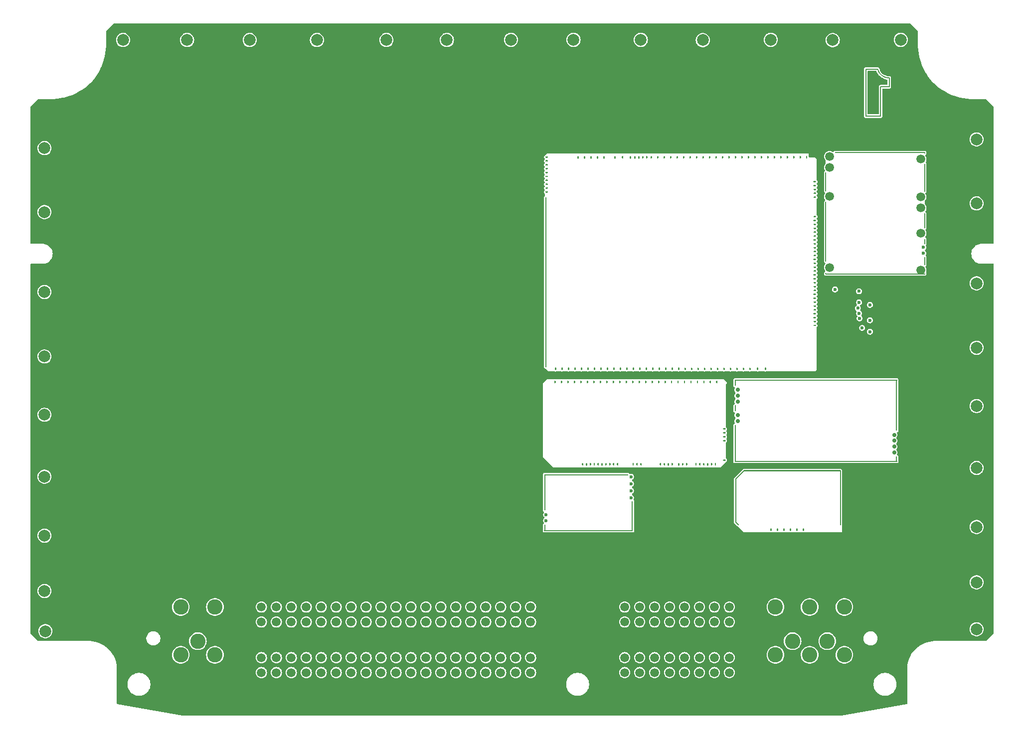
<source format=gbl>
G04 #@! TF.GenerationSoftware,KiCad,Pcbnew,8.0.6-8.0.6-0~ubuntu22.04.1*
G04 #@! TF.CreationDate,2024-11-07T13:32:39+00:00*
G04 #@! TF.ProjectId,lowimp121,6c6f7769-6d70-4313-9231-2e6b69636164,d*
G04 #@! TF.SameCoordinates,PX754d4c0PYd09dc30*
G04 #@! TF.FileFunction,Copper,L4,Bot*
G04 #@! TF.FilePolarity,Positive*
%FSLAX46Y46*%
G04 Gerber Fmt 4.6, Leading zero omitted, Abs format (unit mm)*
G04 Created by KiCad (PCBNEW 8.0.6-8.0.6-0~ubuntu22.04.1) date 2024-11-07 13:32:39*
%MOMM*%
%LPD*%
G01*
G04 APERTURE LIST*
G04 #@! TA.AperFunction,EtchedComponent*
%ADD10C,0.200000*%
G04 #@! TD*
G04 #@! TA.AperFunction,ComponentPad*
%ADD11C,2.600000*%
G04 #@! TD*
G04 #@! TA.AperFunction,ComponentPad*
%ADD12C,1.500000*%
G04 #@! TD*
G04 #@! TA.AperFunction,ComponentPad*
%ADD13C,0.600000*%
G04 #@! TD*
G04 #@! TA.AperFunction,SMDPad,CuDef*
%ADD14O,0.200000X3.300000*%
G04 #@! TD*
G04 #@! TA.AperFunction,SMDPad,CuDef*
%ADD15O,0.200000X10.200000*%
G04 #@! TD*
G04 #@! TA.AperFunction,SMDPad,CuDef*
%ADD16O,0.200000X0.300000*%
G04 #@! TD*
G04 #@! TA.AperFunction,SMDPad,CuDef*
%ADD17O,17.000000X0.200000*%
G04 #@! TD*
G04 #@! TA.AperFunction,SMDPad,CuDef*
%ADD18O,15.400000X0.200000*%
G04 #@! TD*
G04 #@! TA.AperFunction,SMDPad,CuDef*
%ADD19O,0.200000X4.800000*%
G04 #@! TD*
G04 #@! TA.AperFunction,SMDPad,CuDef*
%ADD20O,0.200000X2.600000*%
G04 #@! TD*
G04 #@! TA.AperFunction,SMDPad,CuDef*
%ADD21O,0.200000X1.000000*%
G04 #@! TD*
G04 #@! TA.AperFunction,SMDPad,CuDef*
%ADD22O,0.200000X1.500000*%
G04 #@! TD*
G04 #@! TA.AperFunction,ComponentPad*
%ADD23C,0.599999*%
G04 #@! TD*
G04 #@! TA.AperFunction,SMDPad,CuDef*
%ADD24R,0.250000X6.185000*%
G04 #@! TD*
G04 #@! TA.AperFunction,SMDPad,CuDef*
%ADD25R,0.250000X1.115000*%
G04 #@! TD*
G04 #@! TA.AperFunction,SMDPad,CuDef*
%ADD26R,14.275000X0.250000*%
G04 #@! TD*
G04 #@! TA.AperFunction,SMDPad,CuDef*
%ADD27R,15.100000X0.250000*%
G04 #@! TD*
G04 #@! TA.AperFunction,SMDPad,CuDef*
%ADD28R,0.250000X5.175000*%
G04 #@! TD*
G04 #@! TA.AperFunction,ComponentPad*
%ADD29C,0.700000*%
G04 #@! TD*
G04 #@! TA.AperFunction,SMDPad,CuDef*
%ADD30R,0.250000X1.100000*%
G04 #@! TD*
G04 #@! TA.AperFunction,SMDPad,CuDef*
%ADD31R,0.250000X0.980000*%
G04 #@! TD*
G04 #@! TA.AperFunction,SMDPad,CuDef*
%ADD32R,0.250000X6.300000*%
G04 #@! TD*
G04 #@! TA.AperFunction,SMDPad,CuDef*
%ADD33R,27.600000X0.250000*%
G04 #@! TD*
G04 #@! TA.AperFunction,SMDPad,CuDef*
%ADD34R,0.250000X8.750000*%
G04 #@! TD*
G04 #@! TA.AperFunction,SMDPad,CuDef*
%ADD35R,0.250000X0.950000*%
G04 #@! TD*
G04 #@! TA.AperFunction,ViaPad*
%ADD36C,2.000000*%
G04 #@! TD*
G04 APERTURE END LIST*
D10*
G04 #@! TO.C,G\u002A\u002A\u002A*
X143000000Y111750000D02*
X145000000Y111750000D01*
X143000000Y103750000D02*
X143000000Y111750000D01*
X145500000Y108750000D02*
X145500000Y103750000D01*
X145500000Y103750000D02*
X143000000Y103750000D01*
X147000000Y108750000D02*
X145500000Y108750000D01*
X147000000Y108750000D02*
X147000000Y110250000D01*
X147000000Y110250000D02*
G75*
G02*
X145000000Y111750000I-78399J1978801D01*
G01*
G04 #@! TD*
G04 #@! TO.P,M3,E1*
G04 #@! TO.N,N/C*
G04 #@! TA.AperFunction,SMDPad,CuDef*
G36*
G01*
X119104448Y50467198D02*
X118854448Y50467198D01*
G75*
G02*
X118729448Y50592198I0J125000D01*
G01*
X118729448Y50592198D01*
G75*
G02*
X118854448Y50717198I125000J0D01*
G01*
X119104448Y50717198D01*
G75*
G02*
X119229448Y50592198I0J-125000D01*
G01*
X119229448Y50592198D01*
G75*
G02*
X119104448Y50467198I-125000J0D01*
G01*
G37*
G04 #@! TD.AperFunction*
G04 #@! TO.P,M3,E2*
G04 #@! TA.AperFunction,SMDPad,CuDef*
G36*
G01*
X119104448Y49807197D02*
X118854448Y49807197D01*
G75*
G02*
X118729448Y49932197I0J125000D01*
G01*
X118729448Y49932197D01*
G75*
G02*
X118854448Y50057197I125000J0D01*
G01*
X119104448Y50057197D01*
G75*
G02*
X119229448Y49932197I0J-125000D01*
G01*
X119229448Y49932197D01*
G75*
G02*
X119104448Y49807197I-125000J0D01*
G01*
G37*
G04 #@! TD.AperFunction*
G04 #@! TO.P,M3,E3*
G04 #@! TA.AperFunction,SMDPad,CuDef*
G36*
G01*
X119104448Y49147196D02*
X118854448Y49147196D01*
G75*
G02*
X118729448Y49272196I0J125000D01*
G01*
X118729448Y49272196D01*
G75*
G02*
X118854448Y49397196I125000J0D01*
G01*
X119104448Y49397196D01*
G75*
G02*
X119229448Y49272196I0J-125000D01*
G01*
X119229448Y49272196D01*
G75*
G02*
X119104448Y49147196I-125000J0D01*
G01*
G37*
G04 #@! TD.AperFunction*
G04 #@! TO.P,M3,E4*
G04 #@! TA.AperFunction,SMDPad,CuDef*
G36*
G01*
X119104448Y48487195D02*
X118854448Y48487195D01*
G75*
G02*
X118729448Y48612195I0J125000D01*
G01*
X118729448Y48612195D01*
G75*
G02*
X118854448Y48737195I125000J0D01*
G01*
X119104448Y48737195D01*
G75*
G02*
X119229448Y48612195I0J-125000D01*
G01*
X119229448Y48612195D01*
G75*
G02*
X119104448Y48487195I-125000J0D01*
G01*
G37*
G04 #@! TD.AperFunction*
G04 #@! TO.P,M3,E5*
G04 #@! TA.AperFunction,SMDPad,CuDef*
G36*
G01*
X119104448Y45187188D02*
X118854448Y45187188D01*
G75*
G02*
X118729448Y45312188I0J125000D01*
G01*
X118729448Y45312188D01*
G75*
G02*
X118854448Y45437188I125000J0D01*
G01*
X119104448Y45437188D01*
G75*
G02*
X119229448Y45312188I0J-125000D01*
G01*
X119229448Y45312188D01*
G75*
G02*
X119104448Y45187188I-125000J0D01*
G01*
G37*
G04 #@! TD.AperFunction*
G04 #@! TO.P,M3,N1*
G04 #@! TA.AperFunction,SMDPad,CuDef*
G36*
G01*
X90334446Y58685991D02*
X90334446Y58435991D01*
G75*
G02*
X90209446Y58310991I-125000J0D01*
G01*
X90209446Y58310991D01*
G75*
G02*
X90084446Y58435991I0J125000D01*
G01*
X90084446Y58685991D01*
G75*
G02*
X90209446Y58810991I125000J0D01*
G01*
X90209446Y58810991D01*
G75*
G02*
X90334446Y58685991I0J-125000D01*
G01*
G37*
G04 #@! TD.AperFunction*
G04 #@! TO.P,M3,N2*
G04 #@! TA.AperFunction,SMDPad,CuDef*
G36*
G01*
X91184450Y58435991D02*
X91184450Y58685991D01*
G75*
G02*
X91309450Y58810991I125000J0D01*
G01*
X91309450Y58810991D01*
G75*
G02*
X91434450Y58685991I0J-125000D01*
G01*
X91434450Y58435991D01*
G75*
G02*
X91309450Y58310991I-125000J0D01*
G01*
X91309450Y58310991D01*
G75*
G02*
X91184450Y58435991I0J125000D01*
G01*
G37*
G04 #@! TD.AperFunction*
G04 #@! TO.P,M3,N3,RES2*
G04 #@! TO.N,unconnected-(M3A-RES2-PadN3)*
G04 #@! TA.AperFunction,SMDPad,CuDef*
G36*
G01*
X92284451Y58435991D02*
X92284451Y58685991D01*
G75*
G02*
X92409451Y58810991I125000J0D01*
G01*
X92409451Y58810991D01*
G75*
G02*
X92534451Y58685991I0J-125000D01*
G01*
X92534451Y58435991D01*
G75*
G02*
X92409451Y58310991I-125000J0D01*
G01*
X92409451Y58310991D01*
G75*
G02*
X92284451Y58435991I0J125000D01*
G01*
G37*
G04 #@! TD.AperFunction*
G04 #@! TO.P,M3,N4,O2S2*
G04 #@! TO.N,unconnected-(M3A-O2S2-PadN4)*
G04 #@! TA.AperFunction,SMDPad,CuDef*
G36*
G01*
X93384448Y58435991D02*
X93384448Y58685991D01*
G75*
G02*
X93509448Y58810991I125000J0D01*
G01*
X93509448Y58810991D01*
G75*
G02*
X93634448Y58685991I0J-125000D01*
G01*
X93634448Y58435991D01*
G75*
G02*
X93509448Y58310991I-125000J0D01*
G01*
X93509448Y58310991D01*
G75*
G02*
X93384448Y58435991I0J125000D01*
G01*
G37*
G04 #@! TD.AperFunction*
G04 #@! TO.P,M3,N5,PPS*
G04 #@! TO.N,unconnected-(M3A-PPS-PadN5)*
G04 #@! TA.AperFunction,SMDPad,CuDef*
G36*
G01*
X94484446Y58435991D02*
X94484446Y58685991D01*
G75*
G02*
X94609446Y58810991I125000J0D01*
G01*
X94609446Y58810991D01*
G75*
G02*
X94734446Y58685991I0J-125000D01*
G01*
X94734446Y58435991D01*
G75*
G02*
X94609446Y58310991I-125000J0D01*
G01*
X94609446Y58310991D01*
G75*
G02*
X94484446Y58435991I0J125000D01*
G01*
G37*
G04 #@! TD.AperFunction*
G04 #@! TO.P,M3,N6,RES1*
G04 #@! TO.N,unconnected-(M3A-RES1-PadN6)*
G04 #@! TA.AperFunction,SMDPad,CuDef*
G36*
G01*
X95584444Y58435991D02*
X95584444Y58685991D01*
G75*
G02*
X95709444Y58810991I125000J0D01*
G01*
X95709444Y58810991D01*
G75*
G02*
X95834444Y58685991I0J-125000D01*
G01*
X95834444Y58435991D01*
G75*
G02*
X95709444Y58310991I-125000J0D01*
G01*
X95709444Y58310991D01*
G75*
G02*
X95584444Y58435991I0J125000D01*
G01*
G37*
G04 #@! TD.AperFunction*
G04 #@! TO.P,M3,N7,AUX4*
G04 #@! TO.N,unconnected-(M3A-AUX4-PadN7)*
G04 #@! TA.AperFunction,SMDPad,CuDef*
G36*
G01*
X96684442Y58435991D02*
X96684442Y58685991D01*
G75*
G02*
X96809442Y58810991I125000J0D01*
G01*
X96809442Y58810991D01*
G75*
G02*
X96934442Y58685991I0J-125000D01*
G01*
X96934442Y58435991D01*
G75*
G02*
X96809442Y58310991I-125000J0D01*
G01*
X96809442Y58310991D01*
G75*
G02*
X96684442Y58435991I0J125000D01*
G01*
G37*
G04 #@! TD.AperFunction*
G04 #@! TO.P,M3,N8,AUX3*
G04 #@! TO.N,unconnected-(M3A-AUX3-PadN8)*
G04 #@! TA.AperFunction,SMDPad,CuDef*
G36*
G01*
X97784440Y58435991D02*
X97784440Y58685991D01*
G75*
G02*
X97909440Y58810991I125000J0D01*
G01*
X97909440Y58810991D01*
G75*
G02*
X98034440Y58685991I0J-125000D01*
G01*
X98034440Y58435991D01*
G75*
G02*
X97909440Y58310991I-125000J0D01*
G01*
X97909440Y58310991D01*
G75*
G02*
X97784440Y58435991I0J125000D01*
G01*
G37*
G04 #@! TD.AperFunction*
G04 #@! TO.P,M3,N9,AUX2*
G04 #@! TO.N,unconnected-(M3A-AUX2-PadN9)*
G04 #@! TA.AperFunction,SMDPad,CuDef*
G36*
G01*
X98884437Y58435991D02*
X98884437Y58685991D01*
G75*
G02*
X99009437Y58810991I125000J0D01*
G01*
X99009437Y58810991D01*
G75*
G02*
X99134437Y58685991I0J-125000D01*
G01*
X99134437Y58435991D01*
G75*
G02*
X99009437Y58310991I-125000J0D01*
G01*
X99009437Y58310991D01*
G75*
G02*
X98884437Y58435991I0J125000D01*
G01*
G37*
G04 #@! TD.AperFunction*
G04 #@! TO.P,M3,N10,AUX1*
G04 #@! TO.N,unconnected-(M3A-AUX1-PadN10)*
G04 #@! TA.AperFunction,SMDPad,CuDef*
G36*
G01*
X99984435Y58435991D02*
X99984435Y58685991D01*
G75*
G02*
X100109435Y58810991I125000J0D01*
G01*
X100109435Y58810991D01*
G75*
G02*
X100234435Y58685991I0J-125000D01*
G01*
X100234435Y58435991D01*
G75*
G02*
X100109435Y58310991I-125000J0D01*
G01*
X100109435Y58310991D01*
G75*
G02*
X99984435Y58435991I0J125000D01*
G01*
G37*
G04 #@! TD.AperFunction*
G04 #@! TO.P,M3,N11,RES3*
G04 #@! TO.N,unconnected-(M3A-RES3-PadN11)*
G04 #@! TA.AperFunction,SMDPad,CuDef*
G36*
G01*
X101084433Y58435991D02*
X101084433Y58685991D01*
G75*
G02*
X101209433Y58810991I125000J0D01*
G01*
X101209433Y58810991D01*
G75*
G02*
X101334433Y58685991I0J-125000D01*
G01*
X101334433Y58435991D01*
G75*
G02*
X101209433Y58310991I-125000J0D01*
G01*
X101209433Y58310991D01*
G75*
G02*
X101084433Y58435991I0J125000D01*
G01*
G37*
G04 #@! TD.AperFunction*
G04 #@! TO.P,M3,N12,MAP3*
G04 #@! TO.N,unconnected-(M3A-MAP3-PadN12)*
G04 #@! TA.AperFunction,SMDPad,CuDef*
G36*
G01*
X102184431Y58435991D02*
X102184431Y58685991D01*
G75*
G02*
X102309431Y58810991I125000J0D01*
G01*
X102309431Y58810991D01*
G75*
G02*
X102434431Y58685991I0J-125000D01*
G01*
X102434431Y58435991D01*
G75*
G02*
X102309431Y58310991I-125000J0D01*
G01*
X102309431Y58310991D01*
G75*
G02*
X102184431Y58435991I0J125000D01*
G01*
G37*
G04 #@! TD.AperFunction*
G04 #@! TO.P,M3,N13,MAP2*
G04 #@! TO.N,unconnected-(M3A-MAP2-PadN13)*
G04 #@! TA.AperFunction,SMDPad,CuDef*
G36*
G01*
X103284429Y58435991D02*
X103284429Y58685991D01*
G75*
G02*
X103409429Y58810991I125000J0D01*
G01*
X103409429Y58810991D01*
G75*
G02*
X103534429Y58685991I0J-125000D01*
G01*
X103534429Y58435991D01*
G75*
G02*
X103409429Y58310991I-125000J0D01*
G01*
X103409429Y58310991D01*
G75*
G02*
X103284429Y58435991I0J125000D01*
G01*
G37*
G04 #@! TD.AperFunction*
G04 #@! TO.P,M3,N14,MAP1*
G04 #@! TO.N,unconnected-(M3A-MAP1-PadN14)*
G04 #@! TA.AperFunction,SMDPad,CuDef*
G36*
G01*
X104384426Y58435991D02*
X104384426Y58685991D01*
G75*
G02*
X104509426Y58810991I125000J0D01*
G01*
X104509426Y58810991D01*
G75*
G02*
X104634426Y58685991I0J-125000D01*
G01*
X104634426Y58435991D01*
G75*
G02*
X104509426Y58310991I-125000J0D01*
G01*
X104509426Y58310991D01*
G75*
G02*
X104384426Y58435991I0J125000D01*
G01*
G37*
G04 #@! TD.AperFunction*
G04 #@! TO.P,M3,N15,IAT*
G04 #@! TO.N,unconnected-(M3A-IAT-PadN15)*
G04 #@! TA.AperFunction,SMDPad,CuDef*
G36*
G01*
X105484424Y58435991D02*
X105484424Y58685991D01*
G75*
G02*
X105609424Y58810991I125000J0D01*
G01*
X105609424Y58810991D01*
G75*
G02*
X105734424Y58685991I0J-125000D01*
G01*
X105734424Y58435991D01*
G75*
G02*
X105609424Y58310991I-125000J0D01*
G01*
X105609424Y58310991D01*
G75*
G02*
X105484424Y58435991I0J125000D01*
G01*
G37*
G04 #@! TD.AperFunction*
G04 #@! TO.P,M3,N16,CLT*
G04 #@! TO.N,unconnected-(M3A-CLT-PadN16)*
G04 #@! TA.AperFunction,SMDPad,CuDef*
G36*
G01*
X106584422Y58435991D02*
X106584422Y58685991D01*
G75*
G02*
X106709422Y58810991I125000J0D01*
G01*
X106709422Y58810991D01*
G75*
G02*
X106834422Y58685991I0J-125000D01*
G01*
X106834422Y58435991D01*
G75*
G02*
X106709422Y58310991I-125000J0D01*
G01*
X106709422Y58310991D01*
G75*
G02*
X106584422Y58435991I0J125000D01*
G01*
G37*
G04 #@! TD.AperFunction*
G04 #@! TO.P,M3,N17,TPS*
G04 #@! TO.N,unconnected-(M3A-TPS-PadN17)*
G04 #@! TA.AperFunction,SMDPad,CuDef*
G36*
G01*
X107684420Y58435991D02*
X107684420Y58685991D01*
G75*
G02*
X107809420Y58810991I125000J0D01*
G01*
X107809420Y58810991D01*
G75*
G02*
X107934420Y58685991I0J-125000D01*
G01*
X107934420Y58435991D01*
G75*
G02*
X107809420Y58310991I-125000J0D01*
G01*
X107809420Y58310991D01*
G75*
G02*
X107684420Y58435991I0J125000D01*
G01*
G37*
G04 #@! TD.AperFunction*
G04 #@! TO.P,M3,N18,O2S*
G04 #@! TO.N,unconnected-(M3A-O2S-PadN18)*
G04 #@! TA.AperFunction,SMDPad,CuDef*
G36*
G01*
X108784418Y58435991D02*
X108784418Y58685991D01*
G75*
G02*
X108909418Y58810991I125000J0D01*
G01*
X108909418Y58810991D01*
G75*
G02*
X109034418Y58685991I0J-125000D01*
G01*
X109034418Y58435991D01*
G75*
G02*
X108909418Y58310991I-125000J0D01*
G01*
X108909418Y58310991D01*
G75*
G02*
X108784418Y58435991I0J125000D01*
G01*
G37*
G04 #@! TD.AperFunction*
G04 #@! TO.P,M3,N19,CAM*
G04 #@! TO.N,unconnected-(M3A-CAM-PadN19)*
G04 #@! TA.AperFunction,SMDPad,CuDef*
G36*
G01*
X109884415Y58435991D02*
X109884415Y58685991D01*
G75*
G02*
X110009415Y58810991I125000J0D01*
G01*
X110009415Y58810991D01*
G75*
G02*
X110134415Y58685991I0J-125000D01*
G01*
X110134415Y58435991D01*
G75*
G02*
X110009415Y58310991I-125000J0D01*
G01*
X110009415Y58310991D01*
G75*
G02*
X109884415Y58435991I0J125000D01*
G01*
G37*
G04 #@! TD.AperFunction*
G04 #@! TO.P,M3,N20,VSS*
G04 #@! TO.N,unconnected-(M3A-VSS-PadN20)*
G04 #@! TA.AperFunction,SMDPad,CuDef*
G36*
G01*
X110984413Y58435991D02*
X110984413Y58685991D01*
G75*
G02*
X111109413Y58810991I125000J0D01*
G01*
X111109413Y58810991D01*
G75*
G02*
X111234413Y58685991I0J-125000D01*
G01*
X111234413Y58435991D01*
G75*
G02*
X111109413Y58310991I-125000J0D01*
G01*
X111109413Y58310991D01*
G75*
G02*
X110984413Y58435991I0J125000D01*
G01*
G37*
G04 #@! TD.AperFunction*
G04 #@! TO.P,M3,N21,CRANK*
G04 #@! TO.N,unconnected-(M3A-CRANK-PadN21)*
G04 #@! TA.AperFunction,SMDPad,CuDef*
G36*
G01*
X112084411Y58435991D02*
X112084411Y58685991D01*
G75*
G02*
X112209411Y58810991I125000J0D01*
G01*
X112209411Y58810991D01*
G75*
G02*
X112334411Y58685991I0J-125000D01*
G01*
X112334411Y58435991D01*
G75*
G02*
X112209411Y58310991I-125000J0D01*
G01*
X112209411Y58310991D01*
G75*
G02*
X112084411Y58435991I0J125000D01*
G01*
G37*
G04 #@! TD.AperFunction*
G04 #@! TO.P,M3,N22,KNOCK*
G04 #@! TO.N,unconnected-(M3A-KNOCK-PadN22)*
G04 #@! TA.AperFunction,SMDPad,CuDef*
G36*
G01*
X113184409Y58435991D02*
X113184409Y58685991D01*
G75*
G02*
X113309409Y58810991I125000J0D01*
G01*
X113309409Y58810991D01*
G75*
G02*
X113434409Y58685991I0J-125000D01*
G01*
X113434409Y58435991D01*
G75*
G02*
X113309409Y58310991I-125000J0D01*
G01*
X113309409Y58310991D01*
G75*
G02*
X113184409Y58435991I0J125000D01*
G01*
G37*
G04 #@! TD.AperFunction*
G04 #@! TO.P,M3,N23,SENS4*
G04 #@! TO.N,unconnected-(M3A-SENS4-PadN23)*
G04 #@! TA.AperFunction,SMDPad,CuDef*
G36*
G01*
X114284407Y58435991D02*
X114284407Y58685991D01*
G75*
G02*
X114409407Y58810991I125000J0D01*
G01*
X114409407Y58810991D01*
G75*
G02*
X114534407Y58685991I0J-125000D01*
G01*
X114534407Y58435991D01*
G75*
G02*
X114409407Y58310991I-125000J0D01*
G01*
X114409407Y58310991D01*
G75*
G02*
X114284407Y58435991I0J125000D01*
G01*
G37*
G04 #@! TD.AperFunction*
G04 #@! TO.P,M3,N24,SENS3*
G04 #@! TO.N,unconnected-(M3A-SENS3-PadN24)*
G04 #@! TA.AperFunction,SMDPad,CuDef*
G36*
G01*
X115384404Y58435991D02*
X115384404Y58685991D01*
G75*
G02*
X115509404Y58810991I125000J0D01*
G01*
X115509404Y58810991D01*
G75*
G02*
X115634404Y58685991I0J-125000D01*
G01*
X115634404Y58435991D01*
G75*
G02*
X115509404Y58310991I-125000J0D01*
G01*
X115509404Y58310991D01*
G75*
G02*
X115384404Y58435991I0J125000D01*
G01*
G37*
G04 #@! TD.AperFunction*
G04 #@! TO.P,M3,N25,SENS2*
G04 #@! TO.N,unconnected-(M3A-SENS2-PadN25)*
G04 #@! TA.AperFunction,SMDPad,CuDef*
G36*
G01*
X116484402Y58435991D02*
X116484402Y58685991D01*
G75*
G02*
X116609402Y58810991I125000J0D01*
G01*
X116609402Y58810991D01*
G75*
G02*
X116734402Y58685991I0J-125000D01*
G01*
X116734402Y58435991D01*
G75*
G02*
X116609402Y58310991I-125000J0D01*
G01*
X116609402Y58310991D01*
G75*
G02*
X116484402Y58435991I0J125000D01*
G01*
G37*
G04 #@! TD.AperFunction*
G04 #@! TO.P,M3,N26,SENS1*
G04 #@! TO.N,unconnected-(M3A-SENS1-PadN26)*
G04 #@! TA.AperFunction,SMDPad,CuDef*
G36*
G01*
X117584400Y58435991D02*
X117584400Y58685991D01*
G75*
G02*
X117709400Y58810991I125000J0D01*
G01*
X117709400Y58810991D01*
G75*
G02*
X117834400Y58685991I0J-125000D01*
G01*
X117834400Y58435991D01*
G75*
G02*
X117709400Y58310991I-125000J0D01*
G01*
X117709400Y58310991D01*
G75*
G02*
X117584400Y58435991I0J125000D01*
G01*
G37*
G04 #@! TD.AperFunction*
G04 #@! TO.P,M3,S1*
G04 #@! TO.N,N/C*
G04 #@! TA.AperFunction,SMDPad,CuDef*
G36*
G01*
X117333456Y44473992D02*
X117333456Y44723992D01*
G75*
G02*
X117458456Y44848992I125000J0D01*
G01*
X117458456Y44848992D01*
G75*
G02*
X117583456Y44723992I0J-125000D01*
G01*
X117583456Y44473992D01*
G75*
G02*
X117458456Y44348992I-125000J0D01*
G01*
X117458456Y44348992D01*
G75*
G02*
X117333456Y44473992I0J125000D01*
G01*
G37*
G04 #@! TD.AperFunction*
G04 #@! TO.P,M3,S2*
G04 #@! TA.AperFunction,SMDPad,CuDef*
G36*
G01*
X116673454Y44473992D02*
X116673454Y44723992D01*
G75*
G02*
X116798454Y44848992I125000J0D01*
G01*
X116798454Y44848992D01*
G75*
G02*
X116923454Y44723992I0J-125000D01*
G01*
X116923454Y44473992D01*
G75*
G02*
X116798454Y44348992I-125000J0D01*
G01*
X116798454Y44348992D01*
G75*
G02*
X116673454Y44473992I0J125000D01*
G01*
G37*
G04 #@! TD.AperFunction*
G04 #@! TO.P,M3,S3*
G04 #@! TA.AperFunction,SMDPad,CuDef*
G36*
G01*
X116013453Y44473992D02*
X116013453Y44723992D01*
G75*
G02*
X116138453Y44848992I125000J0D01*
G01*
X116138453Y44848992D01*
G75*
G02*
X116263453Y44723992I0J-125000D01*
G01*
X116263453Y44473992D01*
G75*
G02*
X116138453Y44348992I-125000J0D01*
G01*
X116138453Y44348992D01*
G75*
G02*
X116013453Y44473992I0J125000D01*
G01*
G37*
G04 #@! TD.AperFunction*
G04 #@! TO.P,M3,S4*
G04 #@! TA.AperFunction,SMDPad,CuDef*
G36*
G01*
X115353452Y44473992D02*
X115353452Y44723992D01*
G75*
G02*
X115478452Y44848992I125000J0D01*
G01*
X115478452Y44848992D01*
G75*
G02*
X115603452Y44723992I0J-125000D01*
G01*
X115603452Y44473992D01*
G75*
G02*
X115478452Y44348992I-125000J0D01*
G01*
X115478452Y44348992D01*
G75*
G02*
X115353452Y44473992I0J125000D01*
G01*
G37*
G04 #@! TD.AperFunction*
G04 #@! TO.P,M3,S5*
G04 #@! TA.AperFunction,SMDPad,CuDef*
G36*
G01*
X114693451Y44473992D02*
X114693451Y44723992D01*
G75*
G02*
X114818451Y44848992I125000J0D01*
G01*
X114818451Y44848992D01*
G75*
G02*
X114943451Y44723992I0J-125000D01*
G01*
X114943451Y44473992D01*
G75*
G02*
X114818451Y44348992I-125000J0D01*
G01*
X114818451Y44348992D01*
G75*
G02*
X114693451Y44473992I0J125000D01*
G01*
G37*
G04 #@! TD.AperFunction*
G04 #@! TO.P,M3,S6*
G04 #@! TA.AperFunction,SMDPad,CuDef*
G36*
G01*
X114033449Y44473992D02*
X114033449Y44723992D01*
G75*
G02*
X114158449Y44848992I125000J0D01*
G01*
X114158449Y44848992D01*
G75*
G02*
X114283449Y44723992I0J-125000D01*
G01*
X114283449Y44473992D01*
G75*
G02*
X114158449Y44348992I-125000J0D01*
G01*
X114158449Y44348992D01*
G75*
G02*
X114033449Y44473992I0J125000D01*
G01*
G37*
G04 #@! TD.AperFunction*
G04 #@! TO.P,M3,S7*
G04 #@! TA.AperFunction,SMDPad,CuDef*
G36*
G01*
X112432452Y44473992D02*
X112432452Y44723992D01*
G75*
G02*
X112557452Y44848992I125000J0D01*
G01*
X112557452Y44848992D01*
G75*
G02*
X112682452Y44723992I0J-125000D01*
G01*
X112682452Y44473992D01*
G75*
G02*
X112557452Y44348992I-125000J0D01*
G01*
X112557452Y44348992D01*
G75*
G02*
X112432452Y44473992I0J125000D01*
G01*
G37*
G04 #@! TD.AperFunction*
G04 #@! TO.P,M3,S8*
G04 #@! TA.AperFunction,SMDPad,CuDef*
G36*
G01*
X111772451Y44473992D02*
X111772451Y44723992D01*
G75*
G02*
X111897451Y44848992I125000J0D01*
G01*
X111897451Y44848992D01*
G75*
G02*
X112022451Y44723992I0J-125000D01*
G01*
X112022451Y44473992D01*
G75*
G02*
X111897451Y44348992I-125000J0D01*
G01*
X111897451Y44348992D01*
G75*
G02*
X111772451Y44473992I0J125000D01*
G01*
G37*
G04 #@! TD.AperFunction*
G04 #@! TO.P,M3,S9*
G04 #@! TA.AperFunction,SMDPad,CuDef*
G36*
G01*
X111112449Y44473992D02*
X111112449Y44723992D01*
G75*
G02*
X111237449Y44848992I125000J0D01*
G01*
X111237449Y44848992D01*
G75*
G02*
X111362449Y44723992I0J-125000D01*
G01*
X111362449Y44473992D01*
G75*
G02*
X111237449Y44348992I-125000J0D01*
G01*
X111237449Y44348992D01*
G75*
G02*
X111112449Y44473992I0J125000D01*
G01*
G37*
G04 #@! TD.AperFunction*
G04 #@! TO.P,M3,S10*
G04 #@! TA.AperFunction,SMDPad,CuDef*
G36*
G01*
X109991550Y44473992D02*
X109991550Y44723992D01*
G75*
G02*
X110116550Y44848992I125000J0D01*
G01*
X110116550Y44848992D01*
G75*
G02*
X110241550Y44723992I0J-125000D01*
G01*
X110241550Y44473992D01*
G75*
G02*
X110116550Y44348992I-125000J0D01*
G01*
X110116550Y44348992D01*
G75*
G02*
X109991550Y44473992I0J125000D01*
G01*
G37*
G04 #@! TD.AperFunction*
G04 #@! TO.P,M3,S11*
G04 #@! TA.AperFunction,SMDPad,CuDef*
G36*
G01*
X109331549Y44473992D02*
X109331549Y44723992D01*
G75*
G02*
X109456549Y44848992I125000J0D01*
G01*
X109456549Y44848992D01*
G75*
G02*
X109581549Y44723992I0J-125000D01*
G01*
X109581549Y44473992D01*
G75*
G02*
X109456549Y44348992I-125000J0D01*
G01*
X109456549Y44348992D01*
G75*
G02*
X109331549Y44473992I0J125000D01*
G01*
G37*
G04 #@! TD.AperFunction*
G04 #@! TO.P,M3,S12*
G04 #@! TA.AperFunction,SMDPad,CuDef*
G36*
G01*
X108671548Y44473992D02*
X108671548Y44723992D01*
G75*
G02*
X108796548Y44848992I125000J0D01*
G01*
X108796548Y44848992D01*
G75*
G02*
X108921548Y44723992I0J-125000D01*
G01*
X108921548Y44473992D01*
G75*
G02*
X108796548Y44348992I-125000J0D01*
G01*
X108796548Y44348992D01*
G75*
G02*
X108671548Y44473992I0J125000D01*
G01*
G37*
G04 #@! TD.AperFunction*
G04 #@! TO.P,M3,S13*
G04 #@! TA.AperFunction,SMDPad,CuDef*
G36*
G01*
X108011546Y44473992D02*
X108011546Y44723992D01*
G75*
G02*
X108136546Y44848992I125000J0D01*
G01*
X108136546Y44848992D01*
G75*
G02*
X108261546Y44723992I0J-125000D01*
G01*
X108261546Y44473992D01*
G75*
G02*
X108136546Y44348992I-125000J0D01*
G01*
X108136546Y44348992D01*
G75*
G02*
X108011546Y44473992I0J125000D01*
G01*
G37*
G04 #@! TD.AperFunction*
G04 #@! TO.P,M3,S14*
G04 #@! TA.AperFunction,SMDPad,CuDef*
G36*
G01*
X104685452Y44473992D02*
X104685452Y44723992D01*
G75*
G02*
X104810452Y44848992I125000J0D01*
G01*
X104810452Y44848992D01*
G75*
G02*
X104935452Y44723992I0J-125000D01*
G01*
X104935452Y44473992D01*
G75*
G02*
X104810452Y44348992I-125000J0D01*
G01*
X104810452Y44348992D01*
G75*
G02*
X104685452Y44473992I0J125000D01*
G01*
G37*
G04 #@! TD.AperFunction*
G04 #@! TO.P,M3,S15*
G04 #@! TA.AperFunction,SMDPad,CuDef*
G36*
G01*
X104025451Y44473992D02*
X104025451Y44723992D01*
G75*
G02*
X104150451Y44848992I125000J0D01*
G01*
X104150451Y44848992D01*
G75*
G02*
X104275451Y44723992I0J-125000D01*
G01*
X104275451Y44473992D01*
G75*
G02*
X104150451Y44348992I-125000J0D01*
G01*
X104150451Y44348992D01*
G75*
G02*
X104025451Y44473992I0J125000D01*
G01*
G37*
G04 #@! TD.AperFunction*
G04 #@! TO.P,M3,S16*
G04 #@! TA.AperFunction,SMDPad,CuDef*
G36*
G01*
X103365449Y44473992D02*
X103365449Y44723992D01*
G75*
G02*
X103490449Y44848992I125000J0D01*
G01*
X103490449Y44848992D01*
G75*
G02*
X103615449Y44723992I0J-125000D01*
G01*
X103615449Y44473992D01*
G75*
G02*
X103490449Y44348992I-125000J0D01*
G01*
X103490449Y44348992D01*
G75*
G02*
X103365449Y44473992I0J125000D01*
G01*
G37*
G04 #@! TD.AperFunction*
G04 #@! TO.P,M3,S17*
G04 #@! TA.AperFunction,SMDPad,CuDef*
G36*
G01*
X100719458Y44473992D02*
X100719458Y44723992D01*
G75*
G02*
X100844458Y44848992I125000J0D01*
G01*
X100844458Y44848992D01*
G75*
G02*
X100969458Y44723992I0J-125000D01*
G01*
X100969458Y44473992D01*
G75*
G02*
X100844458Y44348992I-125000J0D01*
G01*
X100844458Y44348992D01*
G75*
G02*
X100719458Y44473992I0J125000D01*
G01*
G37*
G04 #@! TD.AperFunction*
G04 #@! TO.P,M3,S18*
G04 #@! TA.AperFunction,SMDPad,CuDef*
G36*
G01*
X100059457Y44473992D02*
X100059457Y44723992D01*
G75*
G02*
X100184457Y44848992I125000J0D01*
G01*
X100184457Y44848992D01*
G75*
G02*
X100309457Y44723992I0J-125000D01*
G01*
X100309457Y44473992D01*
G75*
G02*
X100184457Y44348992I-125000J0D01*
G01*
X100184457Y44348992D01*
G75*
G02*
X100059457Y44473992I0J125000D01*
G01*
G37*
G04 #@! TD.AperFunction*
G04 #@! TO.P,M3,S19*
G04 #@! TA.AperFunction,SMDPad,CuDef*
G36*
G01*
X99399455Y44473992D02*
X99399455Y44723992D01*
G75*
G02*
X99524455Y44848992I125000J0D01*
G01*
X99524455Y44848992D01*
G75*
G02*
X99649455Y44723992I0J-125000D01*
G01*
X99649455Y44473992D01*
G75*
G02*
X99524455Y44348992I-125000J0D01*
G01*
X99524455Y44348992D01*
G75*
G02*
X99399455Y44473992I0J125000D01*
G01*
G37*
G04 #@! TD.AperFunction*
G04 #@! TO.P,M3,S20*
G04 #@! TA.AperFunction,SMDPad,CuDef*
G36*
G01*
X98739454Y44473992D02*
X98739454Y44723992D01*
G75*
G02*
X98864454Y44848992I125000J0D01*
G01*
X98864454Y44848992D01*
G75*
G02*
X98989454Y44723992I0J-125000D01*
G01*
X98989454Y44473992D01*
G75*
G02*
X98864454Y44348992I-125000J0D01*
G01*
X98864454Y44348992D01*
G75*
G02*
X98739454Y44473992I0J125000D01*
G01*
G37*
G04 #@! TD.AperFunction*
G04 #@! TO.P,M3,S21*
G04 #@! TA.AperFunction,SMDPad,CuDef*
G36*
G01*
X98079453Y44473992D02*
X98079453Y44723992D01*
G75*
G02*
X98204453Y44848992I125000J0D01*
G01*
X98204453Y44848992D01*
G75*
G02*
X98329453Y44723992I0J-125000D01*
G01*
X98329453Y44473992D01*
G75*
G02*
X98204453Y44348992I-125000J0D01*
G01*
X98204453Y44348992D01*
G75*
G02*
X98079453Y44473992I0J125000D01*
G01*
G37*
G04 #@! TD.AperFunction*
G04 #@! TO.P,M3,S22*
G04 #@! TA.AperFunction,SMDPad,CuDef*
G36*
G01*
X97419452Y44473992D02*
X97419452Y44723992D01*
G75*
G02*
X97544452Y44848992I125000J0D01*
G01*
X97544452Y44848992D01*
G75*
G02*
X97669452Y44723992I0J-125000D01*
G01*
X97669452Y44473992D01*
G75*
G02*
X97544452Y44348992I-125000J0D01*
G01*
X97544452Y44348992D01*
G75*
G02*
X97419452Y44473992I0J125000D01*
G01*
G37*
G04 #@! TD.AperFunction*
G04 #@! TO.P,M3,S23*
G04 #@! TA.AperFunction,SMDPad,CuDef*
G36*
G01*
X96759450Y44473992D02*
X96759450Y44723992D01*
G75*
G02*
X96884450Y44848992I125000J0D01*
G01*
X96884450Y44848992D01*
G75*
G02*
X97009450Y44723992I0J-125000D01*
G01*
X97009450Y44473992D01*
G75*
G02*
X96884450Y44348992I-125000J0D01*
G01*
X96884450Y44348992D01*
G75*
G02*
X96759450Y44473992I0J125000D01*
G01*
G37*
G04 #@! TD.AperFunction*
G04 #@! TO.P,M3,S24*
G04 #@! TA.AperFunction,SMDPad,CuDef*
G36*
G01*
X96099449Y44473992D02*
X96099449Y44723992D01*
G75*
G02*
X96224449Y44848992I125000J0D01*
G01*
X96224449Y44848992D01*
G75*
G02*
X96349449Y44723992I0J-125000D01*
G01*
X96349449Y44473992D01*
G75*
G02*
X96224449Y44348992I-125000J0D01*
G01*
X96224449Y44348992D01*
G75*
G02*
X96099449Y44473992I0J125000D01*
G01*
G37*
G04 #@! TD.AperFunction*
G04 #@! TO.P,M3,S25*
G04 #@! TA.AperFunction,SMDPad,CuDef*
G36*
G01*
X95439448Y44473992D02*
X95439448Y44723992D01*
G75*
G02*
X95564448Y44848992I125000J0D01*
G01*
X95564448Y44848992D01*
G75*
G02*
X95689448Y44723992I0J-125000D01*
G01*
X95689448Y44473992D01*
G75*
G02*
X95564448Y44348992I-125000J0D01*
G01*
X95564448Y44348992D01*
G75*
G02*
X95439448Y44473992I0J125000D01*
G01*
G37*
G04 #@! TD.AperFunction*
G04 #@! TO.P,M3,S26*
G04 #@! TA.AperFunction,SMDPad,CuDef*
G36*
G01*
X94779446Y44473992D02*
X94779446Y44723992D01*
G75*
G02*
X94904446Y44848992I125000J0D01*
G01*
X94904446Y44848992D01*
G75*
G02*
X95029446Y44723992I0J-125000D01*
G01*
X95029446Y44473992D01*
G75*
G02*
X94904446Y44348992I-125000J0D01*
G01*
X94904446Y44348992D01*
G75*
G02*
X94779446Y44473992I0J125000D01*
G01*
G37*
G04 #@! TD.AperFunction*
G04 #@! TD*
D11*
G04 #@! TO.P,P2,1,1*
G04 #@! TO.N,unconnected-(P2-Pad1)*
X26660000Y12210000D03*
G04 #@! TO.P,P2,2,2*
G04 #@! TO.N,unconnected-(P2-Pad2)*
X32460000Y12210000D03*
G04 #@! TO.P,P2,3,3*
G04 #@! TO.N,unconnected-(P2-Pad3)*
X29560000Y14540000D03*
G04 #@! TO.P,P2,4,4*
G04 #@! TO.N,unconnected-(P2-Pad4)*
X26660000Y20340000D03*
G04 #@! TO.P,P2,5,5*
G04 #@! TO.N,unconnected-(P2-Pad5)*
X32460000Y20340000D03*
D12*
G04 #@! TO.P,P2,6,6*
G04 #@! TO.N,unconnected-(P2-Pad6)*
X86080000Y20340000D03*
G04 #@! TO.P,P2,7,7*
G04 #@! TO.N,unconnected-(P2-Pad7)*
X83540000Y20340000D03*
G04 #@! TO.P,P2,8,8*
G04 #@! TO.N,unconnected-(P2-Pad8)*
X81000000Y20340000D03*
G04 #@! TO.P,P2,9,9*
G04 #@! TO.N,unconnected-(P2-Pad9)*
X78460000Y20340000D03*
G04 #@! TO.P,P2,10,10*
G04 #@! TO.N,unconnected-(P2-Pad10)*
X75920000Y20340000D03*
G04 #@! TO.P,P2,11,11*
G04 #@! TO.N,unconnected-(P2-Pad11)*
X73380000Y20340000D03*
G04 #@! TO.P,P2,12,12*
G04 #@! TO.N,unconnected-(P2-Pad12)*
X70840000Y20340000D03*
G04 #@! TO.P,P2,13,13*
G04 #@! TO.N,unconnected-(P2-Pad13)*
X68300000Y20340000D03*
G04 #@! TO.P,P2,14,14*
G04 #@! TO.N,unconnected-(P2-Pad14)*
X65760000Y20340000D03*
G04 #@! TO.P,P2,15,15*
G04 #@! TO.N,unconnected-(P2-Pad15)*
X63220000Y20340000D03*
G04 #@! TO.P,P2,16,16*
G04 #@! TO.N,unconnected-(P2-Pad16)*
X60680000Y20340000D03*
G04 #@! TO.P,P2,17,17*
G04 #@! TO.N,unconnected-(P2-Pad17)*
X58140000Y20340000D03*
G04 #@! TO.P,P2,18,18*
G04 #@! TO.N,unconnected-(P2-Pad18)*
X55600000Y20340000D03*
G04 #@! TO.P,P2,19,19*
G04 #@! TO.N,unconnected-(P2-Pad19)*
X53060000Y20340000D03*
G04 #@! TO.P,P2,20,20*
G04 #@! TO.N,unconnected-(P2-Pad20)*
X50520000Y20340000D03*
G04 #@! TO.P,P2,21,21*
G04 #@! TO.N,unconnected-(P2-Pad21)*
X47980000Y20340000D03*
G04 #@! TO.P,P2,22,22*
G04 #@! TO.N,unconnected-(P2-Pad22)*
X45440000Y20340000D03*
G04 #@! TO.P,P2,23,23*
G04 #@! TO.N,unconnected-(P2-Pad23)*
X42900000Y20340000D03*
G04 #@! TO.P,P2,24,24*
G04 #@! TO.N,unconnected-(P2-Pad24)*
X40360000Y20340000D03*
G04 #@! TO.P,P2,25,25*
G04 #@! TO.N,unconnected-(P2-Pad25)*
X86080000Y17800000D03*
G04 #@! TO.P,P2,26,26*
G04 #@! TO.N,unconnected-(P2-Pad26)*
X83540000Y17800000D03*
G04 #@! TO.P,P2,27,27*
G04 #@! TO.N,unconnected-(P2-Pad27)*
X81000000Y17800000D03*
G04 #@! TO.P,P2,28,28*
G04 #@! TO.N,unconnected-(P2-Pad28)*
X78460000Y17800000D03*
G04 #@! TO.P,P2,29,29*
G04 #@! TO.N,unconnected-(P2-Pad29)*
X75920000Y17800000D03*
G04 #@! TO.P,P2,30,30*
G04 #@! TO.N,unconnected-(P2-Pad30)*
X73380000Y17800000D03*
G04 #@! TO.P,P2,31,31*
G04 #@! TO.N,unconnected-(P2-Pad31)*
X70840000Y17800000D03*
G04 #@! TO.P,P2,32,32*
G04 #@! TO.N,unconnected-(P2-Pad32)*
X68300000Y17800000D03*
G04 #@! TO.P,P2,33,33*
G04 #@! TO.N,unconnected-(P2-Pad33)*
X65760000Y17800000D03*
G04 #@! TO.P,P2,34,34*
G04 #@! TO.N,unconnected-(P2-Pad34)*
X63220000Y17800000D03*
G04 #@! TO.P,P2,35,35*
G04 #@! TO.N,unconnected-(P2-Pad35)*
X60680000Y17800000D03*
G04 #@! TO.P,P2,36,36*
G04 #@! TO.N,unconnected-(P2-Pad36)*
X58140000Y17800000D03*
G04 #@! TO.P,P2,37,37*
G04 #@! TO.N,unconnected-(P2-Pad37)*
X55600000Y17800000D03*
G04 #@! TO.P,P2,38,38*
G04 #@! TO.N,unconnected-(P2-Pad38)*
X53060000Y17800000D03*
G04 #@! TO.P,P2,39,39*
G04 #@! TO.N,unconnected-(P2-Pad39)*
X50520000Y17800000D03*
G04 #@! TO.P,P2,40,40*
G04 #@! TO.N,unconnected-(P2-Pad40)*
X47980000Y17800000D03*
G04 #@! TO.P,P2,41,41*
G04 #@! TO.N,unconnected-(P2-Pad41)*
X45440000Y17800000D03*
G04 #@! TO.P,P2,42,42*
G04 #@! TO.N,unconnected-(P2-Pad42)*
X42900000Y17800000D03*
G04 #@! TO.P,P2,43,43*
G04 #@! TO.N,unconnected-(P2-Pad43)*
X40360000Y17800000D03*
G04 #@! TO.P,P2,44,44*
G04 #@! TO.N,unconnected-(P2-Pad44)*
X86080000Y11750000D03*
G04 #@! TO.P,P2,45,45*
G04 #@! TO.N,unconnected-(P2-Pad45)*
X83540000Y11750000D03*
G04 #@! TO.P,P2,46,46*
G04 #@! TO.N,unconnected-(P2-Pad46)*
X81000000Y11750000D03*
G04 #@! TO.P,P2,47,47*
G04 #@! TO.N,unconnected-(P2-Pad47)*
X78460000Y11750000D03*
G04 #@! TO.P,P2,48,48*
G04 #@! TO.N,unconnected-(P2-Pad48)*
X75920000Y11750000D03*
G04 #@! TO.P,P2,49,49*
G04 #@! TO.N,unconnected-(P2-Pad49)*
X73380000Y11750000D03*
G04 #@! TO.P,P2,50,50*
G04 #@! TO.N,unconnected-(P2-Pad50)*
X70840000Y11750000D03*
G04 #@! TO.P,P2,51,51*
G04 #@! TO.N,unconnected-(P2-Pad51)*
X68300000Y11750000D03*
G04 #@! TO.P,P2,52,52*
G04 #@! TO.N,unconnected-(P2-Pad52)*
X65760000Y11750000D03*
G04 #@! TO.P,P2,53,53*
G04 #@! TO.N,unconnected-(P2-Pad53)*
X63220000Y11750000D03*
G04 #@! TO.P,P2,54,54*
G04 #@! TO.N,unconnected-(P2-Pad54)*
X60680000Y11750000D03*
G04 #@! TO.P,P2,55,55*
G04 #@! TO.N,unconnected-(P2-Pad55)*
X58140000Y11750000D03*
G04 #@! TO.P,P2,56,56*
G04 #@! TO.N,unconnected-(P2-Pad56)*
X55600000Y11750000D03*
G04 #@! TO.P,P2,57,57*
G04 #@! TO.N,unconnected-(P2-Pad57)*
X53060000Y11750000D03*
G04 #@! TO.P,P2,58,58*
G04 #@! TO.N,unconnected-(P2-Pad58)*
X50520000Y11750000D03*
G04 #@! TO.P,P2,59,59*
G04 #@! TO.N,unconnected-(P2-Pad59)*
X47980000Y11750000D03*
G04 #@! TO.P,P2,60,60*
G04 #@! TO.N,unconnected-(P2-Pad60)*
X45440000Y11750000D03*
G04 #@! TO.P,P2,61,61*
G04 #@! TO.N,unconnected-(P2-Pad61)*
X42900000Y11750000D03*
G04 #@! TO.P,P2,62,62*
G04 #@! TO.N,unconnected-(P2-Pad62)*
X40360000Y11750000D03*
G04 #@! TO.P,P2,63,63*
G04 #@! TO.N,unconnected-(P2-Pad63)*
X86080000Y9210000D03*
G04 #@! TO.P,P2,64,64*
G04 #@! TO.N,unconnected-(P2-Pad64)*
X83540000Y9210000D03*
G04 #@! TO.P,P2,65,65*
G04 #@! TO.N,unconnected-(P2-Pad65)*
X81000000Y9210000D03*
G04 #@! TO.P,P2,66,66*
G04 #@! TO.N,unconnected-(P2-Pad66)*
X78460000Y9210000D03*
G04 #@! TO.P,P2,67,67*
G04 #@! TO.N,unconnected-(P2-Pad67)*
X75920000Y9210000D03*
G04 #@! TO.P,P2,68,68*
G04 #@! TO.N,unconnected-(P2-Pad68)*
X73380000Y9210000D03*
G04 #@! TO.P,P2,69,69*
G04 #@! TO.N,unconnected-(P2-Pad69)*
X70840000Y9210000D03*
G04 #@! TO.P,P2,70,70*
G04 #@! TO.N,unconnected-(P2-Pad70)*
X68300000Y9210000D03*
G04 #@! TO.P,P2,71,71*
G04 #@! TO.N,unconnected-(P2-Pad71)*
X65760000Y9210000D03*
G04 #@! TO.P,P2,72,72*
G04 #@! TO.N,unconnected-(P2-Pad72)*
X63220000Y9210000D03*
G04 #@! TO.P,P2,73,73*
G04 #@! TO.N,unconnected-(P2-Pad73)*
X60680000Y9210000D03*
G04 #@! TO.P,P2,74,74*
G04 #@! TO.N,unconnected-(P2-Pad74)*
X58140000Y9210000D03*
G04 #@! TO.P,P2,75,75*
G04 #@! TO.N,unconnected-(P2-Pad75)*
X55600000Y9210000D03*
G04 #@! TO.P,P2,76,76*
G04 #@! TO.N,unconnected-(P2-Pad76)*
X53060000Y9210000D03*
G04 #@! TO.P,P2,77,77*
G04 #@! TO.N,unconnected-(P2-Pad77)*
X50520000Y9210000D03*
G04 #@! TO.P,P2,78,78*
G04 #@! TO.N,unconnected-(P2-Pad78)*
X47980000Y9210000D03*
G04 #@! TO.P,P2,79,79*
G04 #@! TO.N,unconnected-(P2-Pad79)*
X45440000Y9210000D03*
G04 #@! TO.P,P2,80,80*
G04 #@! TO.N,unconnected-(P2-Pad80)*
X42900000Y9210000D03*
G04 #@! TO.P,P2,81,81*
G04 #@! TO.N,unconnected-(P2-Pad81)*
X40360000Y9210000D03*
G04 #@! TO.P,P2,82,82*
G04 #@! TO.N,unconnected-(P2-Pad82)*
X102050000Y9210000D03*
G04 #@! TO.P,P2,83,83*
G04 #@! TO.N,unconnected-(P2-Pad83)*
X104590000Y9210000D03*
G04 #@! TO.P,P2,84,84*
G04 #@! TO.N,unconnected-(P2-Pad84)*
X107130000Y9210000D03*
G04 #@! TO.P,P2,85,85*
G04 #@! TO.N,unconnected-(P2-Pad85)*
X109670000Y9210000D03*
G04 #@! TO.P,P2,86,86*
G04 #@! TO.N,unconnected-(P2-Pad86)*
X112210000Y9210000D03*
G04 #@! TO.P,P2,87,87*
G04 #@! TO.N,unconnected-(P2-Pad87)*
X114750000Y9210000D03*
G04 #@! TO.P,P2,88,88*
G04 #@! TO.N,unconnected-(P2-Pad88)*
X117290000Y9210000D03*
G04 #@! TO.P,P2,89,89*
G04 #@! TO.N,unconnected-(P2-Pad89)*
X119830000Y9210000D03*
G04 #@! TO.P,P2,90,90*
G04 #@! TO.N,unconnected-(P2-Pad90)*
X102050000Y11750000D03*
G04 #@! TO.P,P2,91,91*
G04 #@! TO.N,unconnected-(P2-Pad91)*
X104590000Y11750000D03*
G04 #@! TO.P,P2,92,92*
G04 #@! TO.N,unconnected-(P2-Pad92)*
X107130000Y11750000D03*
G04 #@! TO.P,P2,93,93*
G04 #@! TO.N,unconnected-(P2-Pad93)*
X109670000Y11750000D03*
G04 #@! TO.P,P2,94,94*
G04 #@! TO.N,unconnected-(P2-Pad94)*
X112210000Y11750000D03*
G04 #@! TO.P,P2,95,95*
G04 #@! TO.N,unconnected-(P2-Pad95)*
X114750000Y11750000D03*
G04 #@! TO.P,P2,96,96*
G04 #@! TO.N,unconnected-(P2-Pad96)*
X117290000Y11750000D03*
G04 #@! TO.P,P2,97,97*
G04 #@! TO.N,unconnected-(P2-Pad97)*
X119830000Y11750000D03*
G04 #@! TO.P,P2,98,98*
G04 #@! TO.N,unconnected-(P2-Pad98)*
X102050000Y17800000D03*
G04 #@! TO.P,P2,99,99*
G04 #@! TO.N,unconnected-(P2-Pad99)*
X104590000Y17800000D03*
G04 #@! TO.P,P2,100,100*
G04 #@! TO.N,unconnected-(P2-Pad100)*
X107130000Y17800000D03*
G04 #@! TO.P,P2,101,101*
G04 #@! TO.N,unconnected-(P2-Pad101)*
X109670000Y17800000D03*
G04 #@! TO.P,P2,102,102*
G04 #@! TO.N,unconnected-(P2-Pad102)*
X112210000Y17800000D03*
G04 #@! TO.P,P2,103,103*
G04 #@! TO.N,unconnected-(P2-Pad103)*
X114750000Y17800000D03*
G04 #@! TO.P,P2,104,104*
G04 #@! TO.N,unconnected-(P2-Pad104)*
X117290000Y17800000D03*
G04 #@! TO.P,P2,105,105*
G04 #@! TO.N,unconnected-(P2-Pad105)*
X119830000Y17800000D03*
G04 #@! TO.P,P2,106,106*
G04 #@! TO.N,unconnected-(P2-Pad106)*
X102050000Y20340000D03*
G04 #@! TO.P,P2,107,107*
G04 #@! TO.N,unconnected-(P2-Pad107)*
X104590000Y20340000D03*
G04 #@! TO.P,P2,108,108*
G04 #@! TO.N,unconnected-(P2-Pad108)*
X107130000Y20340000D03*
G04 #@! TO.P,P2,109,109*
G04 #@! TO.N,unconnected-(P2-Pad109)*
X109670000Y20340000D03*
G04 #@! TO.P,P2,110,110*
G04 #@! TO.N,unconnected-(P2-Pad110)*
X112210000Y20340000D03*
G04 #@! TO.P,P2,111,111*
G04 #@! TO.N,unconnected-(P2-Pad111)*
X114750000Y20340000D03*
G04 #@! TO.P,P2,112,112*
G04 #@! TO.N,unconnected-(P2-Pad112)*
X117290000Y20340000D03*
G04 #@! TO.P,P2,113,113*
G04 #@! TO.N,unconnected-(P2-Pad113)*
X119830000Y20340000D03*
D11*
G04 #@! TO.P,P2,114,114*
G04 #@! TO.N,unconnected-(P2-Pad114)*
X127660000Y12210000D03*
G04 #@! TO.P,P2,115,115*
G04 #@! TO.N,unconnected-(P2-Pad115)*
X133460000Y12210000D03*
G04 #@! TO.P,P2,116,116*
G04 #@! TO.N,unconnected-(P2-Pad116)*
X139360000Y12210000D03*
G04 #@! TO.P,P2,117,117*
G04 #@! TO.N,unconnected-(P2-Pad117)*
X130560000Y14540000D03*
G04 #@! TO.P,P2,118,118*
G04 #@! TO.N,unconnected-(P2-Pad118)*
X136460000Y14540000D03*
G04 #@! TO.P,P2,119,119*
G04 #@! TO.N,unconnected-(P2-Pad119)*
X127660000Y20340000D03*
G04 #@! TO.P,P2,120,120*
G04 #@! TO.N,unconnected-(P2-Pad120)*
X133460000Y20340000D03*
G04 #@! TO.P,P2,121,121*
G04 #@! TO.N,unconnected-(P2-Pad121)*
X139360000Y20340000D03*
G04 #@! TD*
G04 #@! TO.P,M4,E1,SPI1_SCK*
G04 #@! TO.N,unconnected-(M4A-SPI1_SCK-PadE1)*
G04 #@! TA.AperFunction,SMDPad,CuDef*
G36*
G01*
X134456444Y92486109D02*
X134206444Y92486109D01*
G75*
G02*
X134081444Y92611109I0J125000D01*
G01*
X134081444Y92611109D01*
G75*
G02*
X134206444Y92736109I125000J0D01*
G01*
X134456444Y92736109D01*
G75*
G02*
X134581444Y92611109I0J-125000D01*
G01*
X134581444Y92611109D01*
G75*
G02*
X134456444Y92486109I-125000J0D01*
G01*
G37*
G04 #@! TD.AperFunction*
G04 #@! TO.P,M4,E2,SPI1_MISO*
G04 #@! TO.N,unconnected-(M4A-SPI1_MISO-PadE2)*
G04 #@! TA.AperFunction,SMDPad,CuDef*
G36*
G01*
X134206444Y92076111D02*
X134456444Y92076111D01*
G75*
G02*
X134581444Y91951111I0J-125000D01*
G01*
X134581444Y91951111D01*
G75*
G02*
X134456444Y91826111I-125000J0D01*
G01*
X134206444Y91826111D01*
G75*
G02*
X134081444Y91951111I0J125000D01*
G01*
X134081444Y91951111D01*
G75*
G02*
X134206444Y92076111I125000J0D01*
G01*
G37*
G04 #@! TD.AperFunction*
G04 #@! TO.P,M4,E3,SPI1_MOSI*
G04 #@! TO.N,unconnected-(M4A-SPI1_MOSI-PadE3)*
G04 #@! TA.AperFunction,SMDPad,CuDef*
G36*
G01*
X134206444Y91416106D02*
X134456444Y91416106D01*
G75*
G02*
X134581444Y91291106I0J-125000D01*
G01*
X134581444Y91291106D01*
G75*
G02*
X134456444Y91166106I-125000J0D01*
G01*
X134206444Y91166106D01*
G75*
G02*
X134081444Y91291106I0J125000D01*
G01*
X134081444Y91291106D01*
G75*
G02*
X134206444Y91416106I125000J0D01*
G01*
G37*
G04 #@! TD.AperFunction*
G04 #@! TO.P,M4,E4,SPI1_CS1*
G04 #@! TO.N,unconnected-(M4A-SPI1_CS1-PadE4)*
G04 #@! TA.AperFunction,SMDPad,CuDef*
G36*
G01*
X134206444Y90756111D02*
X134456444Y90756111D01*
G75*
G02*
X134581444Y90631111I0J-125000D01*
G01*
X134581444Y90631111D01*
G75*
G02*
X134456444Y90506111I-125000J0D01*
G01*
X134206444Y90506111D01*
G75*
G02*
X134081444Y90631111I0J125000D01*
G01*
X134081444Y90631111D01*
G75*
G02*
X134206444Y90756111I125000J0D01*
G01*
G37*
G04 #@! TD.AperFunction*
G04 #@! TO.P,M4,E5,SPI1_CS2*
G04 #@! TO.N,unconnected-(M4A-SPI1_CS2-PadE5)*
G04 #@! TA.AperFunction,SMDPad,CuDef*
G36*
G01*
X134206444Y90096109D02*
X134456444Y90096109D01*
G75*
G02*
X134581444Y89971109I0J-125000D01*
G01*
X134581444Y89971109D01*
G75*
G02*
X134456444Y89846109I-125000J0D01*
G01*
X134206444Y89846109D01*
G75*
G02*
X134081444Y89971109I0J125000D01*
G01*
X134081444Y89971109D01*
G75*
G02*
X134206444Y90096109I125000J0D01*
G01*
G37*
G04 #@! TD.AperFunction*
G04 #@! TO.P,M4,E6,OUT_IO3*
G04 #@! TO.N,unconnected-(M4B-OUT_IO3-PadE6)*
G04 #@! TA.AperFunction,SMDPad,CuDef*
G36*
G01*
X134206444Y86796108D02*
X134456444Y86796108D01*
G75*
G02*
X134581444Y86671108I0J-125000D01*
G01*
X134581444Y86671108D01*
G75*
G02*
X134456444Y86546108I-125000J0D01*
G01*
X134206444Y86546108D01*
G75*
G02*
X134081444Y86671108I0J125000D01*
G01*
X134081444Y86671108D01*
G75*
G02*
X134206444Y86796108I125000J0D01*
G01*
G37*
G04 #@! TD.AperFunction*
G04 #@! TO.P,M4,E7,OUT_IO5*
G04 #@! TO.N,unconnected-(M4B-OUT_IO5-PadE7)*
G04 #@! TA.AperFunction,SMDPad,CuDef*
G36*
G01*
X134206444Y86136107D02*
X134456444Y86136107D01*
G75*
G02*
X134581444Y86011107I0J-125000D01*
G01*
X134581444Y86011107D01*
G75*
G02*
X134456444Y85886107I-125000J0D01*
G01*
X134206444Y85886107D01*
G75*
G02*
X134081444Y86011107I0J125000D01*
G01*
X134081444Y86011107D01*
G75*
G02*
X134206444Y86136107I125000J0D01*
G01*
G37*
G04 #@! TD.AperFunction*
G04 #@! TO.P,M4,E8,OUT_IO1*
G04 #@! TO.N,unconnected-(M4B-OUT_IO1-PadE8)*
G04 #@! TA.AperFunction,SMDPad,CuDef*
G36*
G01*
X134206444Y85476105D02*
X134456444Y85476105D01*
G75*
G02*
X134581444Y85351105I0J-125000D01*
G01*
X134581444Y85351105D01*
G75*
G02*
X134456444Y85226105I-125000J0D01*
G01*
X134206444Y85226105D01*
G75*
G02*
X134081444Y85351105I0J125000D01*
G01*
X134081444Y85351105D01*
G75*
G02*
X134206444Y85476105I125000J0D01*
G01*
G37*
G04 #@! TD.AperFunction*
G04 #@! TO.P,M4,E9,OUT_IO6*
G04 #@! TO.N,unconnected-(M4B-OUT_IO6-PadE9)*
G04 #@! TA.AperFunction,SMDPad,CuDef*
G36*
G01*
X134206444Y84816107D02*
X134456444Y84816107D01*
G75*
G02*
X134581444Y84691107I0J-125000D01*
G01*
X134581444Y84691107D01*
G75*
G02*
X134456444Y84566107I-125000J0D01*
G01*
X134206444Y84566107D01*
G75*
G02*
X134081444Y84691107I0J125000D01*
G01*
X134081444Y84691107D01*
G75*
G02*
X134206444Y84816107I125000J0D01*
G01*
G37*
G04 #@! TD.AperFunction*
G04 #@! TO.P,M4,E10,OUT_IO10*
G04 #@! TO.N,unconnected-(M4B-OUT_IO10-PadE10)*
G04 #@! TA.AperFunction,SMDPad,CuDef*
G36*
G01*
X134206444Y84156105D02*
X134456444Y84156105D01*
G75*
G02*
X134581444Y84031105I0J-125000D01*
G01*
X134581444Y84031105D01*
G75*
G02*
X134456444Y83906105I-125000J0D01*
G01*
X134206444Y83906105D01*
G75*
G02*
X134081444Y84031105I0J125000D01*
G01*
X134081444Y84031105D01*
G75*
G02*
X134206444Y84156105I125000J0D01*
G01*
G37*
G04 #@! TD.AperFunction*
G04 #@! TO.P,M4,E11,OUT_IO9*
G04 #@! TO.N,unconnected-(M4B-OUT_IO9-PadE11)*
G04 #@! TA.AperFunction,SMDPad,CuDef*
G36*
G01*
X134206444Y83496107D02*
X134456444Y83496107D01*
G75*
G02*
X134581444Y83371107I0J-125000D01*
G01*
X134581444Y83371107D01*
G75*
G02*
X134456444Y83246107I-125000J0D01*
G01*
X134206444Y83246107D01*
G75*
G02*
X134081444Y83371107I0J125000D01*
G01*
X134081444Y83371107D01*
G75*
G02*
X134206444Y83496107I125000J0D01*
G01*
G37*
G04 #@! TD.AperFunction*
G04 #@! TO.P,M4,E12,OUT_IO2*
G04 #@! TO.N,unconnected-(M4B-OUT_IO2-PadE12)*
G04 #@! TA.AperFunction,SMDPad,CuDef*
G36*
G01*
X134206444Y82836106D02*
X134456444Y82836106D01*
G75*
G02*
X134581444Y82711106I0J-125000D01*
G01*
X134581444Y82711106D01*
G75*
G02*
X134456444Y82586106I-125000J0D01*
G01*
X134206444Y82586106D01*
G75*
G02*
X134081444Y82711106I0J125000D01*
G01*
X134081444Y82711106D01*
G75*
G02*
X134206444Y82836106I125000J0D01*
G01*
G37*
G04 #@! TD.AperFunction*
G04 #@! TO.P,M4,E13,OUT_IO12*
G04 #@! TO.N,unconnected-(M4B-OUT_IO12-PadE13)*
G04 #@! TA.AperFunction,SMDPad,CuDef*
G36*
G01*
X134206444Y82176107D02*
X134456444Y82176107D01*
G75*
G02*
X134581444Y82051107I0J-125000D01*
G01*
X134581444Y82051107D01*
G75*
G02*
X134456444Y81926107I-125000J0D01*
G01*
X134206444Y81926107D01*
G75*
G02*
X134081444Y82051107I0J125000D01*
G01*
X134081444Y82051107D01*
G75*
G02*
X134206444Y82176107I125000J0D01*
G01*
G37*
G04 #@! TD.AperFunction*
G04 #@! TO.P,M4,E14,OUT_PWM2*
G04 #@! TO.N,unconnected-(M4B-OUT_PWM2-PadE14)*
G04 #@! TA.AperFunction,SMDPad,CuDef*
G36*
G01*
X134206444Y81516106D02*
X134456444Y81516106D01*
G75*
G02*
X134581444Y81391106I0J-125000D01*
G01*
X134581444Y81391106D01*
G75*
G02*
X134456444Y81266106I-125000J0D01*
G01*
X134206444Y81266106D01*
G75*
G02*
X134081444Y81391106I0J125000D01*
G01*
X134081444Y81391106D01*
G75*
G02*
X134206444Y81516106I125000J0D01*
G01*
G37*
G04 #@! TD.AperFunction*
G04 #@! TO.P,M4,E15,OUT_PWM3*
G04 #@! TO.N,unconnected-(M4B-OUT_PWM3-PadE15)*
G04 #@! TA.AperFunction,SMDPad,CuDef*
G36*
G01*
X134206444Y80856107D02*
X134456444Y80856107D01*
G75*
G02*
X134581444Y80731107I0J-125000D01*
G01*
X134581444Y80731107D01*
G75*
G02*
X134456444Y80606107I-125000J0D01*
G01*
X134206444Y80606107D01*
G75*
G02*
X134081444Y80731107I0J125000D01*
G01*
X134081444Y80731107D01*
G75*
G02*
X134206444Y80856107I125000J0D01*
G01*
G37*
G04 #@! TD.AperFunction*
G04 #@! TO.P,M4,E16,OUT_PWM4*
G04 #@! TO.N,unconnected-(M4B-OUT_PWM4-PadE16)*
G04 #@! TA.AperFunction,SMDPad,CuDef*
G36*
G01*
X134206444Y80196106D02*
X134456444Y80196106D01*
G75*
G02*
X134581444Y80071106I0J-125000D01*
G01*
X134581444Y80071106D01*
G75*
G02*
X134456444Y79946106I-125000J0D01*
G01*
X134206444Y79946106D01*
G75*
G02*
X134081444Y80071106I0J125000D01*
G01*
X134081444Y80071106D01*
G75*
G02*
X134206444Y80196106I125000J0D01*
G01*
G37*
G04 #@! TD.AperFunction*
G04 #@! TO.P,M4,E17,OUT_PWM5*
G04 #@! TO.N,unconnected-(M4B-OUT_PWM5-PadE17)*
G04 #@! TA.AperFunction,SMDPad,CuDef*
G36*
G01*
X134206444Y79536107D02*
X134456444Y79536107D01*
G75*
G02*
X134581444Y79411107I0J-125000D01*
G01*
X134581444Y79411107D01*
G75*
G02*
X134456444Y79286107I-125000J0D01*
G01*
X134206444Y79286107D01*
G75*
G02*
X134081444Y79411107I0J125000D01*
G01*
X134081444Y79411107D01*
G75*
G02*
X134206444Y79536107I125000J0D01*
G01*
G37*
G04 #@! TD.AperFunction*
G04 #@! TO.P,M4,E18,OUT_PWM6*
G04 #@! TO.N,unconnected-(M4B-OUT_PWM6-PadE18)*
G04 #@! TA.AperFunction,SMDPad,CuDef*
G36*
G01*
X134206444Y78876106D02*
X134456444Y78876106D01*
G75*
G02*
X134581444Y78751106I0J-125000D01*
G01*
X134581444Y78751106D01*
G75*
G02*
X134456444Y78626106I-125000J0D01*
G01*
X134206444Y78626106D01*
G75*
G02*
X134081444Y78751106I0J125000D01*
G01*
X134081444Y78751106D01*
G75*
G02*
X134206444Y78876106I125000J0D01*
G01*
G37*
G04 #@! TD.AperFunction*
G04 #@! TO.P,M4,E19,OUT_PWM7*
G04 #@! TO.N,unconnected-(M4B-OUT_PWM7-PadE19)*
G04 #@! TA.AperFunction,SMDPad,CuDef*
G36*
G01*
X134206444Y78216107D02*
X134456444Y78216107D01*
G75*
G02*
X134581444Y78091107I0J-125000D01*
G01*
X134581444Y78091107D01*
G75*
G02*
X134456444Y77966107I-125000J0D01*
G01*
X134206444Y77966107D01*
G75*
G02*
X134081444Y78091107I0J125000D01*
G01*
X134081444Y78091107D01*
G75*
G02*
X134206444Y78216107I125000J0D01*
G01*
G37*
G04 #@! TD.AperFunction*
G04 #@! TO.P,M4,E20,OUT_IO11*
G04 #@! TO.N,unconnected-(M4B-OUT_IO11-PadE20)*
G04 #@! TA.AperFunction,SMDPad,CuDef*
G36*
G01*
X134206444Y77556106D02*
X134456444Y77556106D01*
G75*
G02*
X134581444Y77431106I0J-125000D01*
G01*
X134581444Y77431106D01*
G75*
G02*
X134456444Y77306106I-125000J0D01*
G01*
X134206444Y77306106D01*
G75*
G02*
X134081444Y77431106I0J125000D01*
G01*
X134081444Y77431106D01*
G75*
G02*
X134206444Y77556106I125000J0D01*
G01*
G37*
G04 #@! TD.AperFunction*
G04 #@! TO.P,M4,E21,OUT_IO7*
G04 #@! TO.N,unconnected-(M4B-OUT_IO7-PadE21)*
G04 #@! TA.AperFunction,SMDPad,CuDef*
G36*
G01*
X134206444Y76896107D02*
X134456444Y76896107D01*
G75*
G02*
X134581444Y76771107I0J-125000D01*
G01*
X134581444Y76771107D01*
G75*
G02*
X134456444Y76646107I-125000J0D01*
G01*
X134206444Y76646107D01*
G75*
G02*
X134081444Y76771107I0J125000D01*
G01*
X134081444Y76771107D01*
G75*
G02*
X134206444Y76896107I125000J0D01*
G01*
G37*
G04 #@! TD.AperFunction*
G04 #@! TO.P,M4,E22,OUT_IO8*
G04 #@! TO.N,unconnected-(M4B-OUT_IO8-PadE22)*
G04 #@! TA.AperFunction,SMDPad,CuDef*
G36*
G01*
X134206444Y76236106D02*
X134456444Y76236106D01*
G75*
G02*
X134581444Y76111106I0J-125000D01*
G01*
X134581444Y76111106D01*
G75*
G02*
X134456444Y75986106I-125000J0D01*
G01*
X134206444Y75986106D01*
G75*
G02*
X134081444Y76111106I0J125000D01*
G01*
X134081444Y76111106D01*
G75*
G02*
X134206444Y76236106I125000J0D01*
G01*
G37*
G04 #@! TD.AperFunction*
G04 #@! TO.P,M4,E23,OUT_IO4*
G04 #@! TO.N,unconnected-(M4B-OUT_IO4-PadE23)*
G04 #@! TA.AperFunction,SMDPad,CuDef*
G36*
G01*
X134206444Y75576107D02*
X134456444Y75576107D01*
G75*
G02*
X134581444Y75451107I0J-125000D01*
G01*
X134581444Y75451107D01*
G75*
G02*
X134456444Y75326107I-125000J0D01*
G01*
X134206444Y75326107D01*
G75*
G02*
X134081444Y75451107I0J125000D01*
G01*
X134081444Y75451107D01*
G75*
G02*
X134206444Y75576107I125000J0D01*
G01*
G37*
G04 #@! TD.AperFunction*
G04 #@! TO.P,M4,E24,OUT_IO13*
G04 #@! TO.N,unconnected-(M4B-OUT_IO13-PadE24)*
G04 #@! TA.AperFunction,SMDPad,CuDef*
G36*
G01*
X134206444Y74916106D02*
X134456444Y74916106D01*
G75*
G02*
X134581444Y74791106I0J-125000D01*
G01*
X134581444Y74791106D01*
G75*
G02*
X134456444Y74666106I-125000J0D01*
G01*
X134206444Y74666106D01*
G75*
G02*
X134081444Y74791106I0J125000D01*
G01*
X134081444Y74791106D01*
G75*
G02*
X134206444Y74916106I125000J0D01*
G01*
G37*
G04 #@! TD.AperFunction*
G04 #@! TO.P,M4,E25,OUT_INJ1*
G04 #@! TO.N,unconnected-(M4B-OUT_INJ1-PadE25)*
G04 #@! TA.AperFunction,SMDPad,CuDef*
G36*
G01*
X134206444Y74256107D02*
X134456444Y74256107D01*
G75*
G02*
X134581444Y74131107I0J-125000D01*
G01*
X134581444Y74131107D01*
G75*
G02*
X134456444Y74006107I-125000J0D01*
G01*
X134206444Y74006107D01*
G75*
G02*
X134081444Y74131107I0J125000D01*
G01*
X134081444Y74131107D01*
G75*
G02*
X134206444Y74256107I125000J0D01*
G01*
G37*
G04 #@! TD.AperFunction*
G04 #@! TO.P,M4,E26,OUT_INJ2*
G04 #@! TO.N,unconnected-(M4B-OUT_INJ2-PadE26)*
G04 #@! TA.AperFunction,SMDPad,CuDef*
G36*
G01*
X134206444Y73596106D02*
X134456444Y73596106D01*
G75*
G02*
X134581444Y73471106I0J-125000D01*
G01*
X134581444Y73471106D01*
G75*
G02*
X134456444Y73346106I-125000J0D01*
G01*
X134206444Y73346106D01*
G75*
G02*
X134081444Y73471106I0J125000D01*
G01*
X134081444Y73471106D01*
G75*
G02*
X134206444Y73596106I125000J0D01*
G01*
G37*
G04 #@! TD.AperFunction*
G04 #@! TO.P,M4,E27,OUT_PWM1*
G04 #@! TO.N,unconnected-(M4B-OUT_PWM1-PadE27)*
G04 #@! TA.AperFunction,SMDPad,CuDef*
G36*
G01*
X134206444Y72936108D02*
X134456444Y72936108D01*
G75*
G02*
X134581444Y72811108I0J-125000D01*
G01*
X134581444Y72811108D01*
G75*
G02*
X134456444Y72686108I-125000J0D01*
G01*
X134206444Y72686108D01*
G75*
G02*
X134081444Y72811108I0J125000D01*
G01*
X134081444Y72811108D01*
G75*
G02*
X134206444Y72936108I125000J0D01*
G01*
G37*
G04 #@! TD.AperFunction*
G04 #@! TO.P,M4,E28,OUT_PWM8*
G04 #@! TO.N,unconnected-(M4B-OUT_PWM8-PadE28)*
G04 #@! TA.AperFunction,SMDPad,CuDef*
G36*
G01*
X134206444Y72276106D02*
X134456444Y72276106D01*
G75*
G02*
X134581444Y72151106I0J-125000D01*
G01*
X134581444Y72151106D01*
G75*
G02*
X134456444Y72026106I-125000J0D01*
G01*
X134206444Y72026106D01*
G75*
G02*
X134081444Y72151106I0J125000D01*
G01*
X134081444Y72151106D01*
G75*
G02*
X134206444Y72276106I125000J0D01*
G01*
G37*
G04 #@! TD.AperFunction*
G04 #@! TO.P,M4,E29,OUT_INJ3*
G04 #@! TO.N,unconnected-(M4B-OUT_INJ3-PadE29)*
G04 #@! TA.AperFunction,SMDPad,CuDef*
G36*
G01*
X134206444Y71616108D02*
X134456444Y71616108D01*
G75*
G02*
X134581444Y71491108I0J-125000D01*
G01*
X134581444Y71491108D01*
G75*
G02*
X134456444Y71366108I-125000J0D01*
G01*
X134206444Y71366108D01*
G75*
G02*
X134081444Y71491108I0J125000D01*
G01*
X134081444Y71491108D01*
G75*
G02*
X134206444Y71616108I125000J0D01*
G01*
G37*
G04 #@! TD.AperFunction*
G04 #@! TO.P,M4,E30,OUT_INJ4*
G04 #@! TO.N,unconnected-(M4B-OUT_INJ4-PadE30)*
G04 #@! TA.AperFunction,SMDPad,CuDef*
G36*
G01*
X134206444Y70956106D02*
X134456444Y70956106D01*
G75*
G02*
X134581444Y70831106I0J-125000D01*
G01*
X134581444Y70831106D01*
G75*
G02*
X134456444Y70706106I-125000J0D01*
G01*
X134206444Y70706106D01*
G75*
G02*
X134081444Y70831106I0J125000D01*
G01*
X134081444Y70831106D01*
G75*
G02*
X134206444Y70956106I125000J0D01*
G01*
G37*
G04 #@! TD.AperFunction*
G04 #@! TO.P,M4,E31,OUT_INJ5*
G04 #@! TO.N,unconnected-(M4B-OUT_INJ5-PadE31)*
G04 #@! TA.AperFunction,SMDPad,CuDef*
G36*
G01*
X134206444Y70296108D02*
X134456444Y70296108D01*
G75*
G02*
X134581444Y70171108I0J-125000D01*
G01*
X134581444Y70171108D01*
G75*
G02*
X134456444Y70046108I-125000J0D01*
G01*
X134206444Y70046108D01*
G75*
G02*
X134081444Y70171108I0J125000D01*
G01*
X134081444Y70171108D01*
G75*
G02*
X134206444Y70296108I125000J0D01*
G01*
G37*
G04 #@! TD.AperFunction*
G04 #@! TO.P,M4,E32,OUT_INJ6*
G04 #@! TO.N,unconnected-(M4B-OUT_INJ6-PadE32)*
G04 #@! TA.AperFunction,SMDPad,CuDef*
G36*
G01*
X134206444Y69636107D02*
X134456444Y69636107D01*
G75*
G02*
X134581444Y69511107I0J-125000D01*
G01*
X134581444Y69511107D01*
G75*
G02*
X134456444Y69386107I-125000J0D01*
G01*
X134206444Y69386107D01*
G75*
G02*
X134081444Y69511107I0J125000D01*
G01*
X134081444Y69511107D01*
G75*
G02*
X134206444Y69636107I125000J0D01*
G01*
G37*
G04 #@! TD.AperFunction*
G04 #@! TO.P,M4,E33,OUT_INJ7*
G04 #@! TO.N,unconnected-(M4B-OUT_INJ7-PadE33)*
G04 #@! TA.AperFunction,SMDPad,CuDef*
G36*
G01*
X134206444Y68976108D02*
X134456444Y68976108D01*
G75*
G02*
X134581444Y68851108I0J-125000D01*
G01*
X134581444Y68851108D01*
G75*
G02*
X134456444Y68726108I-125000J0D01*
G01*
X134206444Y68726108D01*
G75*
G02*
X134081444Y68851108I0J125000D01*
G01*
X134081444Y68851108D01*
G75*
G02*
X134206444Y68976108I125000J0D01*
G01*
G37*
G04 #@! TD.AperFunction*
G04 #@! TO.P,M4,E34,OUT_INJ8*
G04 #@! TO.N,unconnected-(M4B-OUT_INJ8-PadE34)*
G04 #@! TA.AperFunction,SMDPad,CuDef*
G36*
G01*
X134206444Y68316107D02*
X134456444Y68316107D01*
G75*
G02*
X134581444Y68191107I0J-125000D01*
G01*
X134581444Y68191107D01*
G75*
G02*
X134456444Y68066107I-125000J0D01*
G01*
X134206444Y68066107D01*
G75*
G02*
X134081444Y68191107I0J125000D01*
G01*
X134081444Y68191107D01*
G75*
G02*
X134206444Y68316107I125000J0D01*
G01*
G37*
G04 #@! TD.AperFunction*
G04 #@! TO.P,M4,N1,CAN_VIO*
G04 #@! TO.N,unconnected-(M4A-CAN_VIO-PadN1)*
G04 #@! TA.AperFunction,SMDPad,CuDef*
G36*
G01*
X100509446Y96863111D02*
X100509446Y96613111D01*
G75*
G02*
X100384446Y96488111I-125000J0D01*
G01*
X100384446Y96488111D01*
G75*
G02*
X100259446Y96613111I0J125000D01*
G01*
X100259446Y96863111D01*
G75*
G02*
X100384446Y96988111I125000J0D01*
G01*
X100384446Y96988111D01*
G75*
G02*
X100509446Y96863111I0J-125000D01*
G01*
G37*
G04 #@! TD.AperFunction*
G04 #@! TO.P,M4,N2,CAN_RX*
G04 #@! TO.N,unconnected-(M4A-CAN_RX-PadN2)*
G04 #@! TA.AperFunction,SMDPad,CuDef*
G36*
G01*
X101579448Y96613111D02*
X101579448Y96863111D01*
G75*
G02*
X101704448Y96988111I125000J0D01*
G01*
X101704448Y96988111D01*
G75*
G02*
X101829448Y96863111I0J-125000D01*
G01*
X101829448Y96613111D01*
G75*
G02*
X101704448Y96488111I-125000J0D01*
G01*
X101704448Y96488111D01*
G75*
G02*
X101579448Y96613111I0J125000D01*
G01*
G37*
G04 #@! TD.AperFunction*
G04 #@! TO.P,M4,N3,CAN_TX*
G04 #@! TO.N,unconnected-(M4A-CAN_TX-PadN3)*
G04 #@! TA.AperFunction,SMDPad,CuDef*
G36*
G01*
X102899451Y96613111D02*
X102899451Y96863111D01*
G75*
G02*
X103024451Y96988111I125000J0D01*
G01*
X103024451Y96988111D01*
G75*
G02*
X103149451Y96863111I0J-125000D01*
G01*
X103149451Y96613111D01*
G75*
G02*
X103024451Y96488111I-125000J0D01*
G01*
X103024451Y96488111D01*
G75*
G02*
X102899451Y96613111I0J125000D01*
G01*
G37*
G04 #@! TD.AperFunction*
G04 #@! TO.P,M4,N4,UART8_TX*
G04 #@! TO.N,unconnected-(M4A-UART8_TX-PadN4)*
G04 #@! TA.AperFunction,SMDPad,CuDef*
G36*
G01*
X103659449Y96613111D02*
X103659449Y96863111D01*
G75*
G02*
X103784449Y96988111I125000J0D01*
G01*
X103784449Y96988111D01*
G75*
G02*
X103909449Y96863111I0J-125000D01*
G01*
X103909449Y96613111D01*
G75*
G02*
X103784449Y96488111I-125000J0D01*
G01*
X103784449Y96488111D01*
G75*
G02*
X103659449Y96613111I0J125000D01*
G01*
G37*
G04 #@! TD.AperFunction*
G04 #@! TO.P,M4,N5,UART8_RX*
G04 #@! TO.N,unconnected-(M4A-UART8_RX-PadN5)*
G04 #@! TA.AperFunction,SMDPad,CuDef*
G36*
G01*
X104324452Y96613111D02*
X104324452Y96863111D01*
G75*
G02*
X104449452Y96988111I125000J0D01*
G01*
X104449452Y96988111D01*
G75*
G02*
X104574452Y96863111I0J-125000D01*
G01*
X104574452Y96613111D01*
G75*
G02*
X104449452Y96488111I-125000J0D01*
G01*
X104449452Y96488111D01*
G75*
G02*
X104324452Y96613111I0J125000D01*
G01*
G37*
G04 #@! TD.AperFunction*
G04 #@! TO.P,M4,N6,UART2_TX*
G04 #@! TO.N,unconnected-(M4A-UART2_TX-PadN6)*
G04 #@! TA.AperFunction,SMDPad,CuDef*
G36*
G01*
X104989454Y96613111D02*
X104989454Y96863111D01*
G75*
G02*
X105114454Y96988111I125000J0D01*
G01*
X105114454Y96988111D01*
G75*
G02*
X105239454Y96863111I0J-125000D01*
G01*
X105239454Y96613111D01*
G75*
G02*
X105114454Y96488111I-125000J0D01*
G01*
X105114454Y96488111D01*
G75*
G02*
X104989454Y96613111I0J125000D01*
G01*
G37*
G04 #@! TD.AperFunction*
G04 #@! TO.P,M4,N7,UART2_RX*
G04 #@! TO.N,unconnected-(M4A-UART2_RX-PadN7)*
G04 #@! TA.AperFunction,SMDPad,CuDef*
G36*
G01*
X105654444Y96613111D02*
X105654444Y96863111D01*
G75*
G02*
X105779444Y96988111I125000J0D01*
G01*
X105779444Y96988111D01*
G75*
G02*
X105904444Y96863111I0J-125000D01*
G01*
X105904444Y96613111D01*
G75*
G02*
X105779444Y96488111I-125000J0D01*
G01*
X105779444Y96488111D01*
G75*
G02*
X105654444Y96613111I0J125000D01*
G01*
G37*
G04 #@! TD.AperFunction*
G04 #@! TO.P,M4,N8,SPI3_CS*
G04 #@! TO.N,unconnected-(M4A-SPI3_CS-PadN8)*
G04 #@! TA.AperFunction,SMDPad,CuDef*
G36*
G01*
X106429444Y96613111D02*
X106429444Y96863111D01*
G75*
G02*
X106554444Y96988111I125000J0D01*
G01*
X106554444Y96988111D01*
G75*
G02*
X106679444Y96863111I0J-125000D01*
G01*
X106679444Y96613111D01*
G75*
G02*
X106554444Y96488111I-125000J0D01*
G01*
X106554444Y96488111D01*
G75*
G02*
X106429444Y96613111I0J125000D01*
G01*
G37*
G04 #@! TD.AperFunction*
G04 #@! TO.P,M4,N9,SPI3_SCK*
G04 #@! TO.N,unconnected-(M4A-SPI3_SCK-PadN9)*
G04 #@! TA.AperFunction,SMDPad,CuDef*
G36*
G01*
X107529442Y96613111D02*
X107529442Y96863111D01*
G75*
G02*
X107654442Y96988111I125000J0D01*
G01*
X107654442Y96988111D01*
G75*
G02*
X107779442Y96863111I0J-125000D01*
G01*
X107779442Y96613111D01*
G75*
G02*
X107654442Y96488111I-125000J0D01*
G01*
X107654442Y96488111D01*
G75*
G02*
X107529442Y96613111I0J125000D01*
G01*
G37*
G04 #@! TD.AperFunction*
G04 #@! TO.P,M4,N10,SPI3_MISO*
G04 #@! TO.N,unconnected-(M4A-SPI3_MISO-PadN10)*
G04 #@! TA.AperFunction,SMDPad,CuDef*
G36*
G01*
X108629439Y96613111D02*
X108629439Y96863111D01*
G75*
G02*
X108754439Y96988111I125000J0D01*
G01*
X108754439Y96988111D01*
G75*
G02*
X108879439Y96863111I0J-125000D01*
G01*
X108879439Y96613111D01*
G75*
G02*
X108754439Y96488111I-125000J0D01*
G01*
X108754439Y96488111D01*
G75*
G02*
X108629439Y96613111I0J125000D01*
G01*
G37*
G04 #@! TD.AperFunction*
G04 #@! TO.P,M4,N11,SPI3_MOSI*
G04 #@! TO.N,unconnected-(M4A-SPI3_MOSI-PadN11)*
G04 #@! TA.AperFunction,SMDPad,CuDef*
G36*
G01*
X109729437Y96613111D02*
X109729437Y96863111D01*
G75*
G02*
X109854437Y96988111I125000J0D01*
G01*
X109854437Y96988111D01*
G75*
G02*
X109979437Y96863111I0J-125000D01*
G01*
X109979437Y96613111D01*
G75*
G02*
X109854437Y96488111I-125000J0D01*
G01*
X109854437Y96488111D01*
G75*
G02*
X109729437Y96613111I0J125000D01*
G01*
G37*
G04 #@! TD.AperFunction*
G04 #@! TO.P,M4,N12,IO1*
G04 #@! TO.N,unconnected-(M4D-IO1-PadN12)*
G04 #@! TA.AperFunction,SMDPad,CuDef*
G36*
G01*
X110829435Y96613111D02*
X110829435Y96863111D01*
G75*
G02*
X110954435Y96988111I125000J0D01*
G01*
X110954435Y96988111D01*
G75*
G02*
X111079435Y96863111I0J-125000D01*
G01*
X111079435Y96613111D01*
G75*
G02*
X110954435Y96488111I-125000J0D01*
G01*
X110954435Y96488111D01*
G75*
G02*
X110829435Y96613111I0J125000D01*
G01*
G37*
G04 #@! TD.AperFunction*
G04 #@! TO.P,M4,N13,IO2*
G04 #@! TO.N,unconnected-(M4D-IO2-PadN13)*
G04 #@! TA.AperFunction,SMDPad,CuDef*
G36*
G01*
X111929433Y96613111D02*
X111929433Y96863111D01*
G75*
G02*
X112054433Y96988111I125000J0D01*
G01*
X112054433Y96988111D01*
G75*
G02*
X112179433Y96863111I0J-125000D01*
G01*
X112179433Y96613111D01*
G75*
G02*
X112054433Y96488111I-125000J0D01*
G01*
X112054433Y96488111D01*
G75*
G02*
X111929433Y96613111I0J125000D01*
G01*
G37*
G04 #@! TD.AperFunction*
G04 #@! TO.P,M4,N14,IO3*
G04 #@! TO.N,unconnected-(M4D-IO3-PadN14)*
G04 #@! TA.AperFunction,SMDPad,CuDef*
G36*
G01*
X113029431Y96613111D02*
X113029431Y96863111D01*
G75*
G02*
X113154431Y96988111I125000J0D01*
G01*
X113154431Y96988111D01*
G75*
G02*
X113279431Y96863111I0J-125000D01*
G01*
X113279431Y96613111D01*
G75*
G02*
X113154431Y96488111I-125000J0D01*
G01*
X113154431Y96488111D01*
G75*
G02*
X113029431Y96613111I0J125000D01*
G01*
G37*
G04 #@! TD.AperFunction*
G04 #@! TO.P,M4,N15,IO4*
G04 #@! TO.N,unconnected-(M4D-IO4-PadN15)*
G04 #@! TA.AperFunction,SMDPad,CuDef*
G36*
G01*
X114129428Y96613111D02*
X114129428Y96863111D01*
G75*
G02*
X114254428Y96988111I125000J0D01*
G01*
X114254428Y96988111D01*
G75*
G02*
X114379428Y96863111I0J-125000D01*
G01*
X114379428Y96613111D01*
G75*
G02*
X114254428Y96488111I-125000J0D01*
G01*
X114254428Y96488111D01*
G75*
G02*
X114129428Y96613111I0J125000D01*
G01*
G37*
G04 #@! TD.AperFunction*
G04 #@! TO.P,M4,N16,V33*
G04 #@! TO.N,unconnected-(M4D-V33-PadN16)*
G04 #@! TA.AperFunction,SMDPad,CuDef*
G36*
G01*
X115229426Y96613111D02*
X115229426Y96863111D01*
G75*
G02*
X115354426Y96988111I125000J0D01*
G01*
X115354426Y96988111D01*
G75*
G02*
X115479426Y96863111I0J-125000D01*
G01*
X115479426Y96613111D01*
G75*
G02*
X115354426Y96488111I-125000J0D01*
G01*
X115354426Y96488111D01*
G75*
G02*
X115229426Y96613111I0J125000D01*
G01*
G37*
G04 #@! TD.AperFunction*
G04 #@! TO.P,M4,N17,VBAT*
G04 #@! TO.N,unconnected-(M4D-VBAT-PadN17)*
G04 #@! TA.AperFunction,SMDPad,CuDef*
G36*
G01*
X116329424Y96613111D02*
X116329424Y96863111D01*
G75*
G02*
X116454424Y96988111I125000J0D01*
G01*
X116454424Y96988111D01*
G75*
G02*
X116579424Y96863111I0J-125000D01*
G01*
X116579424Y96613111D01*
G75*
G02*
X116454424Y96488111I-125000J0D01*
G01*
X116454424Y96488111D01*
G75*
G02*
X116329424Y96613111I0J125000D01*
G01*
G37*
G04 #@! TD.AperFunction*
G04 #@! TO.P,M4,N18,I2C_SDA*
G04 #@! TO.N,unconnected-(M4A-I2C_SDA-PadN18)*
G04 #@! TA.AperFunction,SMDPad,CuDef*
G36*
G01*
X117429422Y96613111D02*
X117429422Y96863111D01*
G75*
G02*
X117554422Y96988111I125000J0D01*
G01*
X117554422Y96988111D01*
G75*
G02*
X117679422Y96863111I0J-125000D01*
G01*
X117679422Y96613111D01*
G75*
G02*
X117554422Y96488111I-125000J0D01*
G01*
X117554422Y96488111D01*
G75*
G02*
X117429422Y96613111I0J125000D01*
G01*
G37*
G04 #@! TD.AperFunction*
G04 #@! TO.P,M4,N19,I2C_SCL*
G04 #@! TO.N,unconnected-(M4A-I2C_SCL-PadN19)*
G04 #@! TA.AperFunction,SMDPad,CuDef*
G36*
G01*
X118529420Y96613111D02*
X118529420Y96863111D01*
G75*
G02*
X118654420Y96988111I125000J0D01*
G01*
X118654420Y96988111D01*
G75*
G02*
X118779420Y96863111I0J-125000D01*
G01*
X118779420Y96613111D01*
G75*
G02*
X118654420Y96488111I-125000J0D01*
G01*
X118654420Y96488111D01*
G75*
G02*
X118529420Y96613111I0J125000D01*
G01*
G37*
G04 #@! TD.AperFunction*
G04 #@! TO.P,M4,N20,SPI2_SCK*
G04 #@! TO.N,unconnected-(M4A-SPI2_SCK-PadN20)*
G04 #@! TA.AperFunction,SMDPad,CuDef*
G36*
G01*
X119629417Y96613111D02*
X119629417Y96863111D01*
G75*
G02*
X119754417Y96988111I125000J0D01*
G01*
X119754417Y96988111D01*
G75*
G02*
X119879417Y96863111I0J-125000D01*
G01*
X119879417Y96613111D01*
G75*
G02*
X119754417Y96488111I-125000J0D01*
G01*
X119754417Y96488111D01*
G75*
G02*
X119629417Y96613111I0J125000D01*
G01*
G37*
G04 #@! TD.AperFunction*
G04 #@! TO.P,M4,N21,SPI2_MISO*
G04 #@! TO.N,unconnected-(M4A-SPI2_MISO-PadN21)*
G04 #@! TA.AperFunction,SMDPad,CuDef*
G36*
G01*
X120729415Y96613111D02*
X120729415Y96863111D01*
G75*
G02*
X120854415Y96988111I125000J0D01*
G01*
X120854415Y96988111D01*
G75*
G02*
X120979415Y96863111I0J-125000D01*
G01*
X120979415Y96613111D01*
G75*
G02*
X120854415Y96488111I-125000J0D01*
G01*
X120854415Y96488111D01*
G75*
G02*
X120729415Y96613111I0J125000D01*
G01*
G37*
G04 #@! TD.AperFunction*
G04 #@! TO.P,M4,N22,SPI2_MOSI*
G04 #@! TO.N,unconnected-(M4A-SPI2_MOSI-PadN22)*
G04 #@! TA.AperFunction,SMDPad,CuDef*
G36*
G01*
X121829413Y96613111D02*
X121829413Y96863111D01*
G75*
G02*
X121954413Y96988111I125000J0D01*
G01*
X121954413Y96988111D01*
G75*
G02*
X122079413Y96863111I0J-125000D01*
G01*
X122079413Y96613111D01*
G75*
G02*
X121954413Y96488111I-125000J0D01*
G01*
X121954413Y96488111D01*
G75*
G02*
X121829413Y96613111I0J125000D01*
G01*
G37*
G04 #@! TD.AperFunction*
G04 #@! TO.P,M4,N23,SPI2_CS*
G04 #@! TO.N,unconnected-(M4A-SPI2_CS-PadN23)*
G04 #@! TA.AperFunction,SMDPad,CuDef*
G36*
G01*
X122929411Y96613111D02*
X122929411Y96863111D01*
G75*
G02*
X123054411Y96988111I125000J0D01*
G01*
X123054411Y96988111D01*
G75*
G02*
X123179411Y96863111I0J-125000D01*
G01*
X123179411Y96613111D01*
G75*
G02*
X123054411Y96488111I-125000J0D01*
G01*
X123054411Y96488111D01*
G75*
G02*
X122929411Y96613111I0J125000D01*
G01*
G37*
G04 #@! TD.AperFunction*
G04 #@! TO.P,M4,N24,nReset*
G04 #@! TO.N,unconnected-(M4D-nReset-PadN24)*
G04 #@! TA.AperFunction,SMDPad,CuDef*
G36*
G01*
X124029409Y96613111D02*
X124029409Y96863111D01*
G75*
G02*
X124154409Y96988111I125000J0D01*
G01*
X124154409Y96988111D01*
G75*
G02*
X124279409Y96863111I0J-125000D01*
G01*
X124279409Y96613111D01*
G75*
G02*
X124154409Y96488111I-125000J0D01*
G01*
X124154409Y96488111D01*
G75*
G02*
X124029409Y96613111I0J125000D01*
G01*
G37*
G04 #@! TD.AperFunction*
G04 #@! TO.P,M4,N25,SWCLK*
G04 #@! TO.N,unconnected-(M4A-SWCLK-PadN25)*
G04 #@! TA.AperFunction,SMDPad,CuDef*
G36*
G01*
X125129406Y96613111D02*
X125129406Y96863111D01*
G75*
G02*
X125254406Y96988111I125000J0D01*
G01*
X125254406Y96988111D01*
G75*
G02*
X125379406Y96863111I0J-125000D01*
G01*
X125379406Y96613111D01*
G75*
G02*
X125254406Y96488111I-125000J0D01*
G01*
X125254406Y96488111D01*
G75*
G02*
X125129406Y96613111I0J125000D01*
G01*
G37*
G04 #@! TD.AperFunction*
G04 #@! TO.P,M4,N26,SWDIO*
G04 #@! TO.N,unconnected-(M4A-SWDIO-PadN26)*
G04 #@! TA.AperFunction,SMDPad,CuDef*
G36*
G01*
X126229404Y96613111D02*
X126229404Y96863111D01*
G75*
G02*
X126354404Y96988111I125000J0D01*
G01*
X126354404Y96988111D01*
G75*
G02*
X126479404Y96863111I0J-125000D01*
G01*
X126479404Y96613111D01*
G75*
G02*
X126354404Y96488111I-125000J0D01*
G01*
X126354404Y96488111D01*
G75*
G02*
X126229404Y96613111I0J125000D01*
G01*
G37*
G04 #@! TD.AperFunction*
G04 #@! TO.P,M4,N27,SWO*
G04 #@! TO.N,unconnected-(M4A-SWO-PadN27)*
G04 #@! TA.AperFunction,SMDPad,CuDef*
G36*
G01*
X127329402Y96613111D02*
X127329402Y96863111D01*
G75*
G02*
X127454402Y96988111I125000J0D01*
G01*
X127454402Y96988111D01*
G75*
G02*
X127579402Y96863111I0J-125000D01*
G01*
X127579402Y96613111D01*
G75*
G02*
X127454402Y96488111I-125000J0D01*
G01*
X127454402Y96488111D01*
G75*
G02*
X127329402Y96613111I0J125000D01*
G01*
G37*
G04 #@! TD.AperFunction*
G04 #@! TO.P,M4,N28,BOOT0*
G04 #@! TO.N,unconnected-(M4D-BOOT0-PadN28)*
G04 #@! TA.AperFunction,SMDPad,CuDef*
G36*
G01*
X128429400Y96613111D02*
X128429400Y96863111D01*
G75*
G02*
X128554400Y96988111I125000J0D01*
G01*
X128554400Y96988111D01*
G75*
G02*
X128679400Y96863111I0J-125000D01*
G01*
X128679400Y96613111D01*
G75*
G02*
X128554400Y96488111I-125000J0D01*
G01*
X128554400Y96488111D01*
G75*
G02*
X128429400Y96613111I0J125000D01*
G01*
G37*
G04 #@! TD.AperFunction*
G04 #@! TO.P,M4,N29,VBUS*
G04 #@! TO.N,unconnected-(M4A-VBUS-PadN29)*
G04 #@! TA.AperFunction,SMDPad,CuDef*
G36*
G01*
X129529398Y96613111D02*
X129529398Y96863111D01*
G75*
G02*
X129654398Y96988111I125000J0D01*
G01*
X129654398Y96988111D01*
G75*
G02*
X129779398Y96863111I0J-125000D01*
G01*
X129779398Y96613111D01*
G75*
G02*
X129654398Y96488111I-125000J0D01*
G01*
X129654398Y96488111D01*
G75*
G02*
X129529398Y96613111I0J125000D01*
G01*
G37*
G04 #@! TD.AperFunction*
G04 #@! TO.P,M4,N30,USB1P*
G04 #@! TO.N,unconnected-(M4A-USB1P-PadN30)*
G04 #@! TA.AperFunction,SMDPad,CuDef*
G36*
G01*
X130629395Y96613111D02*
X130629395Y96863111D01*
G75*
G02*
X130754395Y96988111I125000J0D01*
G01*
X130754395Y96988111D01*
G75*
G02*
X130879395Y96863111I0J-125000D01*
G01*
X130879395Y96613111D01*
G75*
G02*
X130754395Y96488111I-125000J0D01*
G01*
X130754395Y96488111D01*
G75*
G02*
X130629395Y96613111I0J125000D01*
G01*
G37*
G04 #@! TD.AperFunction*
G04 #@! TO.P,M4,N31,USB1M*
G04 #@! TO.N,unconnected-(M4A-USB1M-PadN31)*
G04 #@! TA.AperFunction,SMDPad,CuDef*
G36*
G01*
X131729393Y96613111D02*
X131729393Y96863111D01*
G75*
G02*
X131854393Y96988111I125000J0D01*
G01*
X131854393Y96988111D01*
G75*
G02*
X131979393Y96863111I0J-125000D01*
G01*
X131979393Y96613111D01*
G75*
G02*
X131854393Y96488111I-125000J0D01*
G01*
X131854393Y96488111D01*
G75*
G02*
X131729393Y96613111I0J125000D01*
G01*
G37*
G04 #@! TD.AperFunction*
G04 #@! TO.P,M4,N32,USB1ID*
G04 #@! TO.N,unconnected-(M4A-USB1ID-PadN32)*
G04 #@! TA.AperFunction,SMDPad,CuDef*
G36*
G01*
X132829391Y96613111D02*
X132829391Y96863111D01*
G75*
G02*
X132954391Y96988111I125000J0D01*
G01*
X132954391Y96988111D01*
G75*
G02*
X133079391Y96863111I0J-125000D01*
G01*
X133079391Y96613111D01*
G75*
G02*
X132954391Y96488111I-125000J0D01*
G01*
X132954391Y96488111D01*
G75*
G02*
X132829391Y96613111I0J125000D01*
G01*
G37*
G04 #@! TD.AperFunction*
G04 #@! TO.P,M4,N33,IO9*
G04 #@! TO.N,unconnected-(M4D-IO9-PadN33)*
G04 #@! TA.AperFunction,SMDPad,CuDef*
G36*
G01*
X93999459Y96613111D02*
X93999459Y96863111D01*
G75*
G02*
X94124459Y96988111I125000J0D01*
G01*
X94124459Y96988111D01*
G75*
G02*
X94249459Y96863111I0J-125000D01*
G01*
X94249459Y96613111D01*
G75*
G02*
X94124459Y96488111I-125000J0D01*
G01*
X94124459Y96488111D01*
G75*
G02*
X93999459Y96613111I0J125000D01*
G01*
G37*
G04 #@! TD.AperFunction*
G04 #@! TO.P,M4,N34,IO6*
G04 #@! TO.N,unconnected-(M4D-IO6-PadN34)*
G04 #@! TA.AperFunction,SMDPad,CuDef*
G36*
G01*
X95099456Y96613111D02*
X95099456Y96863111D01*
G75*
G02*
X95224456Y96988111I125000J0D01*
G01*
X95224456Y96988111D01*
G75*
G02*
X95349456Y96863111I0J-125000D01*
G01*
X95349456Y96613111D01*
G75*
G02*
X95224456Y96488111I-125000J0D01*
G01*
X95224456Y96488111D01*
G75*
G02*
X95099456Y96613111I0J125000D01*
G01*
G37*
G04 #@! TD.AperFunction*
G04 #@! TO.P,M4,N35,IO7*
G04 #@! TO.N,unconnected-(M4D-IO7-PadN35)*
G04 #@! TA.AperFunction,SMDPad,CuDef*
G36*
G01*
X96199454Y96613111D02*
X96199454Y96863111D01*
G75*
G02*
X96324454Y96988111I125000J0D01*
G01*
X96324454Y96988111D01*
G75*
G02*
X96449454Y96863111I0J-125000D01*
G01*
X96449454Y96613111D01*
G75*
G02*
X96324454Y96488111I-125000J0D01*
G01*
X96324454Y96488111D01*
G75*
G02*
X96199454Y96613111I0J125000D01*
G01*
G37*
G04 #@! TD.AperFunction*
G04 #@! TO.P,M4,N36,IO8*
G04 #@! TO.N,unconnected-(M4D-IO8-PadN36)*
G04 #@! TA.AperFunction,SMDPad,CuDef*
G36*
G01*
X97299452Y96613111D02*
X97299452Y96863111D01*
G75*
G02*
X97424452Y96988111I125000J0D01*
G01*
X97424452Y96988111D01*
G75*
G02*
X97549452Y96863111I0J-125000D01*
G01*
X97549452Y96613111D01*
G75*
G02*
X97424452Y96488111I-125000J0D01*
G01*
X97424452Y96488111D01*
G75*
G02*
X97299452Y96613111I0J125000D01*
G01*
G37*
G04 #@! TD.AperFunction*
G04 #@! TO.P,M4,N37,IO5*
G04 #@! TO.N,unconnected-(M4D-IO5-PadN37)*
G04 #@! TA.AperFunction,SMDPad,CuDef*
G36*
G01*
X98399450Y96613111D02*
X98399450Y96863111D01*
G75*
G02*
X98524450Y96988111I125000J0D01*
G01*
X98524450Y96988111D01*
G75*
G02*
X98649450Y96863111I0J-125000D01*
G01*
X98649450Y96613111D01*
G75*
G02*
X98524450Y96488111I-125000J0D01*
G01*
X98524450Y96488111D01*
G75*
G02*
X98399450Y96613111I0J125000D01*
G01*
G37*
G04 #@! TD.AperFunction*
G04 #@! TO.P,M4,S1,V5*
G04 #@! TO.N,unconnected-(M4D-V5-PadS1)*
G04 #@! TA.AperFunction,SMDPad,CuDef*
G36*
G01*
X125829448Y60684111D02*
X125829448Y60934111D01*
G75*
G02*
X125954448Y61059111I125000J0D01*
G01*
X125954448Y61059111D01*
G75*
G02*
X126079448Y60934111I0J-125000D01*
G01*
X126079448Y60684111D01*
G75*
G02*
X125954448Y60559111I-125000J0D01*
G01*
X125954448Y60559111D01*
G75*
G02*
X125829448Y60684111I0J125000D01*
G01*
G37*
G04 #@! TD.AperFunction*
G04 #@! TO.P,M4,S2,GND*
G04 #@! TO.N,unconnected-(M4D-GND-PadS2)*
G04 #@! TA.AperFunction,SMDPad,CuDef*
G36*
G01*
X88769446Y89926111D02*
X88769446Y61126111D01*
G75*
G02*
X88669446Y61026111I-100000J0D01*
G01*
X88669446Y61026111D01*
G75*
G02*
X88569446Y61126111I0J100000D01*
G01*
X88569446Y89926111D01*
G75*
G02*
X88669446Y90026111I100000J0D01*
G01*
X88669446Y90026111D01*
G75*
G02*
X88769446Y89926111I0J-100000D01*
G01*
G37*
G04 #@! TD.AperFunction*
G04 #@! TA.AperFunction,SMDPad,CuDef*
G36*
G01*
X124759446Y60934111D02*
X124759446Y60684111D01*
G75*
G02*
X124634446Y60559111I-125000J0D01*
G01*
X124634446Y60559111D01*
G75*
G02*
X124509446Y60684111I0J125000D01*
G01*
X124509446Y60934111D01*
G75*
G02*
X124634446Y61059111I125000J0D01*
G01*
X124634446Y61059111D01*
G75*
G02*
X124759446Y60934111I0J-125000D01*
G01*
G37*
G04 #@! TD.AperFunction*
G04 #@! TO.P,M4,S3,IN_DIG8*
G04 #@! TO.N,unconnected-(M4C-IN_DIG8-PadS3)*
G04 #@! TA.AperFunction,SMDPad,CuDef*
G36*
G01*
X123439443Y60934111D02*
X123439443Y60684111D01*
G75*
G02*
X123314443Y60559111I-125000J0D01*
G01*
X123314443Y60559111D01*
G75*
G02*
X123189443Y60684111I0J125000D01*
G01*
X123189443Y60934111D01*
G75*
G02*
X123314443Y61059111I125000J0D01*
G01*
X123314443Y61059111D01*
G75*
G02*
X123439443Y60934111I0J-125000D01*
G01*
G37*
G04 #@! TD.AperFunction*
G04 #@! TO.P,M4,S4,IN_DIG9*
G04 #@! TO.N,unconnected-(M4C-IN_DIG9-PadS4)*
G04 #@! TA.AperFunction,SMDPad,CuDef*
G36*
G01*
X122339446Y60934111D02*
X122339446Y60684111D01*
G75*
G02*
X122214446Y60559111I-125000J0D01*
G01*
X122214446Y60559111D01*
G75*
G02*
X122089446Y60684111I0J125000D01*
G01*
X122089446Y60934111D01*
G75*
G02*
X122214446Y61059111I125000J0D01*
G01*
X122214446Y61059111D01*
G75*
G02*
X122339446Y60934111I0J-125000D01*
G01*
G37*
G04 #@! TD.AperFunction*
G04 #@! TO.P,M4,S5,IN_DIG10*
G04 #@! TO.N,unconnected-(M4C-IN_DIG10-PadS5)*
G04 #@! TA.AperFunction,SMDPad,CuDef*
G36*
G01*
X121239448Y60934111D02*
X121239448Y60684111D01*
G75*
G02*
X121114448Y60559111I-125000J0D01*
G01*
X121114448Y60559111D01*
G75*
G02*
X120989448Y60684111I0J125000D01*
G01*
X120989448Y60934111D01*
G75*
G02*
X121114448Y61059111I125000J0D01*
G01*
X121114448Y61059111D01*
G75*
G02*
X121239448Y60934111I0J-125000D01*
G01*
G37*
G04 #@! TD.AperFunction*
G04 #@! TO.P,M4,S6,IN_DIG11*
G04 #@! TO.N,unconnected-(M4C-IN_DIG11-PadS6)*
G04 #@! TA.AperFunction,SMDPad,CuDef*
G36*
G01*
X120139450Y60934111D02*
X120139450Y60684111D01*
G75*
G02*
X120014450Y60559111I-125000J0D01*
G01*
X120014450Y60559111D01*
G75*
G02*
X119889450Y60684111I0J125000D01*
G01*
X119889450Y60934111D01*
G75*
G02*
X120014450Y61059111I125000J0D01*
G01*
X120014450Y61059111D01*
G75*
G02*
X120139450Y60934111I0J-125000D01*
G01*
G37*
G04 #@! TD.AperFunction*
G04 #@! TO.P,M4,S7,VIGN*
G04 #@! TO.N,unconnected-(M4C-VIGN-PadS7)*
G04 #@! TA.AperFunction,SMDPad,CuDef*
G36*
G01*
X119039452Y60934111D02*
X119039452Y60684111D01*
G75*
G02*
X118914452Y60559111I-125000J0D01*
G01*
X118914452Y60559111D01*
G75*
G02*
X118789452Y60684111I0J125000D01*
G01*
X118789452Y60934111D01*
G75*
G02*
X118914452Y61059111I125000J0D01*
G01*
X118914452Y61059111D01*
G75*
G02*
X119039452Y60934111I0J-125000D01*
G01*
G37*
G04 #@! TD.AperFunction*
G04 #@! TO.P,M4,S8,IN_DIG4*
G04 #@! TO.N,unconnected-(M4C-IN_DIG4-PadS8)*
G04 #@! TA.AperFunction,SMDPad,CuDef*
G36*
G01*
X117939454Y60934111D02*
X117939454Y60684111D01*
G75*
G02*
X117814454Y60559111I-125000J0D01*
G01*
X117814454Y60559111D01*
G75*
G02*
X117689454Y60684111I0J125000D01*
G01*
X117689454Y60934111D01*
G75*
G02*
X117814454Y61059111I125000J0D01*
G01*
X117814454Y61059111D01*
G75*
G02*
X117939454Y60934111I0J-125000D01*
G01*
G37*
G04 #@! TD.AperFunction*
G04 #@! TO.P,M4,S9,IN_DIG5*
G04 #@! TO.N,unconnected-(M4C-IN_DIG5-PadS9)*
G04 #@! TA.AperFunction,SMDPad,CuDef*
G36*
G01*
X116839457Y60934111D02*
X116839457Y60684111D01*
G75*
G02*
X116714457Y60559111I-125000J0D01*
G01*
X116714457Y60559111D01*
G75*
G02*
X116589457Y60684111I0J125000D01*
G01*
X116589457Y60934111D01*
G75*
G02*
X116714457Y61059111I125000J0D01*
G01*
X116714457Y61059111D01*
G75*
G02*
X116839457Y60934111I0J-125000D01*
G01*
G37*
G04 #@! TD.AperFunction*
G04 #@! TO.P,M4,S10,IN_DIG6*
G04 #@! TO.N,unconnected-(M4C-IN_DIG6-PadS10)*
G04 #@! TA.AperFunction,SMDPad,CuDef*
G36*
G01*
X115739459Y60934111D02*
X115739459Y60684111D01*
G75*
G02*
X115614459Y60559111I-125000J0D01*
G01*
X115614459Y60559111D01*
G75*
G02*
X115489459Y60684111I0J125000D01*
G01*
X115489459Y60934111D01*
G75*
G02*
X115614459Y61059111I125000J0D01*
G01*
X115614459Y61059111D01*
G75*
G02*
X115739459Y60934111I0J-125000D01*
G01*
G37*
G04 #@! TD.AperFunction*
G04 #@! TO.P,M4,S11,IN_DIG7*
G04 #@! TO.N,unconnected-(M4C-IN_DIG7-PadS11)*
G04 #@! TA.AperFunction,SMDPad,CuDef*
G36*
G01*
X114639461Y60934111D02*
X114639461Y60684111D01*
G75*
G02*
X114514461Y60559111I-125000J0D01*
G01*
X114514461Y60559111D01*
G75*
G02*
X114389461Y60684111I0J125000D01*
G01*
X114389461Y60934111D01*
G75*
G02*
X114514461Y61059111I125000J0D01*
G01*
X114514461Y61059111D01*
G75*
G02*
X114639461Y60934111I0J-125000D01*
G01*
G37*
G04 #@! TD.AperFunction*
G04 #@! TO.P,M4,S12,IN_KNOCK*
G04 #@! TO.N,unconnected-(M4C-IN_KNOCK-PadS12)*
G04 #@! TA.AperFunction,SMDPad,CuDef*
G36*
G01*
X113539463Y60934111D02*
X113539463Y60684111D01*
G75*
G02*
X113414463Y60559111I-125000J0D01*
G01*
X113414463Y60559111D01*
G75*
G02*
X113289463Y60684111I0J125000D01*
G01*
X113289463Y60934111D01*
G75*
G02*
X113414463Y61059111I125000J0D01*
G01*
X113414463Y61059111D01*
G75*
G02*
X113539463Y60934111I0J-125000D01*
G01*
G37*
G04 #@! TD.AperFunction*
G04 #@! TO.P,M4,S13,IN_AN_DIG1*
G04 #@! TO.N,unconnected-(M4C-IN_AN_DIG1-PadS13)*
G04 #@! TA.AperFunction,SMDPad,CuDef*
G36*
G01*
X112439465Y60934111D02*
X112439465Y60684111D01*
G75*
G02*
X112314465Y60559111I-125000J0D01*
G01*
X112314465Y60559111D01*
G75*
G02*
X112189465Y60684111I0J125000D01*
G01*
X112189465Y60934111D01*
G75*
G02*
X112314465Y61059111I125000J0D01*
G01*
X112314465Y61059111D01*
G75*
G02*
X112439465Y60934111I0J-125000D01*
G01*
G37*
G04 #@! TD.AperFunction*
G04 #@! TO.P,M4,S14,IN_AN_DIG3*
G04 #@! TO.N,unconnected-(M4C-IN_AN_DIG3-PadS14)*
G04 #@! TA.AperFunction,SMDPad,CuDef*
G36*
G01*
X111339468Y60934111D02*
X111339468Y60684111D01*
G75*
G02*
X111214468Y60559111I-125000J0D01*
G01*
X111214468Y60559111D01*
G75*
G02*
X111089468Y60684111I0J125000D01*
G01*
X111089468Y60934111D01*
G75*
G02*
X111214468Y61059111I125000J0D01*
G01*
X111214468Y61059111D01*
G75*
G02*
X111339468Y60934111I0J-125000D01*
G01*
G37*
G04 #@! TD.AperFunction*
G04 #@! TO.P,M4,S15,IN_AN_DIG2*
G04 #@! TO.N,unconnected-(M4C-IN_AN_DIG2-PadS15)*
G04 #@! TA.AperFunction,SMDPad,CuDef*
G36*
G01*
X110239470Y60934111D02*
X110239470Y60684111D01*
G75*
G02*
X110114470Y60559111I-125000J0D01*
G01*
X110114470Y60559111D01*
G75*
G02*
X109989470Y60684111I0J125000D01*
G01*
X109989470Y60934111D01*
G75*
G02*
X110114470Y61059111I125000J0D01*
G01*
X110114470Y61059111D01*
G75*
G02*
X110239470Y60934111I0J-125000D01*
G01*
G37*
G04 #@! TD.AperFunction*
G04 #@! TO.P,M4,S16,IN_O2S*
G04 #@! TO.N,unconnected-(M4C-IN_O2S-PadS16)*
G04 #@! TA.AperFunction,SMDPad,CuDef*
G36*
G01*
X109139472Y60934111D02*
X109139472Y60684111D01*
G75*
G02*
X109014472Y60559111I-125000J0D01*
G01*
X109014472Y60559111D01*
G75*
G02*
X108889472Y60684111I0J125000D01*
G01*
X108889472Y60934111D01*
G75*
G02*
X109014472Y61059111I125000J0D01*
G01*
X109014472Y61059111D01*
G75*
G02*
X109139472Y60934111I0J-125000D01*
G01*
G37*
G04 #@! TD.AperFunction*
G04 #@! TO.P,M4,S17,IN_TPS*
G04 #@! TO.N,unconnected-(M4C-IN_TPS-PadS17)*
G04 #@! TA.AperFunction,SMDPad,CuDef*
G36*
G01*
X108039474Y60934111D02*
X108039474Y60684111D01*
G75*
G02*
X107914474Y60559111I-125000J0D01*
G01*
X107914474Y60559111D01*
G75*
G02*
X107789474Y60684111I0J125000D01*
G01*
X107789474Y60934111D01*
G75*
G02*
X107914474Y61059111I125000J0D01*
G01*
X107914474Y61059111D01*
G75*
G02*
X108039474Y60934111I0J-125000D01*
G01*
G37*
G04 #@! TD.AperFunction*
G04 #@! TO.P,M4,S18,IN_CLT*
G04 #@! TO.N,unconnected-(M4C-IN_CLT-PadS18)*
G04 #@! TA.AperFunction,SMDPad,CuDef*
G36*
G01*
X106939476Y60934111D02*
X106939476Y60684111D01*
G75*
G02*
X106814476Y60559111I-125000J0D01*
G01*
X106814476Y60559111D01*
G75*
G02*
X106689476Y60684111I0J125000D01*
G01*
X106689476Y60934111D01*
G75*
G02*
X106814476Y61059111I125000J0D01*
G01*
X106814476Y61059111D01*
G75*
G02*
X106939476Y60934111I0J-125000D01*
G01*
G37*
G04 #@! TD.AperFunction*
G04 #@! TO.P,M4,S19,IN_IAT*
G04 #@! TO.N,unconnected-(M4C-IN_IAT-PadS19)*
G04 #@! TA.AperFunction,SMDPad,CuDef*
G36*
G01*
X105839479Y60934111D02*
X105839479Y60684111D01*
G75*
G02*
X105714479Y60559111I-125000J0D01*
G01*
X105714479Y60559111D01*
G75*
G02*
X105589479Y60684111I0J125000D01*
G01*
X105589479Y60934111D01*
G75*
G02*
X105714479Y61059111I125000J0D01*
G01*
X105714479Y61059111D01*
G75*
G02*
X105839479Y60934111I0J-125000D01*
G01*
G37*
G04 #@! TD.AperFunction*
G04 #@! TO.P,M4,S20,IN_MAP1*
G04 #@! TO.N,unconnected-(M4C-IN_MAP1-PadS20)*
G04 #@! TA.AperFunction,SMDPad,CuDef*
G36*
G01*
X104739481Y60934111D02*
X104739481Y60684111D01*
G75*
G02*
X104614481Y60559111I-125000J0D01*
G01*
X104614481Y60559111D01*
G75*
G02*
X104489481Y60684111I0J125000D01*
G01*
X104489481Y60934111D01*
G75*
G02*
X104614481Y61059111I125000J0D01*
G01*
X104614481Y61059111D01*
G75*
G02*
X104739481Y60934111I0J-125000D01*
G01*
G37*
G04 #@! TD.AperFunction*
G04 #@! TO.P,M4,S21,IN_MAP2*
G04 #@! TO.N,unconnected-(M4C-IN_MAP2-PadS21)*
G04 #@! TA.AperFunction,SMDPad,CuDef*
G36*
G01*
X103639483Y60934111D02*
X103639483Y60684111D01*
G75*
G02*
X103514483Y60559111I-125000J0D01*
G01*
X103514483Y60559111D01*
G75*
G02*
X103389483Y60684111I0J125000D01*
G01*
X103389483Y60934111D01*
G75*
G02*
X103514483Y61059111I125000J0D01*
G01*
X103514483Y61059111D01*
G75*
G02*
X103639483Y60934111I0J-125000D01*
G01*
G37*
G04 #@! TD.AperFunction*
G04 #@! TO.P,M4,S22,IN_MAP3*
G04 #@! TO.N,unconnected-(M4C-IN_MAP3-PadS22)*
G04 #@! TA.AperFunction,SMDPad,CuDef*
G36*
G01*
X102539485Y60934111D02*
X102539485Y60684111D01*
G75*
G02*
X102414485Y60559111I-125000J0D01*
G01*
X102414485Y60559111D01*
G75*
G02*
X102289485Y60684111I0J125000D01*
G01*
X102289485Y60934111D01*
G75*
G02*
X102414485Y61059111I125000J0D01*
G01*
X102414485Y61059111D01*
G75*
G02*
X102539485Y60934111I0J-125000D01*
G01*
G37*
G04 #@! TD.AperFunction*
G04 #@! TO.P,M4,S23,IN_DIG3*
G04 #@! TO.N,unconnected-(M4C-IN_DIG3-PadS23)*
G04 #@! TA.AperFunction,SMDPad,CuDef*
G36*
G01*
X101439487Y60934111D02*
X101439487Y60684111D01*
G75*
G02*
X101314487Y60559111I-125000J0D01*
G01*
X101314487Y60559111D01*
G75*
G02*
X101189487Y60684111I0J125000D01*
G01*
X101189487Y60934111D01*
G75*
G02*
X101314487Y61059111I125000J0D01*
G01*
X101314487Y61059111D01*
G75*
G02*
X101439487Y60934111I0J-125000D01*
G01*
G37*
G04 #@! TD.AperFunction*
G04 #@! TO.P,M4,S24,IN_AUX1*
G04 #@! TO.N,unconnected-(M4C-IN_AUX1-PadS24)*
G04 #@! TA.AperFunction,SMDPad,CuDef*
G36*
G01*
X100339490Y60934111D02*
X100339490Y60684111D01*
G75*
G02*
X100214490Y60559111I-125000J0D01*
G01*
X100214490Y60559111D01*
G75*
G02*
X100089490Y60684111I0J125000D01*
G01*
X100089490Y60934111D01*
G75*
G02*
X100214490Y61059111I125000J0D01*
G01*
X100214490Y61059111D01*
G75*
G02*
X100339490Y60934111I0J-125000D01*
G01*
G37*
G04 #@! TD.AperFunction*
G04 #@! TO.P,M4,S25,IN_AUX2*
G04 #@! TO.N,unconnected-(M4C-IN_AUX2-PadS25)*
G04 #@! TA.AperFunction,SMDPad,CuDef*
G36*
G01*
X99239492Y60934111D02*
X99239492Y60684111D01*
G75*
G02*
X99114492Y60559111I-125000J0D01*
G01*
X99114492Y60559111D01*
G75*
G02*
X98989492Y60684111I0J125000D01*
G01*
X98989492Y60934111D01*
G75*
G02*
X99114492Y61059111I125000J0D01*
G01*
X99114492Y61059111D01*
G75*
G02*
X99239492Y60934111I0J-125000D01*
G01*
G37*
G04 #@! TD.AperFunction*
G04 #@! TO.P,M4,S26,IN_AUX3*
G04 #@! TO.N,unconnected-(M4C-IN_AUX3-PadS26)*
G04 #@! TA.AperFunction,SMDPad,CuDef*
G36*
G01*
X98139494Y60934111D02*
X98139494Y60684111D01*
G75*
G02*
X98014494Y60559111I-125000J0D01*
G01*
X98014494Y60559111D01*
G75*
G02*
X97889494Y60684111I0J125000D01*
G01*
X97889494Y60934111D01*
G75*
G02*
X98014494Y61059111I125000J0D01*
G01*
X98014494Y61059111D01*
G75*
G02*
X98139494Y60934111I0J-125000D01*
G01*
G37*
G04 #@! TD.AperFunction*
G04 #@! TO.P,M4,S27,IN_AUX4*
G04 #@! TO.N,unconnected-(M4C-IN_AUX4-PadS27)*
G04 #@! TA.AperFunction,SMDPad,CuDef*
G36*
G01*
X97039496Y60934111D02*
X97039496Y60684111D01*
G75*
G02*
X96914496Y60559111I-125000J0D01*
G01*
X96914496Y60559111D01*
G75*
G02*
X96789496Y60684111I0J125000D01*
G01*
X96789496Y60934111D01*
G75*
G02*
X96914496Y61059111I125000J0D01*
G01*
X96914496Y61059111D01*
G75*
G02*
X97039496Y60934111I0J-125000D01*
G01*
G37*
G04 #@! TD.AperFunction*
G04 #@! TO.P,M4,S28,IN_DIG1*
G04 #@! TO.N,unconnected-(M4C-IN_DIG1-PadS28)*
G04 #@! TA.AperFunction,SMDPad,CuDef*
G36*
G01*
X95939498Y60934111D02*
X95939498Y60684111D01*
G75*
G02*
X95814498Y60559111I-125000J0D01*
G01*
X95814498Y60559111D01*
G75*
G02*
X95689498Y60684111I0J125000D01*
G01*
X95689498Y60934111D01*
G75*
G02*
X95814498Y61059111I125000J0D01*
G01*
X95814498Y61059111D01*
G75*
G02*
X95939498Y60934111I0J-125000D01*
G01*
G37*
G04 #@! TD.AperFunction*
G04 #@! TO.P,M4,S29,IN_PPS*
G04 #@! TO.N,unconnected-(M4C-IN_PPS-PadS29)*
G04 #@! TA.AperFunction,SMDPad,CuDef*
G36*
G01*
X94839501Y60934111D02*
X94839501Y60684111D01*
G75*
G02*
X94714501Y60559111I-125000J0D01*
G01*
X94714501Y60559111D01*
G75*
G02*
X94589501Y60684111I0J125000D01*
G01*
X94589501Y60934111D01*
G75*
G02*
X94714501Y61059111I125000J0D01*
G01*
X94714501Y61059111D01*
G75*
G02*
X94839501Y60934111I0J-125000D01*
G01*
G37*
G04 #@! TD.AperFunction*
G04 #@! TO.P,M4,S30,IN_O2S2*
G04 #@! TO.N,unconnected-(M4C-IN_O2S2-PadS30)*
G04 #@! TA.AperFunction,SMDPad,CuDef*
G36*
G01*
X93739503Y60934111D02*
X93739503Y60684111D01*
G75*
G02*
X93614503Y60559111I-125000J0D01*
G01*
X93614503Y60559111D01*
G75*
G02*
X93489503Y60684111I0J125000D01*
G01*
X93489503Y60934111D01*
G75*
G02*
X93614503Y61059111I125000J0D01*
G01*
X93614503Y61059111D01*
G75*
G02*
X93739503Y60934111I0J-125000D01*
G01*
G37*
G04 #@! TD.AperFunction*
G04 #@! TO.P,M4,S31,IN_DIG2*
G04 #@! TO.N,unconnected-(M4C-IN_DIG2-PadS31)*
G04 #@! TA.AperFunction,SMDPad,CuDef*
G36*
G01*
X92639505Y60934111D02*
X92639505Y60684111D01*
G75*
G02*
X92514505Y60559111I-125000J0D01*
G01*
X92514505Y60559111D01*
G75*
G02*
X92389505Y60684111I0J125000D01*
G01*
X92389505Y60934111D01*
G75*
G02*
X92514505Y61059111I125000J0D01*
G01*
X92514505Y61059111D01*
G75*
G02*
X92639505Y60934111I0J-125000D01*
G01*
G37*
G04 #@! TD.AperFunction*
G04 #@! TO.P,M4,S32,GNDA*
G04 #@! TO.N,unconnected-(M4D-GNDA-PadS32)*
G04 #@! TA.AperFunction,SMDPad,CuDef*
G36*
G01*
X91539507Y60934111D02*
X91539507Y60684111D01*
G75*
G02*
X91414507Y60559111I-125000J0D01*
G01*
X91414507Y60559111D01*
G75*
G02*
X91289507Y60684111I0J125000D01*
G01*
X91289507Y60934111D01*
G75*
G02*
X91414507Y61059111I125000J0D01*
G01*
X91414507Y61059111D01*
G75*
G02*
X91539507Y60934111I0J-125000D01*
G01*
G37*
G04 #@! TD.AperFunction*
G04 #@! TO.P,M4,S33,V5A*
G04 #@! TO.N,unconnected-(M4D-V5A-PadS33)*
G04 #@! TA.AperFunction,SMDPad,CuDef*
G36*
G01*
X90439509Y60934111D02*
X90439509Y60684111D01*
G75*
G02*
X90314509Y60559111I-125000J0D01*
G01*
X90314509Y60559111D01*
G75*
G02*
X90189509Y60684111I0J125000D01*
G01*
X90189509Y60934111D01*
G75*
G02*
X90314509Y61059111I125000J0D01*
G01*
X90314509Y61059111D01*
G75*
G02*
X90439509Y60934111I0J-125000D01*
G01*
G37*
G04 #@! TD.AperFunction*
G04 #@! TO.P,M4,W1,OUT_IGN1*
G04 #@! TO.N,unconnected-(M4B-OUT_IGN1-PadW1)*
G04 #@! TA.AperFunction,SMDPad,CuDef*
G36*
G01*
X88929446Y90741111D02*
X88679446Y90741111D01*
G75*
G02*
X88554446Y90866111I0J125000D01*
G01*
X88554446Y90866111D01*
G75*
G02*
X88679446Y90991111I125000J0D01*
G01*
X88929446Y90991111D01*
G75*
G02*
X89054446Y90866111I0J-125000D01*
G01*
X89054446Y90866111D01*
G75*
G02*
X88929446Y90741111I-125000J0D01*
G01*
G37*
G04 #@! TD.AperFunction*
G04 #@! TO.P,M4,W2,OUT_IGN2*
G04 #@! TO.N,unconnected-(M4B-OUT_IGN2-PadW2)*
G04 #@! TA.AperFunction,SMDPad,CuDef*
G36*
G01*
X88929446Y91401111D02*
X88679446Y91401111D01*
G75*
G02*
X88554446Y91526111I0J125000D01*
G01*
X88554446Y91526111D01*
G75*
G02*
X88679446Y91651111I125000J0D01*
G01*
X88929446Y91651111D01*
G75*
G02*
X89054446Y91526111I0J-125000D01*
G01*
X89054446Y91526111D01*
G75*
G02*
X88929446Y91401111I-125000J0D01*
G01*
G37*
G04 #@! TD.AperFunction*
G04 #@! TO.P,M4,W3,OUT_IGN3*
G04 #@! TO.N,unconnected-(M4B-OUT_IGN3-PadW3)*
G04 #@! TA.AperFunction,SMDPad,CuDef*
G36*
G01*
X88929446Y92061113D02*
X88679446Y92061113D01*
G75*
G02*
X88554446Y92186113I0J125000D01*
G01*
X88554446Y92186113D01*
G75*
G02*
X88679446Y92311113I125000J0D01*
G01*
X88929446Y92311113D01*
G75*
G02*
X89054446Y92186113I0J-125000D01*
G01*
X89054446Y92186113D01*
G75*
G02*
X88929446Y92061113I-125000J0D01*
G01*
G37*
G04 #@! TD.AperFunction*
G04 #@! TO.P,M4,W4,OUT_IGN4*
G04 #@! TO.N,unconnected-(M4B-OUT_IGN4-PadW4)*
G04 #@! TA.AperFunction,SMDPad,CuDef*
G36*
G01*
X88929446Y92721114D02*
X88679446Y92721114D01*
G75*
G02*
X88554446Y92846114I0J125000D01*
G01*
X88554446Y92846114D01*
G75*
G02*
X88679446Y92971114I125000J0D01*
G01*
X88929446Y92971114D01*
G75*
G02*
X89054446Y92846114I0J-125000D01*
G01*
X89054446Y92846114D01*
G75*
G02*
X88929446Y92721114I-125000J0D01*
G01*
G37*
G04 #@! TD.AperFunction*
G04 #@! TO.P,M4,W5,OUT_IGN5*
G04 #@! TO.N,unconnected-(M4B-OUT_IGN5-PadW5)*
G04 #@! TA.AperFunction,SMDPad,CuDef*
G36*
G01*
X88929446Y93381116D02*
X88679446Y93381116D01*
G75*
G02*
X88554446Y93506116I0J125000D01*
G01*
X88554446Y93506116D01*
G75*
G02*
X88679446Y93631116I125000J0D01*
G01*
X88929446Y93631116D01*
G75*
G02*
X89054446Y93506116I0J-125000D01*
G01*
X89054446Y93506116D01*
G75*
G02*
X88929446Y93381116I-125000J0D01*
G01*
G37*
G04 #@! TD.AperFunction*
G04 #@! TO.P,M4,W6,OUT_IGN6*
G04 #@! TO.N,unconnected-(M4B-OUT_IGN6-PadW6)*
G04 #@! TA.AperFunction,SMDPad,CuDef*
G36*
G01*
X88929446Y94041117D02*
X88679446Y94041117D01*
G75*
G02*
X88554446Y94166117I0J125000D01*
G01*
X88554446Y94166117D01*
G75*
G02*
X88679446Y94291117I125000J0D01*
G01*
X88929446Y94291117D01*
G75*
G02*
X89054446Y94166117I0J-125000D01*
G01*
X89054446Y94166117D01*
G75*
G02*
X88929446Y94041117I-125000J0D01*
G01*
G37*
G04 #@! TD.AperFunction*
G04 #@! TO.P,M4,W7,OUT_IGN7*
G04 #@! TO.N,unconnected-(M4B-OUT_IGN7-PadW7)*
G04 #@! TA.AperFunction,SMDPad,CuDef*
G36*
G01*
X88929446Y94701118D02*
X88679446Y94701118D01*
G75*
G02*
X88554446Y94826118I0J125000D01*
G01*
X88554446Y94826118D01*
G75*
G02*
X88679446Y94951118I125000J0D01*
G01*
X88929446Y94951118D01*
G75*
G02*
X89054446Y94826118I0J-125000D01*
G01*
X89054446Y94826118D01*
G75*
G02*
X88929446Y94701118I-125000J0D01*
G01*
G37*
G04 #@! TD.AperFunction*
G04 #@! TO.P,M4,W8,OUT_IGN8*
G04 #@! TO.N,unconnected-(M4B-OUT_IGN8-PadW8)*
G04 #@! TA.AperFunction,SMDPad,CuDef*
G36*
G01*
X88929446Y95361119D02*
X88679446Y95361119D01*
G75*
G02*
X88554446Y95486119I0J125000D01*
G01*
X88554446Y95486119D01*
G75*
G02*
X88679446Y95611119I125000J0D01*
G01*
X88929446Y95611119D01*
G75*
G02*
X89054446Y95486119I0J-125000D01*
G01*
X89054446Y95486119D01*
G75*
G02*
X88929446Y95361119I-125000J0D01*
G01*
G37*
G04 #@! TD.AperFunction*
G04 #@! TO.P,M4,W9,IGN_V5*
G04 #@! TO.N,unconnected-(M4D-IGN_V5-PadW9)*
G04 #@! TA.AperFunction,SMDPad,CuDef*
G36*
G01*
X88929446Y96021121D02*
X88679446Y96021121D01*
G75*
G02*
X88554446Y96146121I0J125000D01*
G01*
X88554446Y96146121D01*
G75*
G02*
X88679446Y96271121I125000J0D01*
G01*
X88929446Y96271121D01*
G75*
G02*
X89054446Y96146121I0J-125000D01*
G01*
X89054446Y96146121D01*
G75*
G02*
X88929446Y96021121I-125000J0D01*
G01*
G37*
G04 #@! TD.AperFunction*
G04 #@! TO.P,M4,W10,IGN_V33*
G04 #@! TO.N,unconnected-(M4D-IGN_V33-PadW10)*
G04 #@! TA.AperFunction,SMDPad,CuDef*
G36*
G01*
X88929446Y96681122D02*
X88679446Y96681122D01*
G75*
G02*
X88554446Y96806122I0J125000D01*
G01*
X88554446Y96806122D01*
G75*
G02*
X88679446Y96931122I125000J0D01*
G01*
X88929446Y96931122D01*
G75*
G02*
X89054446Y96806122I0J-125000D01*
G01*
X89054446Y96806122D01*
G75*
G02*
X88929446Y96681122I-125000J0D01*
G01*
G37*
G04 #@! TD.AperFunction*
G04 #@! TD*
D12*
G04 #@! TO.P,M5,E1,VBAT*
G04 #@! TO.N,unconnected-(M5-VBAT-PadE1)*
X152349442Y96443355D03*
G04 #@! TO.P,M5,E2,V12*
G04 #@! TO.N,unconnected-(M5-V12-PadE2)*
X152349442Y90043358D03*
G04 #@! TO.P,M5,E3,VIGN*
G04 #@! TO.N,unconnected-(M5-VIGN-PadE3)*
X152349442Y88143355D03*
G04 #@! TO.P,M5,E4,V5*
G04 #@! TO.N,unconnected-(M5-V5-PadE4)*
X152349442Y83843355D03*
D13*
G04 #@! TO.P,M5,E5,EN_5VP*
G04 #@! TO.N,unconnected-(M5-EN_5VP-PadE5)*
X152799441Y81443358D03*
G04 #@! TO.P,M5,E6,PG_5VP*
G04 #@! TO.N,unconnected-(M5-PG_5VP-PadE6)*
X152799441Y80443357D03*
D14*
G04 #@! TO.P,M5,S1,GND*
G04 #@! TO.N,unconnected-(M5-GND-PadS1)*
X136199446Y92593355D03*
D15*
X136199446Y84093357D03*
D16*
X136199446Y76993355D03*
D17*
X144599444Y76943355D03*
D18*
X145399445Y97543355D03*
D12*
X152349442Y77593355D03*
D16*
X152999443Y97493355D03*
D19*
X152999443Y93293357D03*
D20*
X152999443Y85943355D03*
D21*
X152999443Y82443358D03*
D22*
X152999443Y79143357D03*
D12*
G04 #@! TO.P,M5,V1,V12_PERM*
G04 #@! TO.N,unconnected-(M5-V12_PERM-PadV1)*
X136849445Y96893357D03*
G04 #@! TO.P,M5,V2,IN_VIGN*
G04 #@! TO.N,unconnected-(M5-IN_VIGN-PadV2)*
X136849445Y95043358D03*
G04 #@! TO.P,M5,V3,V12_RAW*
G04 #@! TO.N,unconnected-(M5-V12_RAW-PadV3)*
X136849445Y90093355D03*
G04 #@! TO.P,M5,V4,5VP*
G04 #@! TO.N,unconnected-(M5-5VP-PadV4)*
X136849445Y78043357D03*
G04 #@! TD*
D23*
G04 #@! TO.P,M2,V1,IGN8*
G04 #@! TO.N,unconnected-(M2-IGN8-PadV1)*
X141864446Y72094634D03*
G04 #@! TO.P,M2,V2,IGN7*
G04 #@! TO.N,unconnected-(M2-IGN7-PadV2)*
X143699456Y71669626D03*
G04 #@! TO.P,M2,V3,IGN6*
G04 #@! TO.N,unconnected-(M2-IGN6-PadV3)*
X141649448Y71119629D03*
G04 #@! TO.P,M2,V4,IGN5*
G04 #@! TO.N,unconnected-(M2-IGN5-PadV4)*
X141864443Y70244670D03*
G04 #@! TO.P,M2,V5,IGN4*
G04 #@! TO.N,unconnected-(M2-IGN4-PadV5)*
X141939450Y69394647D03*
G04 #@! TO.P,M2,V6,IGN3*
G04 #@! TO.N,unconnected-(M2-IGN3-PadV6)*
X143699456Y69069631D03*
G04 #@! TO.P,M2,V7,IGN2*
G04 #@! TO.N,unconnected-(M2-IGN2-PadV7)*
X142389456Y67769664D03*
G04 #@! TO.P,M2,V8,IGN1*
G04 #@! TO.N,unconnected-(M2-IGN1-PadV8)*
X143699456Y67119647D03*
G04 #@! TO.P,M2,V9,VCC*
G04 #@! TO.N,unconnected-(M2-VCC-PadV9)*
X137774441Y74294650D03*
G04 #@! TO.P,M2,V10,V33*
G04 #@! TO.N,unconnected-(M2-V33-PadV10)*
X141849447Y73994648D03*
G04 #@! TD*
D13*
G04 #@! TO.P,M1,E1,HALL_EN*
G04 #@! TO.N,unconnected-(M1-HALL_EN-PadE1)*
X103129446Y40093357D03*
G04 #@! TO.P,M1,E2,NC*
G04 #@! TO.N,unconnected-(M1-NC-PadE2)*
X103129446Y38893357D03*
G04 #@! TO.P,M1,E3,OUT*
G04 #@! TO.N,unconnected-(M1-OUT-PadE3)*
X103129446Y41293357D03*
G04 #@! TO.P,M1,E4,V5_IN*
G04 #@! TO.N,unconnected-(M1-V5_IN-PadE4)*
X103129446Y42493357D03*
D24*
G04 #@! TO.P,M1,G,GND*
G04 #@! TO.N,unconnected-(M1-GND-PadG)*
X88479446Y39825857D03*
D25*
X88479446Y33775857D03*
D26*
X95491946Y42793357D03*
D27*
X95904446Y33343357D03*
D28*
X103329446Y35805857D03*
D13*
G04 #@! TO.P,M1,W1,VR-/HALL*
G04 #@! TO.N,unconnected-(M1-VR-{slash}HALL-PadW1)*
X88704446Y36033357D03*
G04 #@! TO.P,M1,W2,VR+*
G04 #@! TO.N,unconnected-(M1-VR+-PadW2)*
X88704446Y35033357D03*
G04 #@! TD*
G04 #@! TO.P,M6,G,GND*
G04 #@! TO.N,unconnected-(M6-GND-PadG)*
G04 #@! TA.AperFunction,SMDPad,CuDef*
G36*
G01*
X121004437Y42060857D02*
X121004437Y34770857D01*
G75*
G02*
X120904437Y34670857I-100000J0D01*
G01*
X120904437Y34670857D01*
G75*
G02*
X120804437Y34770857I0J100000D01*
G01*
X120804437Y42060857D01*
G75*
G02*
X120904437Y42160857I100000J0D01*
G01*
X120904437Y42160857D01*
G75*
G02*
X121004437Y42060857I0J-100000D01*
G01*
G37*
G04 #@! TD.AperFunction*
G04 #@! TA.AperFunction,SMDPad,CuDef*
G36*
G01*
X120985982Y34828233D02*
X121410246Y34403969D01*
G75*
G02*
X121410246Y34262547I-70711J-70711D01*
G01*
X121410246Y34262547D01*
G75*
G02*
X121268824Y34262547I-70711J70711D01*
G01*
X120844560Y34686811D01*
G75*
G02*
X120844560Y34828233I70711J70711D01*
G01*
X120844560Y34828233D01*
G75*
G02*
X120985982Y34828233I70711J-70711D01*
G01*
G37*
G04 #@! TD.AperFunction*
G04 #@! TA.AperFunction,SMDPad,CuDef*
G36*
G01*
X122389152Y43427166D02*
X120982010Y42020024D01*
G75*
G02*
X120840588Y42020024I-70711J70711D01*
G01*
X120840588Y42020024D01*
G75*
G02*
X120840588Y42161446I70711J70711D01*
G01*
X122247730Y43568588D01*
G75*
G02*
X122389152Y43568588I70711J-70711D01*
G01*
X122389152Y43568588D01*
G75*
G02*
X122389152Y43427166I-70711J-70711D01*
G01*
G37*
G04 #@! TD.AperFunction*
G04 #@! TA.AperFunction,SMDPad,CuDef*
G36*
G01*
X122325000Y43600000D02*
X138675000Y43600000D01*
G75*
G02*
X138775000Y43500000I0J-100000D01*
G01*
X138775000Y43500000D01*
G75*
G02*
X138675000Y43400000I-100000J0D01*
G01*
X122325000Y43400000D01*
G75*
G02*
X122225000Y43500000I0J100000D01*
G01*
X122225000Y43500000D01*
G75*
G02*
X122325000Y43600000I100000J0D01*
G01*
G37*
G04 #@! TD.AperFunction*
G04 #@! TA.AperFunction,SMDPad,CuDef*
G36*
G01*
X138596921Y34320189D02*
X138596921Y43490187D01*
G75*
G02*
X138696921Y43590187I100000J0D01*
G01*
X138696921Y43590187D01*
G75*
G02*
X138796921Y43490187I0J-100000D01*
G01*
X138796921Y34320189D01*
G75*
G02*
X138696921Y34220189I-100000J0D01*
G01*
X138696921Y34220189D01*
G75*
G02*
X138596921Y34320189I0J100000D01*
G01*
G37*
G04 #@! TD.AperFunction*
G04 #@! TO.P,M6,N1,V5*
G04 #@! TO.N,unconnected-(M6-V5-PadN1)*
G04 #@! TA.AperFunction,SMDPad,CuDef*
G36*
G01*
X132529437Y33618356D02*
X132529437Y33368358D01*
G75*
G02*
X132404437Y33243358I-125000J0D01*
G01*
X132404437Y33243358D01*
G75*
G02*
X132279437Y33368358I0J125000D01*
G01*
X132279437Y33618356D01*
G75*
G02*
X132404437Y33743356I125000J0D01*
G01*
X132404437Y33743356D01*
G75*
G02*
X132529437Y33618356I0J-125000D01*
G01*
G37*
G04 #@! TD.AperFunction*
G04 #@! TO.P,M6,N2,V33*
G04 #@! TO.N,unconnected-(M6-V33-PadN2)*
G04 #@! TA.AperFunction,SMDPad,CuDef*
G36*
G01*
X131429439Y33618356D02*
X131429439Y33368358D01*
G75*
G02*
X131304439Y33243358I-125000J0D01*
G01*
X131304439Y33243358D01*
G75*
G02*
X131179439Y33368358I0J125000D01*
G01*
X131179439Y33618356D01*
G75*
G02*
X131304439Y33743356I125000J0D01*
G01*
X131304439Y33743356D01*
G75*
G02*
X131429439Y33618356I0J-125000D01*
G01*
G37*
G04 #@! TD.AperFunction*
G04 #@! TO.P,M6,N3,SWO*
G04 #@! TO.N,unconnected-(M6-SWO-PadN3)*
G04 #@! TA.AperFunction,SMDPad,CuDef*
G36*
G01*
X130329441Y33618356D02*
X130329441Y33368358D01*
G75*
G02*
X130204441Y33243358I-125000J0D01*
G01*
X130204441Y33243358D01*
G75*
G02*
X130079441Y33368358I0J125000D01*
G01*
X130079441Y33618356D01*
G75*
G02*
X130204441Y33743356I125000J0D01*
G01*
X130204441Y33743356D01*
G75*
G02*
X130329441Y33618356I0J-125000D01*
G01*
G37*
G04 #@! TD.AperFunction*
G04 #@! TO.P,M6,N4,SWDIO*
G04 #@! TO.N,unconnected-(M6-SWDIO-PadN4)*
G04 #@! TA.AperFunction,SMDPad,CuDef*
G36*
G01*
X129229443Y33618356D02*
X129229443Y33368358D01*
G75*
G02*
X129104443Y33243358I-125000J0D01*
G01*
X129104443Y33243358D01*
G75*
G02*
X128979443Y33368358I0J125000D01*
G01*
X128979443Y33618356D01*
G75*
G02*
X129104443Y33743356I125000J0D01*
G01*
X129104443Y33743356D01*
G75*
G02*
X129229443Y33618356I0J-125000D01*
G01*
G37*
G04 #@! TD.AperFunction*
G04 #@! TO.P,M6,N5,SWCLK*
G04 #@! TO.N,unconnected-(M6-SWCLK-PadN5)*
G04 #@! TA.AperFunction,SMDPad,CuDef*
G36*
G01*
X128129445Y33618356D02*
X128129445Y33368358D01*
G75*
G02*
X128004445Y33243358I-125000J0D01*
G01*
X128004445Y33243358D01*
G75*
G02*
X127879445Y33368358I0J125000D01*
G01*
X127879445Y33618356D01*
G75*
G02*
X128004445Y33743356I125000J0D01*
G01*
X128004445Y33743356D01*
G75*
G02*
X128129445Y33618356I0J-125000D01*
G01*
G37*
G04 #@! TD.AperFunction*
G04 #@! TO.P,M6,N6,nReset*
G04 #@! TO.N,unconnected-(M6-nReset-PadN6)*
G04 #@! TA.AperFunction,SMDPad,CuDef*
G36*
G01*
X127029448Y33618356D02*
X127029448Y33368358D01*
G75*
G02*
X126904448Y33243358I-125000J0D01*
G01*
X126904448Y33243358D01*
G75*
G02*
X126779448Y33368358I0J125000D01*
G01*
X126779448Y33618356D01*
G75*
G02*
X126904448Y33743356I125000J0D01*
G01*
X126904448Y33743356D01*
G75*
G02*
X127029448Y33618356I0J-125000D01*
G01*
G37*
G04 #@! TD.AperFunction*
G04 #@! TD*
D29*
G04 #@! TO.P,M7,E1,LSU_Un*
G04 #@! TO.N,unconnected-(M7-LSU_Un-PadE1)*
X147829446Y46593357D03*
G04 #@! TO.P,M7,E2,LSU_Vm*
G04 #@! TO.N,unconnected-(M7-LSU_Vm-PadE2)*
X147829446Y49593357D03*
G04 #@! TO.P,M7,E3,LSU_Ip*
G04 #@! TO.N,unconnected-(M7-LSU_Ip-PadE3)*
X147829446Y48593357D03*
G04 #@! TO.P,M7,E4,LSU_Rtrim*
G04 #@! TO.N,unconnected-(M7-LSU_Rtrim-PadE4)*
X147829446Y47593357D03*
D30*
G04 #@! TO.P,M7,G,GND*
G04 #@! TO.N,unconnected-(M7-GND-PadG)*
X120854446Y58443357D03*
D31*
X120854446Y54103357D03*
D32*
X120854446Y48143357D03*
D33*
X134529446Y58868357D03*
X134529446Y45118357D03*
D34*
X148204446Y54618357D03*
D35*
X148204446Y45468357D03*
D29*
G04 #@! TO.P,M7,W1,V5_IN*
G04 #@! TO.N,unconnected-(M7-V5_IN-PadW1)*
X121238246Y56243357D03*
G04 #@! TO.P,M7,W2,CAN_VIO*
G04 #@! TO.N,unconnected-(M7-CAN_VIO-PadW2)*
X121238246Y55243357D03*
G04 #@! TO.P,M7,W3,CANL*
G04 #@! TO.N,unconnected-(M7-CANL-PadW3)*
X121238246Y51947357D03*
G04 #@! TO.P,M7,W4,CANH*
G04 #@! TO.N,unconnected-(M7-CANH-PadW4)*
X121238246Y52963357D03*
G04 #@! TO.P,M7,W9,VDDA*
G04 #@! TO.N,unconnected-(M7-VDDA-PadW9)*
X121238246Y57243357D03*
G04 #@! TD*
D36*
G04 #@! TO.N,*
X3512000Y32468000D03*
X3512000Y23068000D03*
X3512000Y87443000D03*
X3512000Y73868000D03*
X3512000Y98318000D03*
X115312000Y116668000D03*
X3662000Y16243000D03*
X104787000Y116718000D03*
X161812000Y33943000D03*
X3512000Y42493000D03*
X161812000Y43968000D03*
X27737000Y116693000D03*
X71862000Y116693000D03*
X49787000Y116693000D03*
X148937000Y116718000D03*
X161812000Y88918000D03*
X126862000Y116718000D03*
X161812000Y54493000D03*
X161812000Y16568000D03*
X161812000Y99793000D03*
X161812000Y64393000D03*
X16862000Y116693000D03*
X61587000Y116693000D03*
X3512000Y53018000D03*
X161812000Y24543000D03*
X82737000Y116718000D03*
X137387000Y116668000D03*
X93362000Y116718000D03*
X3512000Y62918000D03*
X38362000Y116693000D03*
X161812000Y75343000D03*
G04 #@! TD*
G04 #@! TA.AperFunction,NonConductor*
G36*
X150575854Y119508094D02*
G01*
X150587667Y119498005D01*
X151832004Y118253668D01*
X151859781Y118199151D01*
X151861000Y118183664D01*
X151861000Y115808487D01*
X151861001Y115808478D01*
X151861001Y115569162D01*
X151894251Y115040670D01*
X151897274Y114992624D01*
X151897275Y114992614D01*
X151969675Y114419510D01*
X151969680Y114419477D01*
X152077918Y113852072D01*
X152077922Y113852057D01*
X152221585Y113292528D01*
X152400097Y112743124D01*
X152612754Y112206013D01*
X152612756Y112206008D01*
X152858717Y111683315D01*
X152858724Y111683301D01*
X153137020Y111177083D01*
X153137023Y111177079D01*
X153233390Y111025229D01*
X153446550Y110689343D01*
X153547369Y110550578D01*
X153786100Y110221993D01*
X153870749Y110119670D01*
X154154326Y109776883D01*
X154549774Y109355774D01*
X154549788Y109355761D01*
X154938794Y108990460D01*
X154970883Y108960327D01*
X155415991Y108592101D01*
X155883342Y108252551D01*
X155920164Y108229183D01*
X156371077Y107943025D01*
X156371081Y107943022D01*
X156371083Y107943021D01*
X156371091Y107943016D01*
X156877314Y107664718D01*
X157400012Y107418754D01*
X157937123Y107206097D01*
X158486527Y107027585D01*
X159046056Y106883922D01*
X159046065Y106883921D01*
X159046070Y106883919D01*
X159551710Y106787464D01*
X159613501Y106775676D01*
X160186624Y106703274D01*
X160763161Y106667001D01*
X161014008Y106667001D01*
X163377664Y106667001D01*
X163435855Y106648094D01*
X163447668Y106638005D01*
X164692004Y105393669D01*
X164719781Y105339152D01*
X164721000Y105323665D01*
X164721000Y82158001D01*
X164702093Y82099810D01*
X164652593Y82063846D01*
X164622000Y82059001D01*
X162564572Y82059001D01*
X162564552Y82058999D01*
X162485273Y82058999D01*
X162234667Y82021226D01*
X162234657Y82021224D01*
X161992473Y81946521D01*
X161764137Y81836559D01*
X161764133Y81836557D01*
X161764130Y81836555D01*
X161572755Y81706078D01*
X161554716Y81693779D01*
X161368935Y81521400D01*
X161368929Y81521394D01*
X161210919Y81323254D01*
X161210909Y81323240D01*
X161084196Y81103767D01*
X161084192Y81103759D01*
X161084190Y81103755D01*
X161084190Y81103754D01*
X160991613Y80867870D01*
X160991594Y80867822D01*
X160935200Y80620742D01*
X160935198Y80620732D01*
X160916259Y80368003D01*
X160916259Y80367998D01*
X160935198Y80115269D01*
X160935200Y80115259D01*
X160988547Y79881527D01*
X160991596Y79868172D01*
X161076441Y79651991D01*
X161084192Y79632242D01*
X161084196Y79632234D01*
X161210909Y79412761D01*
X161210919Y79412747D01*
X161368929Y79214607D01*
X161368935Y79214601D01*
X161554716Y79042222D01*
X161554718Y79042221D01*
X161554723Y79042216D01*
X161764130Y78899445D01*
X161860788Y78852897D01*
X161992473Y78789480D01*
X161992475Y78789480D01*
X161992476Y78789479D01*
X162234662Y78714775D01*
X162485277Y78677001D01*
X162574008Y78677001D01*
X164622000Y78677001D01*
X164680191Y78658094D01*
X164716155Y78608594D01*
X164721000Y78578001D01*
X164721000Y15902337D01*
X164702093Y15844146D01*
X164692004Y15832333D01*
X163447667Y14587996D01*
X163393150Y14560219D01*
X163377663Y14559000D01*
X154817786Y14559000D01*
X154817404Y14559001D01*
X154591813Y14559871D01*
X154591785Y14559870D01*
X154176972Y14525161D01*
X154176940Y14525156D01*
X153766726Y14454371D01*
X153766697Y14454365D01*
X153364233Y14348045D01*
X152972552Y14206990D01*
X152972551Y14206990D01*
X152594689Y14032290D01*
X152594680Y14032285D01*
X152233513Y13825275D01*
X151891786Y13587522D01*
X151891783Y13587520D01*
X151572115Y13320851D01*
X151572107Y13320843D01*
X151276938Y13027291D01*
X151008515Y12709092D01*
X150768884Y12368668D01*
X150559888Y12008638D01*
X150383116Y11631745D01*
X150383110Y11631730D01*
X150239917Y11240863D01*
X150239909Y11240840D01*
X150131376Y10838948D01*
X150131370Y10838920D01*
X150058333Y10429108D01*
X150058332Y10429102D01*
X150021343Y10014456D01*
X150021078Y9853801D01*
X150020885Y9851822D01*
X150020998Y9806188D01*
X150020998Y9805791D01*
X150020927Y9759956D01*
X150021118Y9758012D01*
X150035590Y3961527D01*
X150016828Y3903289D01*
X149967418Y3867202D01*
X149953763Y3863781D01*
X138863833Y1910501D01*
X138846660Y1909000D01*
X26977374Y1909000D01*
X26960179Y1910505D01*
X15884805Y3863836D01*
X15830783Y3892563D01*
X15803963Y3947557D01*
X15803000Y3961331D01*
X15803000Y7337844D01*
X17609500Y7337844D01*
X17609500Y7082157D01*
X17642873Y6828668D01*
X17642873Y6828663D01*
X17709050Y6581686D01*
X17806892Y6345473D01*
X17806894Y6345469D01*
X17806896Y6345465D01*
X17934739Y6124035D01*
X17934741Y6124032D01*
X18090384Y5921194D01*
X18090386Y5921192D01*
X18090390Y5921187D01*
X18271187Y5740390D01*
X18271191Y5740387D01*
X18271193Y5740385D01*
X18474031Y5584742D01*
X18474035Y5584739D01*
X18695465Y5456896D01*
X18931687Y5359050D01*
X19178660Y5292874D01*
X19432157Y5259500D01*
X19432158Y5259500D01*
X19687842Y5259500D01*
X19687843Y5259500D01*
X19941340Y5292874D01*
X20188313Y5359050D01*
X20424535Y5456896D01*
X20645965Y5584739D01*
X20848813Y5740390D01*
X21029610Y5921187D01*
X21185261Y6124035D01*
X21313104Y6345465D01*
X21410950Y6581687D01*
X21477126Y6828660D01*
X21510500Y7082157D01*
X21510500Y7337843D01*
X21510500Y7337844D01*
X92109500Y7337844D01*
X92109500Y7082157D01*
X92142873Y6828668D01*
X92142873Y6828663D01*
X92209050Y6581686D01*
X92306892Y6345473D01*
X92306894Y6345469D01*
X92306896Y6345465D01*
X92434739Y6124035D01*
X92434741Y6124032D01*
X92590384Y5921194D01*
X92590386Y5921192D01*
X92590390Y5921187D01*
X92771187Y5740390D01*
X92771191Y5740387D01*
X92771193Y5740385D01*
X92974031Y5584742D01*
X92974035Y5584739D01*
X93195465Y5456896D01*
X93431687Y5359050D01*
X93678660Y5292874D01*
X93932157Y5259500D01*
X93932158Y5259500D01*
X94187842Y5259500D01*
X94187843Y5259500D01*
X94441340Y5292874D01*
X94688313Y5359050D01*
X94924535Y5456896D01*
X95145965Y5584739D01*
X95348813Y5740390D01*
X95529610Y5921187D01*
X95685261Y6124035D01*
X95813104Y6345465D01*
X95910950Y6581687D01*
X95977126Y6828660D01*
X96010500Y7082157D01*
X96010500Y7337843D01*
X96010500Y7337844D01*
X144309500Y7337844D01*
X144309500Y7082157D01*
X144342873Y6828668D01*
X144342873Y6828663D01*
X144409050Y6581686D01*
X144506892Y6345473D01*
X144506894Y6345469D01*
X144506896Y6345465D01*
X144634739Y6124035D01*
X144634741Y6124032D01*
X144790384Y5921194D01*
X144790386Y5921192D01*
X144790390Y5921187D01*
X144971187Y5740390D01*
X144971191Y5740387D01*
X144971193Y5740385D01*
X145174031Y5584742D01*
X145174035Y5584739D01*
X145395465Y5456896D01*
X145631687Y5359050D01*
X145878660Y5292874D01*
X146132157Y5259500D01*
X146132158Y5259500D01*
X146387842Y5259500D01*
X146387843Y5259500D01*
X146641340Y5292874D01*
X146888313Y5359050D01*
X147124535Y5456896D01*
X147345965Y5584739D01*
X147548813Y5740390D01*
X147729610Y5921187D01*
X147885261Y6124035D01*
X148013104Y6345465D01*
X148110950Y6581687D01*
X148177126Y6828660D01*
X148210500Y7082157D01*
X148210500Y7337843D01*
X148177126Y7591340D01*
X148110950Y7838313D01*
X148013104Y8074535D01*
X147885261Y8295965D01*
X147729610Y8498813D01*
X147548813Y8679610D01*
X147548808Y8679614D01*
X147548806Y8679616D01*
X147345968Y8835259D01*
X147329973Y8844494D01*
X147124535Y8963104D01*
X147124531Y8963106D01*
X147124527Y8963108D01*
X146888314Y9060950D01*
X146779413Y9090130D01*
X146641340Y9127126D01*
X146641337Y9127127D01*
X146641335Y9127127D01*
X146387843Y9160500D01*
X146132157Y9160500D01*
X146132156Y9160500D01*
X145878667Y9127127D01*
X145878662Y9127127D01*
X145631685Y9060950D01*
X145395472Y8963108D01*
X145174031Y8835259D01*
X144971193Y8679616D01*
X144790384Y8498807D01*
X144634741Y8295969D01*
X144506892Y8074528D01*
X144409050Y7838315D01*
X144342873Y7591338D01*
X144342873Y7591333D01*
X144309500Y7337844D01*
X96010500Y7337844D01*
X95977126Y7591340D01*
X95910950Y7838313D01*
X95813104Y8074535D01*
X95685261Y8295965D01*
X95529610Y8498813D01*
X95348813Y8679610D01*
X95348808Y8679614D01*
X95348806Y8679616D01*
X95145968Y8835259D01*
X95129973Y8844494D01*
X94924535Y8963104D01*
X94924531Y8963106D01*
X94924527Y8963108D01*
X94688314Y9060950D01*
X94579413Y9090130D01*
X94441340Y9127126D01*
X94441337Y9127127D01*
X94441335Y9127127D01*
X94187843Y9160500D01*
X93932157Y9160500D01*
X93932156Y9160500D01*
X93678667Y9127127D01*
X93678662Y9127127D01*
X93431685Y9060950D01*
X93195472Y8963108D01*
X92974031Y8835259D01*
X92771193Y8679616D01*
X92590384Y8498807D01*
X92434741Y8295969D01*
X92306892Y8074528D01*
X92209050Y7838315D01*
X92142873Y7591338D01*
X92142873Y7591333D01*
X92109500Y7337844D01*
X21510500Y7337844D01*
X21477126Y7591340D01*
X21410950Y7838313D01*
X21313104Y8074535D01*
X21185261Y8295965D01*
X21029610Y8498813D01*
X20848813Y8679610D01*
X20848808Y8679614D01*
X20848806Y8679616D01*
X20645968Y8835259D01*
X20629973Y8844494D01*
X20424535Y8963104D01*
X20424531Y8963106D01*
X20424527Y8963108D01*
X20188314Y9060950D01*
X20079413Y9090130D01*
X19941340Y9127126D01*
X19941337Y9127127D01*
X19941335Y9127127D01*
X19687843Y9160500D01*
X19432157Y9160500D01*
X19432156Y9160500D01*
X19178667Y9127127D01*
X19178662Y9127127D01*
X18931685Y9060950D01*
X18695472Y8963108D01*
X18474031Y8835259D01*
X18271193Y8679616D01*
X18090384Y8498807D01*
X17934741Y8295969D01*
X17806892Y8074528D01*
X17709050Y7838315D01*
X17642873Y7591338D01*
X17642873Y7591333D01*
X17609500Y7337844D01*
X15803000Y7337844D01*
X15803000Y9210005D01*
X39404901Y9210005D01*
X39404901Y9209996D01*
X39423251Y9023675D01*
X39423252Y9023672D01*
X39477605Y8844496D01*
X39477606Y8844494D01*
X39565859Y8679383D01*
X39565862Y8679378D01*
X39565864Y8679375D01*
X39615395Y8619022D01*
X39684638Y8534648D01*
X39684647Y8534639D01*
X39728309Y8498807D01*
X39829375Y8415864D01*
X39994499Y8327604D01*
X40173669Y8273253D01*
X40173671Y8273253D01*
X40173674Y8273252D01*
X40359996Y8254901D01*
X40360000Y8254901D01*
X40360004Y8254901D01*
X40546325Y8273252D01*
X40546326Y8273253D01*
X40546331Y8273253D01*
X40725501Y8327604D01*
X40890625Y8415864D01*
X41035357Y8534643D01*
X41154136Y8679375D01*
X41242396Y8844499D01*
X41296747Y9023669D01*
X41315099Y9210000D01*
X41315099Y9210005D01*
X41944901Y9210005D01*
X41944901Y9209996D01*
X41963251Y9023675D01*
X41963252Y9023672D01*
X42017605Y8844496D01*
X42017606Y8844494D01*
X42105859Y8679383D01*
X42105862Y8679378D01*
X42105864Y8679375D01*
X42155395Y8619022D01*
X42224638Y8534648D01*
X42224647Y8534639D01*
X42268309Y8498807D01*
X42369375Y8415864D01*
X42534499Y8327604D01*
X42713669Y8273253D01*
X42713671Y8273253D01*
X42713674Y8273252D01*
X42899996Y8254901D01*
X42900000Y8254901D01*
X42900004Y8254901D01*
X43086325Y8273252D01*
X43086326Y8273253D01*
X43086331Y8273253D01*
X43265501Y8327604D01*
X43430625Y8415864D01*
X43575357Y8534643D01*
X43694136Y8679375D01*
X43782396Y8844499D01*
X43836747Y9023669D01*
X43855099Y9210000D01*
X43855099Y9210005D01*
X44484901Y9210005D01*
X44484901Y9209996D01*
X44503251Y9023675D01*
X44503252Y9023672D01*
X44557605Y8844496D01*
X44557606Y8844494D01*
X44645859Y8679383D01*
X44645862Y8679378D01*
X44645864Y8679375D01*
X44695395Y8619022D01*
X44764638Y8534648D01*
X44764647Y8534639D01*
X44808309Y8498807D01*
X44909375Y8415864D01*
X45074499Y8327604D01*
X45253669Y8273253D01*
X45253671Y8273253D01*
X45253674Y8273252D01*
X45439996Y8254901D01*
X45440000Y8254901D01*
X45440004Y8254901D01*
X45626325Y8273252D01*
X45626326Y8273253D01*
X45626331Y8273253D01*
X45805501Y8327604D01*
X45970625Y8415864D01*
X46115357Y8534643D01*
X46234136Y8679375D01*
X46322396Y8844499D01*
X46376747Y9023669D01*
X46395099Y9210000D01*
X46395099Y9210005D01*
X47024901Y9210005D01*
X47024901Y9209996D01*
X47043251Y9023675D01*
X47043252Y9023672D01*
X47097605Y8844496D01*
X47097606Y8844494D01*
X47185859Y8679383D01*
X47185862Y8679378D01*
X47185864Y8679375D01*
X47235395Y8619022D01*
X47304638Y8534648D01*
X47304647Y8534639D01*
X47348309Y8498807D01*
X47449375Y8415864D01*
X47614499Y8327604D01*
X47793669Y8273253D01*
X47793671Y8273253D01*
X47793674Y8273252D01*
X47979996Y8254901D01*
X47980000Y8254901D01*
X47980004Y8254901D01*
X48166325Y8273252D01*
X48166326Y8273253D01*
X48166331Y8273253D01*
X48345501Y8327604D01*
X48510625Y8415864D01*
X48655357Y8534643D01*
X48774136Y8679375D01*
X48862396Y8844499D01*
X48916747Y9023669D01*
X48935099Y9210000D01*
X48935099Y9210005D01*
X49564901Y9210005D01*
X49564901Y9209996D01*
X49583251Y9023675D01*
X49583252Y9023672D01*
X49637605Y8844496D01*
X49637606Y8844494D01*
X49725859Y8679383D01*
X49725862Y8679378D01*
X49725864Y8679375D01*
X49775395Y8619022D01*
X49844638Y8534648D01*
X49844647Y8534639D01*
X49888309Y8498807D01*
X49989375Y8415864D01*
X50154499Y8327604D01*
X50333669Y8273253D01*
X50333671Y8273253D01*
X50333674Y8273252D01*
X50519996Y8254901D01*
X50520000Y8254901D01*
X50520004Y8254901D01*
X50706325Y8273252D01*
X50706326Y8273253D01*
X50706331Y8273253D01*
X50885501Y8327604D01*
X51050625Y8415864D01*
X51195357Y8534643D01*
X51314136Y8679375D01*
X51402396Y8844499D01*
X51456747Y9023669D01*
X51475099Y9210000D01*
X51475099Y9210005D01*
X52104901Y9210005D01*
X52104901Y9209996D01*
X52123251Y9023675D01*
X52123252Y9023672D01*
X52177605Y8844496D01*
X52177606Y8844494D01*
X52265859Y8679383D01*
X52265862Y8679378D01*
X52265864Y8679375D01*
X52315395Y8619022D01*
X52384638Y8534648D01*
X52384647Y8534639D01*
X52428309Y8498807D01*
X52529375Y8415864D01*
X52694499Y8327604D01*
X52873669Y8273253D01*
X52873671Y8273253D01*
X52873674Y8273252D01*
X53059996Y8254901D01*
X53060000Y8254901D01*
X53060004Y8254901D01*
X53246325Y8273252D01*
X53246326Y8273253D01*
X53246331Y8273253D01*
X53425501Y8327604D01*
X53590625Y8415864D01*
X53735357Y8534643D01*
X53854136Y8679375D01*
X53942396Y8844499D01*
X53996747Y9023669D01*
X54015099Y9210000D01*
X54015099Y9210005D01*
X54644901Y9210005D01*
X54644901Y9209996D01*
X54663251Y9023675D01*
X54663252Y9023672D01*
X54717605Y8844496D01*
X54717606Y8844494D01*
X54805859Y8679383D01*
X54805862Y8679378D01*
X54805864Y8679375D01*
X54855395Y8619022D01*
X54924638Y8534648D01*
X54924647Y8534639D01*
X54968309Y8498807D01*
X55069375Y8415864D01*
X55234499Y8327604D01*
X55413669Y8273253D01*
X55413671Y8273253D01*
X55413674Y8273252D01*
X55599996Y8254901D01*
X55600000Y8254901D01*
X55600004Y8254901D01*
X55786325Y8273252D01*
X55786326Y8273253D01*
X55786331Y8273253D01*
X55965501Y8327604D01*
X56130625Y8415864D01*
X56275357Y8534643D01*
X56394136Y8679375D01*
X56482396Y8844499D01*
X56536747Y9023669D01*
X56555099Y9210000D01*
X56555099Y9210005D01*
X57184901Y9210005D01*
X57184901Y9209996D01*
X57203251Y9023675D01*
X57203252Y9023672D01*
X57257605Y8844496D01*
X57257606Y8844494D01*
X57345859Y8679383D01*
X57345862Y8679378D01*
X57345864Y8679375D01*
X57395395Y8619022D01*
X57464638Y8534648D01*
X57464647Y8534639D01*
X57508309Y8498807D01*
X57609375Y8415864D01*
X57774499Y8327604D01*
X57953669Y8273253D01*
X57953671Y8273253D01*
X57953674Y8273252D01*
X58139996Y8254901D01*
X58140000Y8254901D01*
X58140004Y8254901D01*
X58326325Y8273252D01*
X58326326Y8273253D01*
X58326331Y8273253D01*
X58505501Y8327604D01*
X58670625Y8415864D01*
X58815357Y8534643D01*
X58934136Y8679375D01*
X59022396Y8844499D01*
X59076747Y9023669D01*
X59095099Y9210000D01*
X59095099Y9210005D01*
X59724901Y9210005D01*
X59724901Y9209996D01*
X59743251Y9023675D01*
X59743252Y9023672D01*
X59797605Y8844496D01*
X59797606Y8844494D01*
X59885859Y8679383D01*
X59885862Y8679378D01*
X59885864Y8679375D01*
X59935395Y8619022D01*
X60004638Y8534648D01*
X60004647Y8534639D01*
X60048309Y8498807D01*
X60149375Y8415864D01*
X60314499Y8327604D01*
X60493669Y8273253D01*
X60493671Y8273253D01*
X60493674Y8273252D01*
X60679996Y8254901D01*
X60680000Y8254901D01*
X60680004Y8254901D01*
X60866325Y8273252D01*
X60866326Y8273253D01*
X60866331Y8273253D01*
X61045501Y8327604D01*
X61210625Y8415864D01*
X61355357Y8534643D01*
X61474136Y8679375D01*
X61562396Y8844499D01*
X61616747Y9023669D01*
X61635099Y9210000D01*
X61635099Y9210005D01*
X62264901Y9210005D01*
X62264901Y9209996D01*
X62283251Y9023675D01*
X62283252Y9023672D01*
X62337605Y8844496D01*
X62337606Y8844494D01*
X62425859Y8679383D01*
X62425862Y8679378D01*
X62425864Y8679375D01*
X62475395Y8619022D01*
X62544638Y8534648D01*
X62544647Y8534639D01*
X62588309Y8498807D01*
X62689375Y8415864D01*
X62854499Y8327604D01*
X63033669Y8273253D01*
X63033671Y8273253D01*
X63033674Y8273252D01*
X63219996Y8254901D01*
X63220000Y8254901D01*
X63220004Y8254901D01*
X63406325Y8273252D01*
X63406326Y8273253D01*
X63406331Y8273253D01*
X63585501Y8327604D01*
X63750625Y8415864D01*
X63895357Y8534643D01*
X64014136Y8679375D01*
X64102396Y8844499D01*
X64156747Y9023669D01*
X64175099Y9210000D01*
X64175099Y9210005D01*
X64804901Y9210005D01*
X64804901Y9209996D01*
X64823251Y9023675D01*
X64823252Y9023672D01*
X64877605Y8844496D01*
X64877606Y8844494D01*
X64965859Y8679383D01*
X64965862Y8679378D01*
X64965864Y8679375D01*
X65015395Y8619022D01*
X65084638Y8534648D01*
X65084647Y8534639D01*
X65128309Y8498807D01*
X65229375Y8415864D01*
X65394499Y8327604D01*
X65573669Y8273253D01*
X65573671Y8273253D01*
X65573674Y8273252D01*
X65759996Y8254901D01*
X65760000Y8254901D01*
X65760004Y8254901D01*
X65946325Y8273252D01*
X65946326Y8273253D01*
X65946331Y8273253D01*
X66125501Y8327604D01*
X66290625Y8415864D01*
X66435357Y8534643D01*
X66554136Y8679375D01*
X66642396Y8844499D01*
X66696747Y9023669D01*
X66715099Y9210000D01*
X66715099Y9210005D01*
X67344901Y9210005D01*
X67344901Y9209996D01*
X67363251Y9023675D01*
X67363252Y9023672D01*
X67417605Y8844496D01*
X67417606Y8844494D01*
X67505859Y8679383D01*
X67505862Y8679378D01*
X67505864Y8679375D01*
X67555395Y8619022D01*
X67624638Y8534648D01*
X67624647Y8534639D01*
X67668309Y8498807D01*
X67769375Y8415864D01*
X67934499Y8327604D01*
X68113669Y8273253D01*
X68113671Y8273253D01*
X68113674Y8273252D01*
X68299996Y8254901D01*
X68300000Y8254901D01*
X68300004Y8254901D01*
X68486325Y8273252D01*
X68486326Y8273253D01*
X68486331Y8273253D01*
X68665501Y8327604D01*
X68830625Y8415864D01*
X68975357Y8534643D01*
X69094136Y8679375D01*
X69182396Y8844499D01*
X69236747Y9023669D01*
X69255099Y9210000D01*
X69255099Y9210005D01*
X69884901Y9210005D01*
X69884901Y9209996D01*
X69903251Y9023675D01*
X69903252Y9023672D01*
X69957605Y8844496D01*
X69957606Y8844494D01*
X70045859Y8679383D01*
X70045862Y8679378D01*
X70045864Y8679375D01*
X70095395Y8619022D01*
X70164638Y8534648D01*
X70164647Y8534639D01*
X70208309Y8498807D01*
X70309375Y8415864D01*
X70474499Y8327604D01*
X70653669Y8273253D01*
X70653671Y8273253D01*
X70653674Y8273252D01*
X70839996Y8254901D01*
X70840000Y8254901D01*
X70840004Y8254901D01*
X71026325Y8273252D01*
X71026326Y8273253D01*
X71026331Y8273253D01*
X71205501Y8327604D01*
X71370625Y8415864D01*
X71515357Y8534643D01*
X71634136Y8679375D01*
X71722396Y8844499D01*
X71776747Y9023669D01*
X71795099Y9210000D01*
X71795099Y9210005D01*
X72424901Y9210005D01*
X72424901Y9209996D01*
X72443251Y9023675D01*
X72443252Y9023672D01*
X72497605Y8844496D01*
X72497606Y8844494D01*
X72585859Y8679383D01*
X72585862Y8679378D01*
X72585864Y8679375D01*
X72635395Y8619022D01*
X72704638Y8534648D01*
X72704647Y8534639D01*
X72748309Y8498807D01*
X72849375Y8415864D01*
X73014499Y8327604D01*
X73193669Y8273253D01*
X73193671Y8273253D01*
X73193674Y8273252D01*
X73379996Y8254901D01*
X73380000Y8254901D01*
X73380004Y8254901D01*
X73566325Y8273252D01*
X73566326Y8273253D01*
X73566331Y8273253D01*
X73745501Y8327604D01*
X73910625Y8415864D01*
X74055357Y8534643D01*
X74174136Y8679375D01*
X74262396Y8844499D01*
X74316747Y9023669D01*
X74335099Y9210000D01*
X74335099Y9210005D01*
X74964901Y9210005D01*
X74964901Y9209996D01*
X74983251Y9023675D01*
X74983252Y9023672D01*
X75037605Y8844496D01*
X75037606Y8844494D01*
X75125859Y8679383D01*
X75125862Y8679378D01*
X75125864Y8679375D01*
X75175395Y8619022D01*
X75244638Y8534648D01*
X75244647Y8534639D01*
X75288309Y8498807D01*
X75389375Y8415864D01*
X75554499Y8327604D01*
X75733669Y8273253D01*
X75733671Y8273253D01*
X75733674Y8273252D01*
X75919996Y8254901D01*
X75920000Y8254901D01*
X75920004Y8254901D01*
X76106325Y8273252D01*
X76106326Y8273253D01*
X76106331Y8273253D01*
X76285501Y8327604D01*
X76450625Y8415864D01*
X76595357Y8534643D01*
X76714136Y8679375D01*
X76802396Y8844499D01*
X76856747Y9023669D01*
X76875099Y9210000D01*
X76875099Y9210005D01*
X77504901Y9210005D01*
X77504901Y9209996D01*
X77523251Y9023675D01*
X77523252Y9023672D01*
X77577605Y8844496D01*
X77577606Y8844494D01*
X77665859Y8679383D01*
X77665862Y8679378D01*
X77665864Y8679375D01*
X77715395Y8619022D01*
X77784638Y8534648D01*
X77784647Y8534639D01*
X77828309Y8498807D01*
X77929375Y8415864D01*
X78094499Y8327604D01*
X78273669Y8273253D01*
X78273671Y8273253D01*
X78273674Y8273252D01*
X78459996Y8254901D01*
X78460000Y8254901D01*
X78460004Y8254901D01*
X78646325Y8273252D01*
X78646326Y8273253D01*
X78646331Y8273253D01*
X78825501Y8327604D01*
X78990625Y8415864D01*
X79135357Y8534643D01*
X79254136Y8679375D01*
X79342396Y8844499D01*
X79396747Y9023669D01*
X79415099Y9210000D01*
X79415099Y9210005D01*
X80044901Y9210005D01*
X80044901Y9209996D01*
X80063251Y9023675D01*
X80063252Y9023672D01*
X80117605Y8844496D01*
X80117606Y8844494D01*
X80205859Y8679383D01*
X80205862Y8679378D01*
X80205864Y8679375D01*
X80255395Y8619022D01*
X80324638Y8534648D01*
X80324647Y8534639D01*
X80368309Y8498807D01*
X80469375Y8415864D01*
X80634499Y8327604D01*
X80813669Y8273253D01*
X80813671Y8273253D01*
X80813674Y8273252D01*
X80999996Y8254901D01*
X81000000Y8254901D01*
X81000004Y8254901D01*
X81186325Y8273252D01*
X81186326Y8273253D01*
X81186331Y8273253D01*
X81365501Y8327604D01*
X81530625Y8415864D01*
X81675357Y8534643D01*
X81794136Y8679375D01*
X81882396Y8844499D01*
X81936747Y9023669D01*
X81955099Y9210000D01*
X81955099Y9210005D01*
X82584901Y9210005D01*
X82584901Y9209996D01*
X82603251Y9023675D01*
X82603252Y9023672D01*
X82657605Y8844496D01*
X82657606Y8844494D01*
X82745859Y8679383D01*
X82745862Y8679378D01*
X82745864Y8679375D01*
X82795395Y8619022D01*
X82864638Y8534648D01*
X82864647Y8534639D01*
X82908309Y8498807D01*
X83009375Y8415864D01*
X83174499Y8327604D01*
X83353669Y8273253D01*
X83353671Y8273253D01*
X83353674Y8273252D01*
X83539996Y8254901D01*
X83540000Y8254901D01*
X83540004Y8254901D01*
X83726325Y8273252D01*
X83726326Y8273253D01*
X83726331Y8273253D01*
X83905501Y8327604D01*
X84070625Y8415864D01*
X84215357Y8534643D01*
X84334136Y8679375D01*
X84422396Y8844499D01*
X84476747Y9023669D01*
X84495099Y9210000D01*
X84495099Y9210005D01*
X85124901Y9210005D01*
X85124901Y9209996D01*
X85143251Y9023675D01*
X85143252Y9023672D01*
X85197605Y8844496D01*
X85197606Y8844494D01*
X85285859Y8679383D01*
X85285862Y8679378D01*
X85285864Y8679375D01*
X85335395Y8619022D01*
X85404638Y8534648D01*
X85404647Y8534639D01*
X85448309Y8498807D01*
X85549375Y8415864D01*
X85714499Y8327604D01*
X85893669Y8273253D01*
X85893671Y8273253D01*
X85893674Y8273252D01*
X86079996Y8254901D01*
X86080000Y8254901D01*
X86080004Y8254901D01*
X86266325Y8273252D01*
X86266326Y8273253D01*
X86266331Y8273253D01*
X86445501Y8327604D01*
X86610625Y8415864D01*
X86755357Y8534643D01*
X86874136Y8679375D01*
X86962396Y8844499D01*
X87016747Y9023669D01*
X87035099Y9210000D01*
X87035099Y9210005D01*
X101094901Y9210005D01*
X101094901Y9209996D01*
X101113251Y9023675D01*
X101113252Y9023672D01*
X101167605Y8844496D01*
X101167606Y8844494D01*
X101255859Y8679383D01*
X101255862Y8679378D01*
X101255864Y8679375D01*
X101305395Y8619022D01*
X101374638Y8534648D01*
X101374647Y8534639D01*
X101418309Y8498807D01*
X101519375Y8415864D01*
X101684499Y8327604D01*
X101863669Y8273253D01*
X101863671Y8273253D01*
X101863674Y8273252D01*
X102049996Y8254901D01*
X102050000Y8254901D01*
X102050004Y8254901D01*
X102236325Y8273252D01*
X102236326Y8273253D01*
X102236331Y8273253D01*
X102415501Y8327604D01*
X102580625Y8415864D01*
X102725357Y8534643D01*
X102844136Y8679375D01*
X102932396Y8844499D01*
X102986747Y9023669D01*
X103005099Y9210000D01*
X103005099Y9210005D01*
X103634901Y9210005D01*
X103634901Y9209996D01*
X103653251Y9023675D01*
X103653252Y9023672D01*
X103707605Y8844496D01*
X103707606Y8844494D01*
X103795859Y8679383D01*
X103795862Y8679378D01*
X103795864Y8679375D01*
X103845395Y8619022D01*
X103914638Y8534648D01*
X103914647Y8534639D01*
X103958309Y8498807D01*
X104059375Y8415864D01*
X104224499Y8327604D01*
X104403669Y8273253D01*
X104403671Y8273253D01*
X104403674Y8273252D01*
X104589996Y8254901D01*
X104590000Y8254901D01*
X104590004Y8254901D01*
X104776325Y8273252D01*
X104776326Y8273253D01*
X104776331Y8273253D01*
X104955501Y8327604D01*
X105120625Y8415864D01*
X105265357Y8534643D01*
X105384136Y8679375D01*
X105472396Y8844499D01*
X105526747Y9023669D01*
X105545099Y9210000D01*
X105545099Y9210005D01*
X106174901Y9210005D01*
X106174901Y9209996D01*
X106193251Y9023675D01*
X106193252Y9023672D01*
X106247605Y8844496D01*
X106247606Y8844494D01*
X106335859Y8679383D01*
X106335862Y8679378D01*
X106335864Y8679375D01*
X106385395Y8619022D01*
X106454638Y8534648D01*
X106454647Y8534639D01*
X106498309Y8498807D01*
X106599375Y8415864D01*
X106764499Y8327604D01*
X106943669Y8273253D01*
X106943671Y8273253D01*
X106943674Y8273252D01*
X107129996Y8254901D01*
X107130000Y8254901D01*
X107130004Y8254901D01*
X107316325Y8273252D01*
X107316326Y8273253D01*
X107316331Y8273253D01*
X107495501Y8327604D01*
X107660625Y8415864D01*
X107805357Y8534643D01*
X107924136Y8679375D01*
X108012396Y8844499D01*
X108066747Y9023669D01*
X108085099Y9210000D01*
X108085099Y9210005D01*
X108714901Y9210005D01*
X108714901Y9209996D01*
X108733251Y9023675D01*
X108733252Y9023672D01*
X108787605Y8844496D01*
X108787606Y8844494D01*
X108875859Y8679383D01*
X108875862Y8679378D01*
X108875864Y8679375D01*
X108925395Y8619022D01*
X108994638Y8534648D01*
X108994647Y8534639D01*
X109038309Y8498807D01*
X109139375Y8415864D01*
X109304499Y8327604D01*
X109483669Y8273253D01*
X109483671Y8273253D01*
X109483674Y8273252D01*
X109669996Y8254901D01*
X109670000Y8254901D01*
X109670004Y8254901D01*
X109856325Y8273252D01*
X109856326Y8273253D01*
X109856331Y8273253D01*
X110035501Y8327604D01*
X110200625Y8415864D01*
X110345357Y8534643D01*
X110464136Y8679375D01*
X110552396Y8844499D01*
X110606747Y9023669D01*
X110625099Y9210000D01*
X110625099Y9210005D01*
X111254901Y9210005D01*
X111254901Y9209996D01*
X111273251Y9023675D01*
X111273252Y9023672D01*
X111327605Y8844496D01*
X111327606Y8844494D01*
X111415859Y8679383D01*
X111415862Y8679378D01*
X111415864Y8679375D01*
X111465395Y8619022D01*
X111534638Y8534648D01*
X111534647Y8534639D01*
X111578309Y8498807D01*
X111679375Y8415864D01*
X111844499Y8327604D01*
X112023669Y8273253D01*
X112023671Y8273253D01*
X112023674Y8273252D01*
X112209996Y8254901D01*
X112210000Y8254901D01*
X112210004Y8254901D01*
X112396325Y8273252D01*
X112396326Y8273253D01*
X112396331Y8273253D01*
X112575501Y8327604D01*
X112740625Y8415864D01*
X112885357Y8534643D01*
X113004136Y8679375D01*
X113092396Y8844499D01*
X113146747Y9023669D01*
X113165099Y9210000D01*
X113165099Y9210005D01*
X113794901Y9210005D01*
X113794901Y9209996D01*
X113813251Y9023675D01*
X113813252Y9023672D01*
X113867605Y8844496D01*
X113867606Y8844494D01*
X113955859Y8679383D01*
X113955862Y8679378D01*
X113955864Y8679375D01*
X114005395Y8619022D01*
X114074638Y8534648D01*
X114074647Y8534639D01*
X114118309Y8498807D01*
X114219375Y8415864D01*
X114384499Y8327604D01*
X114563669Y8273253D01*
X114563671Y8273253D01*
X114563674Y8273252D01*
X114749996Y8254901D01*
X114750000Y8254901D01*
X114750004Y8254901D01*
X114936325Y8273252D01*
X114936326Y8273253D01*
X114936331Y8273253D01*
X115115501Y8327604D01*
X115280625Y8415864D01*
X115425357Y8534643D01*
X115544136Y8679375D01*
X115632396Y8844499D01*
X115686747Y9023669D01*
X115705099Y9210000D01*
X115705099Y9210005D01*
X116334901Y9210005D01*
X116334901Y9209996D01*
X116353251Y9023675D01*
X116353252Y9023672D01*
X116407605Y8844496D01*
X116407606Y8844494D01*
X116495859Y8679383D01*
X116495862Y8679378D01*
X116495864Y8679375D01*
X116545395Y8619022D01*
X116614638Y8534648D01*
X116614647Y8534639D01*
X116658309Y8498807D01*
X116759375Y8415864D01*
X116924499Y8327604D01*
X117103669Y8273253D01*
X117103671Y8273253D01*
X117103674Y8273252D01*
X117289996Y8254901D01*
X117290000Y8254901D01*
X117290004Y8254901D01*
X117476325Y8273252D01*
X117476326Y8273253D01*
X117476331Y8273253D01*
X117655501Y8327604D01*
X117820625Y8415864D01*
X117965357Y8534643D01*
X118084136Y8679375D01*
X118172396Y8844499D01*
X118226747Y9023669D01*
X118245099Y9210000D01*
X118245099Y9210005D01*
X118874901Y9210005D01*
X118874901Y9209996D01*
X118893251Y9023675D01*
X118893252Y9023672D01*
X118947605Y8844496D01*
X118947606Y8844494D01*
X119035859Y8679383D01*
X119035862Y8679378D01*
X119035864Y8679375D01*
X119085395Y8619022D01*
X119154638Y8534648D01*
X119154647Y8534639D01*
X119198309Y8498807D01*
X119299375Y8415864D01*
X119464499Y8327604D01*
X119643669Y8273253D01*
X119643671Y8273253D01*
X119643674Y8273252D01*
X119829996Y8254901D01*
X119830000Y8254901D01*
X119830004Y8254901D01*
X120016325Y8273252D01*
X120016326Y8273253D01*
X120016331Y8273253D01*
X120195501Y8327604D01*
X120360625Y8415864D01*
X120505357Y8534643D01*
X120624136Y8679375D01*
X120712396Y8844499D01*
X120766747Y9023669D01*
X120785099Y9210000D01*
X120785099Y9210005D01*
X120766748Y9396326D01*
X120766747Y9396329D01*
X120766747Y9396331D01*
X120712396Y9575501D01*
X120624136Y9740625D01*
X120532879Y9851822D01*
X120505361Y9885353D01*
X120505352Y9885362D01*
X120406945Y9966122D01*
X120360625Y10004136D01*
X120360622Y10004138D01*
X120360617Y10004141D01*
X120195506Y10092394D01*
X120195504Y10092395D01*
X120016328Y10146748D01*
X120016325Y10146749D01*
X119830004Y10165099D01*
X119829996Y10165099D01*
X119643674Y10146749D01*
X119643671Y10146748D01*
X119464495Y10092395D01*
X119464493Y10092394D01*
X119299382Y10004141D01*
X119299376Y10004137D01*
X119154647Y9885362D01*
X119154638Y9885353D01*
X119035863Y9740624D01*
X119035859Y9740618D01*
X118947606Y9575507D01*
X118947605Y9575505D01*
X118893252Y9396329D01*
X118893251Y9396326D01*
X118874901Y9210005D01*
X118245099Y9210005D01*
X118226748Y9396326D01*
X118226747Y9396329D01*
X118226747Y9396331D01*
X118172396Y9575501D01*
X118084136Y9740625D01*
X117992879Y9851822D01*
X117965361Y9885353D01*
X117965352Y9885362D01*
X117866945Y9966122D01*
X117820625Y10004136D01*
X117820622Y10004138D01*
X117820617Y10004141D01*
X117655506Y10092394D01*
X117655504Y10092395D01*
X117476328Y10146748D01*
X117476325Y10146749D01*
X117290004Y10165099D01*
X117289996Y10165099D01*
X117103674Y10146749D01*
X117103671Y10146748D01*
X116924495Y10092395D01*
X116924493Y10092394D01*
X116759382Y10004141D01*
X116759376Y10004137D01*
X116614647Y9885362D01*
X116614638Y9885353D01*
X116495863Y9740624D01*
X116495859Y9740618D01*
X116407606Y9575507D01*
X116407605Y9575505D01*
X116353252Y9396329D01*
X116353251Y9396326D01*
X116334901Y9210005D01*
X115705099Y9210005D01*
X115686748Y9396326D01*
X115686747Y9396329D01*
X115686747Y9396331D01*
X115632396Y9575501D01*
X115544136Y9740625D01*
X115452879Y9851822D01*
X115425361Y9885353D01*
X115425352Y9885362D01*
X115326945Y9966122D01*
X115280625Y10004136D01*
X115280622Y10004138D01*
X115280617Y10004141D01*
X115115506Y10092394D01*
X115115504Y10092395D01*
X114936328Y10146748D01*
X114936325Y10146749D01*
X114750004Y10165099D01*
X114749996Y10165099D01*
X114563674Y10146749D01*
X114563671Y10146748D01*
X114384495Y10092395D01*
X114384493Y10092394D01*
X114219382Y10004141D01*
X114219376Y10004137D01*
X114074647Y9885362D01*
X114074638Y9885353D01*
X113955863Y9740624D01*
X113955859Y9740618D01*
X113867606Y9575507D01*
X113867605Y9575505D01*
X113813252Y9396329D01*
X113813251Y9396326D01*
X113794901Y9210005D01*
X113165099Y9210005D01*
X113146748Y9396326D01*
X113146747Y9396329D01*
X113146747Y9396331D01*
X113092396Y9575501D01*
X113004136Y9740625D01*
X112912879Y9851822D01*
X112885361Y9885353D01*
X112885352Y9885362D01*
X112786945Y9966122D01*
X112740625Y10004136D01*
X112740622Y10004138D01*
X112740617Y10004141D01*
X112575506Y10092394D01*
X112575504Y10092395D01*
X112396328Y10146748D01*
X112396325Y10146749D01*
X112210004Y10165099D01*
X112209996Y10165099D01*
X112023674Y10146749D01*
X112023671Y10146748D01*
X111844495Y10092395D01*
X111844493Y10092394D01*
X111679382Y10004141D01*
X111679376Y10004137D01*
X111534647Y9885362D01*
X111534638Y9885353D01*
X111415863Y9740624D01*
X111415859Y9740618D01*
X111327606Y9575507D01*
X111327605Y9575505D01*
X111273252Y9396329D01*
X111273251Y9396326D01*
X111254901Y9210005D01*
X110625099Y9210005D01*
X110606748Y9396326D01*
X110606747Y9396329D01*
X110606747Y9396331D01*
X110552396Y9575501D01*
X110464136Y9740625D01*
X110372879Y9851822D01*
X110345361Y9885353D01*
X110345352Y9885362D01*
X110246945Y9966122D01*
X110200625Y10004136D01*
X110200622Y10004138D01*
X110200617Y10004141D01*
X110035506Y10092394D01*
X110035504Y10092395D01*
X109856328Y10146748D01*
X109856325Y10146749D01*
X109670004Y10165099D01*
X109669996Y10165099D01*
X109483674Y10146749D01*
X109483671Y10146748D01*
X109304495Y10092395D01*
X109304493Y10092394D01*
X109139382Y10004141D01*
X109139376Y10004137D01*
X108994647Y9885362D01*
X108994638Y9885353D01*
X108875863Y9740624D01*
X108875859Y9740618D01*
X108787606Y9575507D01*
X108787605Y9575505D01*
X108733252Y9396329D01*
X108733251Y9396326D01*
X108714901Y9210005D01*
X108085099Y9210005D01*
X108066748Y9396326D01*
X108066747Y9396329D01*
X108066747Y9396331D01*
X108012396Y9575501D01*
X107924136Y9740625D01*
X107832879Y9851822D01*
X107805361Y9885353D01*
X107805352Y9885362D01*
X107706945Y9966122D01*
X107660625Y10004136D01*
X107660622Y10004138D01*
X107660617Y10004141D01*
X107495506Y10092394D01*
X107495504Y10092395D01*
X107316328Y10146748D01*
X107316325Y10146749D01*
X107130004Y10165099D01*
X107129996Y10165099D01*
X106943674Y10146749D01*
X106943671Y10146748D01*
X106764495Y10092395D01*
X106764493Y10092394D01*
X106599382Y10004141D01*
X106599376Y10004137D01*
X106454647Y9885362D01*
X106454638Y9885353D01*
X106335863Y9740624D01*
X106335859Y9740618D01*
X106247606Y9575507D01*
X106247605Y9575505D01*
X106193252Y9396329D01*
X106193251Y9396326D01*
X106174901Y9210005D01*
X105545099Y9210005D01*
X105526748Y9396326D01*
X105526747Y9396329D01*
X105526747Y9396331D01*
X105472396Y9575501D01*
X105384136Y9740625D01*
X105292879Y9851822D01*
X105265361Y9885353D01*
X105265352Y9885362D01*
X105166945Y9966122D01*
X105120625Y10004136D01*
X105120622Y10004138D01*
X105120617Y10004141D01*
X104955506Y10092394D01*
X104955504Y10092395D01*
X104776328Y10146748D01*
X104776325Y10146749D01*
X104590004Y10165099D01*
X104589996Y10165099D01*
X104403674Y10146749D01*
X104403671Y10146748D01*
X104224495Y10092395D01*
X104224493Y10092394D01*
X104059382Y10004141D01*
X104059376Y10004137D01*
X103914647Y9885362D01*
X103914638Y9885353D01*
X103795863Y9740624D01*
X103795859Y9740618D01*
X103707606Y9575507D01*
X103707605Y9575505D01*
X103653252Y9396329D01*
X103653251Y9396326D01*
X103634901Y9210005D01*
X103005099Y9210005D01*
X102986748Y9396326D01*
X102986747Y9396329D01*
X102986747Y9396331D01*
X102932396Y9575501D01*
X102844136Y9740625D01*
X102752879Y9851822D01*
X102725361Y9885353D01*
X102725352Y9885362D01*
X102626945Y9966122D01*
X102580625Y10004136D01*
X102580622Y10004138D01*
X102580617Y10004141D01*
X102415506Y10092394D01*
X102415504Y10092395D01*
X102236328Y10146748D01*
X102236325Y10146749D01*
X102050004Y10165099D01*
X102049996Y10165099D01*
X101863674Y10146749D01*
X101863671Y10146748D01*
X101684495Y10092395D01*
X101684493Y10092394D01*
X101519382Y10004141D01*
X101519376Y10004137D01*
X101374647Y9885362D01*
X101374638Y9885353D01*
X101255863Y9740624D01*
X101255859Y9740618D01*
X101167606Y9575507D01*
X101167605Y9575505D01*
X101113252Y9396329D01*
X101113251Y9396326D01*
X101094901Y9210005D01*
X87035099Y9210005D01*
X87016748Y9396326D01*
X87016747Y9396329D01*
X87016747Y9396331D01*
X86962396Y9575501D01*
X86874136Y9740625D01*
X86782879Y9851822D01*
X86755361Y9885353D01*
X86755352Y9885362D01*
X86656945Y9966122D01*
X86610625Y10004136D01*
X86610622Y10004138D01*
X86610617Y10004141D01*
X86445506Y10092394D01*
X86445504Y10092395D01*
X86266328Y10146748D01*
X86266325Y10146749D01*
X86080004Y10165099D01*
X86079996Y10165099D01*
X85893674Y10146749D01*
X85893671Y10146748D01*
X85714495Y10092395D01*
X85714493Y10092394D01*
X85549382Y10004141D01*
X85549376Y10004137D01*
X85404647Y9885362D01*
X85404638Y9885353D01*
X85285863Y9740624D01*
X85285859Y9740618D01*
X85197606Y9575507D01*
X85197605Y9575505D01*
X85143252Y9396329D01*
X85143251Y9396326D01*
X85124901Y9210005D01*
X84495099Y9210005D01*
X84476748Y9396326D01*
X84476747Y9396329D01*
X84476747Y9396331D01*
X84422396Y9575501D01*
X84334136Y9740625D01*
X84242879Y9851822D01*
X84215361Y9885353D01*
X84215352Y9885362D01*
X84116945Y9966122D01*
X84070625Y10004136D01*
X84070622Y10004138D01*
X84070617Y10004141D01*
X83905506Y10092394D01*
X83905504Y10092395D01*
X83726328Y10146748D01*
X83726325Y10146749D01*
X83540004Y10165099D01*
X83539996Y10165099D01*
X83353674Y10146749D01*
X83353671Y10146748D01*
X83174495Y10092395D01*
X83174493Y10092394D01*
X83009382Y10004141D01*
X83009376Y10004137D01*
X82864647Y9885362D01*
X82864638Y9885353D01*
X82745863Y9740624D01*
X82745859Y9740618D01*
X82657606Y9575507D01*
X82657605Y9575505D01*
X82603252Y9396329D01*
X82603251Y9396326D01*
X82584901Y9210005D01*
X81955099Y9210005D01*
X81936748Y9396326D01*
X81936747Y9396329D01*
X81936747Y9396331D01*
X81882396Y9575501D01*
X81794136Y9740625D01*
X81702879Y9851822D01*
X81675361Y9885353D01*
X81675352Y9885362D01*
X81576945Y9966122D01*
X81530625Y10004136D01*
X81530622Y10004138D01*
X81530617Y10004141D01*
X81365506Y10092394D01*
X81365504Y10092395D01*
X81186328Y10146748D01*
X81186325Y10146749D01*
X81000004Y10165099D01*
X80999996Y10165099D01*
X80813674Y10146749D01*
X80813671Y10146748D01*
X80634495Y10092395D01*
X80634493Y10092394D01*
X80469382Y10004141D01*
X80469376Y10004137D01*
X80324647Y9885362D01*
X80324638Y9885353D01*
X80205863Y9740624D01*
X80205859Y9740618D01*
X80117606Y9575507D01*
X80117605Y9575505D01*
X80063252Y9396329D01*
X80063251Y9396326D01*
X80044901Y9210005D01*
X79415099Y9210005D01*
X79396748Y9396326D01*
X79396747Y9396329D01*
X79396747Y9396331D01*
X79342396Y9575501D01*
X79254136Y9740625D01*
X79162879Y9851822D01*
X79135361Y9885353D01*
X79135352Y9885362D01*
X79036945Y9966122D01*
X78990625Y10004136D01*
X78990622Y10004138D01*
X78990617Y10004141D01*
X78825506Y10092394D01*
X78825504Y10092395D01*
X78646328Y10146748D01*
X78646325Y10146749D01*
X78460004Y10165099D01*
X78459996Y10165099D01*
X78273674Y10146749D01*
X78273671Y10146748D01*
X78094495Y10092395D01*
X78094493Y10092394D01*
X77929382Y10004141D01*
X77929376Y10004137D01*
X77784647Y9885362D01*
X77784638Y9885353D01*
X77665863Y9740624D01*
X77665859Y9740618D01*
X77577606Y9575507D01*
X77577605Y9575505D01*
X77523252Y9396329D01*
X77523251Y9396326D01*
X77504901Y9210005D01*
X76875099Y9210005D01*
X76856748Y9396326D01*
X76856747Y9396329D01*
X76856747Y9396331D01*
X76802396Y9575501D01*
X76714136Y9740625D01*
X76622879Y9851822D01*
X76595361Y9885353D01*
X76595352Y9885362D01*
X76496945Y9966122D01*
X76450625Y10004136D01*
X76450622Y10004138D01*
X76450617Y10004141D01*
X76285506Y10092394D01*
X76285504Y10092395D01*
X76106328Y10146748D01*
X76106325Y10146749D01*
X75920004Y10165099D01*
X75919996Y10165099D01*
X75733674Y10146749D01*
X75733671Y10146748D01*
X75554495Y10092395D01*
X75554493Y10092394D01*
X75389382Y10004141D01*
X75389376Y10004137D01*
X75244647Y9885362D01*
X75244638Y9885353D01*
X75125863Y9740624D01*
X75125859Y9740618D01*
X75037606Y9575507D01*
X75037605Y9575505D01*
X74983252Y9396329D01*
X74983251Y9396326D01*
X74964901Y9210005D01*
X74335099Y9210005D01*
X74316748Y9396326D01*
X74316747Y9396329D01*
X74316747Y9396331D01*
X74262396Y9575501D01*
X74174136Y9740625D01*
X74082879Y9851822D01*
X74055361Y9885353D01*
X74055352Y9885362D01*
X73956945Y9966122D01*
X73910625Y10004136D01*
X73910622Y10004138D01*
X73910617Y10004141D01*
X73745506Y10092394D01*
X73745504Y10092395D01*
X73566328Y10146748D01*
X73566325Y10146749D01*
X73380004Y10165099D01*
X73379996Y10165099D01*
X73193674Y10146749D01*
X73193671Y10146748D01*
X73014495Y10092395D01*
X73014493Y10092394D01*
X72849382Y10004141D01*
X72849376Y10004137D01*
X72704647Y9885362D01*
X72704638Y9885353D01*
X72585863Y9740624D01*
X72585859Y9740618D01*
X72497606Y9575507D01*
X72497605Y9575505D01*
X72443252Y9396329D01*
X72443251Y9396326D01*
X72424901Y9210005D01*
X71795099Y9210005D01*
X71776748Y9396326D01*
X71776747Y9396329D01*
X71776747Y9396331D01*
X71722396Y9575501D01*
X71634136Y9740625D01*
X71542879Y9851822D01*
X71515361Y9885353D01*
X71515352Y9885362D01*
X71416945Y9966122D01*
X71370625Y10004136D01*
X71370622Y10004138D01*
X71370617Y10004141D01*
X71205506Y10092394D01*
X71205504Y10092395D01*
X71026328Y10146748D01*
X71026325Y10146749D01*
X70840004Y10165099D01*
X70839996Y10165099D01*
X70653674Y10146749D01*
X70653671Y10146748D01*
X70474495Y10092395D01*
X70474493Y10092394D01*
X70309382Y10004141D01*
X70309376Y10004137D01*
X70164647Y9885362D01*
X70164638Y9885353D01*
X70045863Y9740624D01*
X70045859Y9740618D01*
X69957606Y9575507D01*
X69957605Y9575505D01*
X69903252Y9396329D01*
X69903251Y9396326D01*
X69884901Y9210005D01*
X69255099Y9210005D01*
X69236748Y9396326D01*
X69236747Y9396329D01*
X69236747Y9396331D01*
X69182396Y9575501D01*
X69094136Y9740625D01*
X69002879Y9851822D01*
X68975361Y9885353D01*
X68975352Y9885362D01*
X68876945Y9966122D01*
X68830625Y10004136D01*
X68830622Y10004138D01*
X68830617Y10004141D01*
X68665506Y10092394D01*
X68665504Y10092395D01*
X68486328Y10146748D01*
X68486325Y10146749D01*
X68300004Y10165099D01*
X68299996Y10165099D01*
X68113674Y10146749D01*
X68113671Y10146748D01*
X67934495Y10092395D01*
X67934493Y10092394D01*
X67769382Y10004141D01*
X67769376Y10004137D01*
X67624647Y9885362D01*
X67624638Y9885353D01*
X67505863Y9740624D01*
X67505859Y9740618D01*
X67417606Y9575507D01*
X67417605Y9575505D01*
X67363252Y9396329D01*
X67363251Y9396326D01*
X67344901Y9210005D01*
X66715099Y9210005D01*
X66696748Y9396326D01*
X66696747Y9396329D01*
X66696747Y9396331D01*
X66642396Y9575501D01*
X66554136Y9740625D01*
X66462879Y9851822D01*
X66435361Y9885353D01*
X66435352Y9885362D01*
X66336945Y9966122D01*
X66290625Y10004136D01*
X66290622Y10004138D01*
X66290617Y10004141D01*
X66125506Y10092394D01*
X66125504Y10092395D01*
X65946328Y10146748D01*
X65946325Y10146749D01*
X65760004Y10165099D01*
X65759996Y10165099D01*
X65573674Y10146749D01*
X65573671Y10146748D01*
X65394495Y10092395D01*
X65394493Y10092394D01*
X65229382Y10004141D01*
X65229376Y10004137D01*
X65084647Y9885362D01*
X65084638Y9885353D01*
X64965863Y9740624D01*
X64965859Y9740618D01*
X64877606Y9575507D01*
X64877605Y9575505D01*
X64823252Y9396329D01*
X64823251Y9396326D01*
X64804901Y9210005D01*
X64175099Y9210005D01*
X64156748Y9396326D01*
X64156747Y9396329D01*
X64156747Y9396331D01*
X64102396Y9575501D01*
X64014136Y9740625D01*
X63922879Y9851822D01*
X63895361Y9885353D01*
X63895352Y9885362D01*
X63796945Y9966122D01*
X63750625Y10004136D01*
X63750622Y10004138D01*
X63750617Y10004141D01*
X63585506Y10092394D01*
X63585504Y10092395D01*
X63406328Y10146748D01*
X63406325Y10146749D01*
X63220004Y10165099D01*
X63219996Y10165099D01*
X63033674Y10146749D01*
X63033671Y10146748D01*
X62854495Y10092395D01*
X62854493Y10092394D01*
X62689382Y10004141D01*
X62689376Y10004137D01*
X62544647Y9885362D01*
X62544638Y9885353D01*
X62425863Y9740624D01*
X62425859Y9740618D01*
X62337606Y9575507D01*
X62337605Y9575505D01*
X62283252Y9396329D01*
X62283251Y9396326D01*
X62264901Y9210005D01*
X61635099Y9210005D01*
X61616748Y9396326D01*
X61616747Y9396329D01*
X61616747Y9396331D01*
X61562396Y9575501D01*
X61474136Y9740625D01*
X61382879Y9851822D01*
X61355361Y9885353D01*
X61355352Y9885362D01*
X61256945Y9966122D01*
X61210625Y10004136D01*
X61210622Y10004138D01*
X61210617Y10004141D01*
X61045506Y10092394D01*
X61045504Y10092395D01*
X60866328Y10146748D01*
X60866325Y10146749D01*
X60680004Y10165099D01*
X60679996Y10165099D01*
X60493674Y10146749D01*
X60493671Y10146748D01*
X60314495Y10092395D01*
X60314493Y10092394D01*
X60149382Y10004141D01*
X60149376Y10004137D01*
X60004647Y9885362D01*
X60004638Y9885353D01*
X59885863Y9740624D01*
X59885859Y9740618D01*
X59797606Y9575507D01*
X59797605Y9575505D01*
X59743252Y9396329D01*
X59743251Y9396326D01*
X59724901Y9210005D01*
X59095099Y9210005D01*
X59076748Y9396326D01*
X59076747Y9396329D01*
X59076747Y9396331D01*
X59022396Y9575501D01*
X58934136Y9740625D01*
X58842879Y9851822D01*
X58815361Y9885353D01*
X58815352Y9885362D01*
X58716945Y9966122D01*
X58670625Y10004136D01*
X58670622Y10004138D01*
X58670617Y10004141D01*
X58505506Y10092394D01*
X58505504Y10092395D01*
X58326328Y10146748D01*
X58326325Y10146749D01*
X58140004Y10165099D01*
X58139996Y10165099D01*
X57953674Y10146749D01*
X57953671Y10146748D01*
X57774495Y10092395D01*
X57774493Y10092394D01*
X57609382Y10004141D01*
X57609376Y10004137D01*
X57464647Y9885362D01*
X57464638Y9885353D01*
X57345863Y9740624D01*
X57345859Y9740618D01*
X57257606Y9575507D01*
X57257605Y9575505D01*
X57203252Y9396329D01*
X57203251Y9396326D01*
X57184901Y9210005D01*
X56555099Y9210005D01*
X56536748Y9396326D01*
X56536747Y9396329D01*
X56536747Y9396331D01*
X56482396Y9575501D01*
X56394136Y9740625D01*
X56302879Y9851822D01*
X56275361Y9885353D01*
X56275352Y9885362D01*
X56176945Y9966122D01*
X56130625Y10004136D01*
X56130622Y10004138D01*
X56130617Y10004141D01*
X55965506Y10092394D01*
X55965504Y10092395D01*
X55786328Y10146748D01*
X55786325Y10146749D01*
X55600004Y10165099D01*
X55599996Y10165099D01*
X55413674Y10146749D01*
X55413671Y10146748D01*
X55234495Y10092395D01*
X55234493Y10092394D01*
X55069382Y10004141D01*
X55069376Y10004137D01*
X54924647Y9885362D01*
X54924638Y9885353D01*
X54805863Y9740624D01*
X54805859Y9740618D01*
X54717606Y9575507D01*
X54717605Y9575505D01*
X54663252Y9396329D01*
X54663251Y9396326D01*
X54644901Y9210005D01*
X54015099Y9210005D01*
X53996748Y9396326D01*
X53996747Y9396329D01*
X53996747Y9396331D01*
X53942396Y9575501D01*
X53854136Y9740625D01*
X53762879Y9851822D01*
X53735361Y9885353D01*
X53735352Y9885362D01*
X53636945Y9966122D01*
X53590625Y10004136D01*
X53590622Y10004138D01*
X53590617Y10004141D01*
X53425506Y10092394D01*
X53425504Y10092395D01*
X53246328Y10146748D01*
X53246325Y10146749D01*
X53060004Y10165099D01*
X53059996Y10165099D01*
X52873674Y10146749D01*
X52873671Y10146748D01*
X52694495Y10092395D01*
X52694493Y10092394D01*
X52529382Y10004141D01*
X52529376Y10004137D01*
X52384647Y9885362D01*
X52384638Y9885353D01*
X52265863Y9740624D01*
X52265859Y9740618D01*
X52177606Y9575507D01*
X52177605Y9575505D01*
X52123252Y9396329D01*
X52123251Y9396326D01*
X52104901Y9210005D01*
X51475099Y9210005D01*
X51456748Y9396326D01*
X51456747Y9396329D01*
X51456747Y9396331D01*
X51402396Y9575501D01*
X51314136Y9740625D01*
X51222879Y9851822D01*
X51195361Y9885353D01*
X51195352Y9885362D01*
X51096945Y9966122D01*
X51050625Y10004136D01*
X51050622Y10004138D01*
X51050617Y10004141D01*
X50885506Y10092394D01*
X50885504Y10092395D01*
X50706328Y10146748D01*
X50706325Y10146749D01*
X50520004Y10165099D01*
X50519996Y10165099D01*
X50333674Y10146749D01*
X50333671Y10146748D01*
X50154495Y10092395D01*
X50154493Y10092394D01*
X49989382Y10004141D01*
X49989376Y10004137D01*
X49844647Y9885362D01*
X49844638Y9885353D01*
X49725863Y9740624D01*
X49725859Y9740618D01*
X49637606Y9575507D01*
X49637605Y9575505D01*
X49583252Y9396329D01*
X49583251Y9396326D01*
X49564901Y9210005D01*
X48935099Y9210005D01*
X48916748Y9396326D01*
X48916747Y9396329D01*
X48916747Y9396331D01*
X48862396Y9575501D01*
X48774136Y9740625D01*
X48682879Y9851822D01*
X48655361Y9885353D01*
X48655352Y9885362D01*
X48556945Y9966122D01*
X48510625Y10004136D01*
X48510622Y10004138D01*
X48510617Y10004141D01*
X48345506Y10092394D01*
X48345504Y10092395D01*
X48166328Y10146748D01*
X48166325Y10146749D01*
X47980004Y10165099D01*
X47979996Y10165099D01*
X47793674Y10146749D01*
X47793671Y10146748D01*
X47614495Y10092395D01*
X47614493Y10092394D01*
X47449382Y10004141D01*
X47449376Y10004137D01*
X47304647Y9885362D01*
X47304638Y9885353D01*
X47185863Y9740624D01*
X47185859Y9740618D01*
X47097606Y9575507D01*
X47097605Y9575505D01*
X47043252Y9396329D01*
X47043251Y9396326D01*
X47024901Y9210005D01*
X46395099Y9210005D01*
X46376748Y9396326D01*
X46376747Y9396329D01*
X46376747Y9396331D01*
X46322396Y9575501D01*
X46234136Y9740625D01*
X46142879Y9851822D01*
X46115361Y9885353D01*
X46115352Y9885362D01*
X46016945Y9966122D01*
X45970625Y10004136D01*
X45970622Y10004138D01*
X45970617Y10004141D01*
X45805506Y10092394D01*
X45805504Y10092395D01*
X45626328Y10146748D01*
X45626325Y10146749D01*
X45440004Y10165099D01*
X45439996Y10165099D01*
X45253674Y10146749D01*
X45253671Y10146748D01*
X45074495Y10092395D01*
X45074493Y10092394D01*
X44909382Y10004141D01*
X44909376Y10004137D01*
X44764647Y9885362D01*
X44764638Y9885353D01*
X44645863Y9740624D01*
X44645859Y9740618D01*
X44557606Y9575507D01*
X44557605Y9575505D01*
X44503252Y9396329D01*
X44503251Y9396326D01*
X44484901Y9210005D01*
X43855099Y9210005D01*
X43836748Y9396326D01*
X43836747Y9396329D01*
X43836747Y9396331D01*
X43782396Y9575501D01*
X43694136Y9740625D01*
X43602879Y9851822D01*
X43575361Y9885353D01*
X43575352Y9885362D01*
X43476945Y9966122D01*
X43430625Y10004136D01*
X43430622Y10004138D01*
X43430617Y10004141D01*
X43265506Y10092394D01*
X43265504Y10092395D01*
X43086328Y10146748D01*
X43086325Y10146749D01*
X42900004Y10165099D01*
X42899996Y10165099D01*
X42713674Y10146749D01*
X42713671Y10146748D01*
X42534495Y10092395D01*
X42534493Y10092394D01*
X42369382Y10004141D01*
X42369376Y10004137D01*
X42224647Y9885362D01*
X42224638Y9885353D01*
X42105863Y9740624D01*
X42105859Y9740618D01*
X42017606Y9575507D01*
X42017605Y9575505D01*
X41963252Y9396329D01*
X41963251Y9396326D01*
X41944901Y9210005D01*
X41315099Y9210005D01*
X41296748Y9396326D01*
X41296747Y9396329D01*
X41296747Y9396331D01*
X41242396Y9575501D01*
X41154136Y9740625D01*
X41062879Y9851822D01*
X41035361Y9885353D01*
X41035352Y9885362D01*
X40936945Y9966122D01*
X40890625Y10004136D01*
X40890622Y10004138D01*
X40890617Y10004141D01*
X40725506Y10092394D01*
X40725504Y10092395D01*
X40546328Y10146748D01*
X40546325Y10146749D01*
X40360004Y10165099D01*
X40359996Y10165099D01*
X40173674Y10146749D01*
X40173671Y10146748D01*
X39994495Y10092395D01*
X39994493Y10092394D01*
X39829382Y10004141D01*
X39829376Y10004137D01*
X39684647Y9885362D01*
X39684638Y9885353D01*
X39565863Y9740624D01*
X39565859Y9740618D01*
X39477606Y9575507D01*
X39477605Y9575505D01*
X39423252Y9396329D01*
X39423251Y9396326D01*
X39404901Y9210005D01*
X15803000Y9210005D01*
X15803000Y9879114D01*
X15803901Y9889510D01*
X15803832Y9892465D01*
X15803833Y9892466D01*
X15803027Y9927059D01*
X15803000Y9929365D01*
X15803000Y9966934D01*
X15801854Y9977300D01*
X15798194Y10132875D01*
X15754266Y10535449D01*
X15694612Y10838942D01*
X15676165Y10932791D01*
X15676163Y10932798D01*
X15676161Y10932810D01*
X15676157Y10932821D01*
X15676155Y10932833D01*
X15564451Y11322046D01*
X15564447Y11322060D01*
X15419938Y11700363D01*
X15409904Y11721119D01*
X15243688Y12064962D01*
X15157596Y12210000D01*
X25154357Y12210000D01*
X25174891Y11962181D01*
X25181438Y11936329D01*
X25235937Y11721119D01*
X25335827Y11493393D01*
X25471836Y11285215D01*
X25640256Y11102262D01*
X25836491Y10949526D01*
X26055190Y10831172D01*
X26290386Y10750429D01*
X26535665Y10709500D01*
X26784335Y10709500D01*
X27029614Y10750429D01*
X27264810Y10831172D01*
X27483509Y10949526D01*
X27679744Y11102262D01*
X27848164Y11285215D01*
X27984173Y11493393D01*
X28084063Y11721119D01*
X28145108Y11962179D01*
X28165643Y12210000D01*
X30954357Y12210000D01*
X30974891Y11962181D01*
X30981438Y11936329D01*
X31035937Y11721119D01*
X31135827Y11493393D01*
X31271836Y11285215D01*
X31440256Y11102262D01*
X31636491Y10949526D01*
X31855190Y10831172D01*
X32090386Y10750429D01*
X32335665Y10709500D01*
X32584335Y10709500D01*
X32829614Y10750429D01*
X33064810Y10831172D01*
X33283509Y10949526D01*
X33479744Y11102262D01*
X33648164Y11285215D01*
X33784173Y11493393D01*
X33884063Y11721119D01*
X33891378Y11750005D01*
X39404901Y11750005D01*
X39404901Y11749996D01*
X39423251Y11563675D01*
X39423252Y11563672D01*
X39423253Y11563669D01*
X39476206Y11389106D01*
X39477605Y11384496D01*
X39477606Y11384494D01*
X39565859Y11219383D01*
X39565862Y11219378D01*
X39565864Y11219375D01*
X39615395Y11159022D01*
X39684638Y11074648D01*
X39684647Y11074639D01*
X39752145Y11019245D01*
X39829375Y10955864D01*
X39829380Y10955862D01*
X39829382Y10955860D01*
X39994493Y10867607D01*
X39994499Y10867604D01*
X40173669Y10813253D01*
X40173671Y10813253D01*
X40173674Y10813252D01*
X40359996Y10794901D01*
X40360000Y10794901D01*
X40360004Y10794901D01*
X40546325Y10813252D01*
X40546326Y10813253D01*
X40546331Y10813253D01*
X40725501Y10867604D01*
X40890625Y10955864D01*
X41035357Y11074643D01*
X41154136Y11219375D01*
X41242396Y11384499D01*
X41296747Y11563669D01*
X41303451Y11631730D01*
X41315099Y11749996D01*
X41315099Y11750005D01*
X41944901Y11750005D01*
X41944901Y11749996D01*
X41963251Y11563675D01*
X41963252Y11563672D01*
X41963253Y11563669D01*
X42016206Y11389106D01*
X42017605Y11384496D01*
X42017606Y11384494D01*
X42105859Y11219383D01*
X42105862Y11219378D01*
X42105864Y11219375D01*
X42155395Y11159022D01*
X42224638Y11074648D01*
X42224647Y11074639D01*
X42292145Y11019245D01*
X42369375Y10955864D01*
X42369380Y10955862D01*
X42369382Y10955860D01*
X42534493Y10867607D01*
X42534499Y10867604D01*
X42713669Y10813253D01*
X42713671Y10813253D01*
X42713674Y10813252D01*
X42899996Y10794901D01*
X42900000Y10794901D01*
X42900004Y10794901D01*
X43086325Y10813252D01*
X43086326Y10813253D01*
X43086331Y10813253D01*
X43265501Y10867604D01*
X43430625Y10955864D01*
X43575357Y11074643D01*
X43694136Y11219375D01*
X43782396Y11384499D01*
X43836747Y11563669D01*
X43843451Y11631730D01*
X43855099Y11749996D01*
X43855099Y11750005D01*
X44484901Y11750005D01*
X44484901Y11749996D01*
X44503251Y11563675D01*
X44503252Y11563672D01*
X44503253Y11563669D01*
X44556206Y11389106D01*
X44557605Y11384496D01*
X44557606Y11384494D01*
X44645859Y11219383D01*
X44645862Y11219378D01*
X44645864Y11219375D01*
X44695395Y11159022D01*
X44764638Y11074648D01*
X44764647Y11074639D01*
X44832145Y11019245D01*
X44909375Y10955864D01*
X44909380Y10955862D01*
X44909382Y10955860D01*
X45074493Y10867607D01*
X45074499Y10867604D01*
X45253669Y10813253D01*
X45253671Y10813253D01*
X45253674Y10813252D01*
X45439996Y10794901D01*
X45440000Y10794901D01*
X45440004Y10794901D01*
X45626325Y10813252D01*
X45626326Y10813253D01*
X45626331Y10813253D01*
X45805501Y10867604D01*
X45970625Y10955864D01*
X46115357Y11074643D01*
X46234136Y11219375D01*
X46322396Y11384499D01*
X46376747Y11563669D01*
X46383451Y11631730D01*
X46395099Y11749996D01*
X46395099Y11750005D01*
X47024901Y11750005D01*
X47024901Y11749996D01*
X47043251Y11563675D01*
X47043252Y11563672D01*
X47043253Y11563669D01*
X47096206Y11389106D01*
X47097605Y11384496D01*
X47097606Y11384494D01*
X47185859Y11219383D01*
X47185862Y11219378D01*
X47185864Y11219375D01*
X47235395Y11159022D01*
X47304638Y11074648D01*
X47304647Y11074639D01*
X47372145Y11019245D01*
X47449375Y10955864D01*
X47449380Y10955862D01*
X47449382Y10955860D01*
X47614493Y10867607D01*
X47614499Y10867604D01*
X47793669Y10813253D01*
X47793671Y10813253D01*
X47793674Y10813252D01*
X47979996Y10794901D01*
X47980000Y10794901D01*
X47980004Y10794901D01*
X48166325Y10813252D01*
X48166326Y10813253D01*
X48166331Y10813253D01*
X48345501Y10867604D01*
X48510625Y10955864D01*
X48655357Y11074643D01*
X48774136Y11219375D01*
X48862396Y11384499D01*
X48916747Y11563669D01*
X48923451Y11631730D01*
X48935099Y11749996D01*
X48935099Y11750005D01*
X49564901Y11750005D01*
X49564901Y11749996D01*
X49583251Y11563675D01*
X49583252Y11563672D01*
X49583253Y11563669D01*
X49636206Y11389106D01*
X49637605Y11384496D01*
X49637606Y11384494D01*
X49725859Y11219383D01*
X49725862Y11219378D01*
X49725864Y11219375D01*
X49775395Y11159022D01*
X49844638Y11074648D01*
X49844647Y11074639D01*
X49912145Y11019245D01*
X49989375Y10955864D01*
X49989380Y10955862D01*
X49989382Y10955860D01*
X50154493Y10867607D01*
X50154499Y10867604D01*
X50333669Y10813253D01*
X50333671Y10813253D01*
X50333674Y10813252D01*
X50519996Y10794901D01*
X50520000Y10794901D01*
X50520004Y10794901D01*
X50706325Y10813252D01*
X50706326Y10813253D01*
X50706331Y10813253D01*
X50885501Y10867604D01*
X51050625Y10955864D01*
X51195357Y11074643D01*
X51314136Y11219375D01*
X51402396Y11384499D01*
X51456747Y11563669D01*
X51463451Y11631730D01*
X51475099Y11749996D01*
X51475099Y11750005D01*
X52104901Y11750005D01*
X52104901Y11749996D01*
X52123251Y11563675D01*
X52123252Y11563672D01*
X52123253Y11563669D01*
X52176206Y11389106D01*
X52177605Y11384496D01*
X52177606Y11384494D01*
X52265859Y11219383D01*
X52265862Y11219378D01*
X52265864Y11219375D01*
X52315395Y11159022D01*
X52384638Y11074648D01*
X52384647Y11074639D01*
X52452145Y11019245D01*
X52529375Y10955864D01*
X52529380Y10955862D01*
X52529382Y10955860D01*
X52694493Y10867607D01*
X52694499Y10867604D01*
X52873669Y10813253D01*
X52873671Y10813253D01*
X52873674Y10813252D01*
X53059996Y10794901D01*
X53060000Y10794901D01*
X53060004Y10794901D01*
X53246325Y10813252D01*
X53246326Y10813253D01*
X53246331Y10813253D01*
X53425501Y10867604D01*
X53590625Y10955864D01*
X53735357Y11074643D01*
X53854136Y11219375D01*
X53942396Y11384499D01*
X53996747Y11563669D01*
X54003451Y11631730D01*
X54015099Y11749996D01*
X54015099Y11750005D01*
X54644901Y11750005D01*
X54644901Y11749996D01*
X54663251Y11563675D01*
X54663252Y11563672D01*
X54663253Y11563669D01*
X54716206Y11389106D01*
X54717605Y11384496D01*
X54717606Y11384494D01*
X54805859Y11219383D01*
X54805862Y11219378D01*
X54805864Y11219375D01*
X54855395Y11159022D01*
X54924638Y11074648D01*
X54924647Y11074639D01*
X54992145Y11019245D01*
X55069375Y10955864D01*
X55069380Y10955862D01*
X55069382Y10955860D01*
X55234493Y10867607D01*
X55234499Y10867604D01*
X55413669Y10813253D01*
X55413671Y10813253D01*
X55413674Y10813252D01*
X55599996Y10794901D01*
X55600000Y10794901D01*
X55600004Y10794901D01*
X55786325Y10813252D01*
X55786326Y10813253D01*
X55786331Y10813253D01*
X55965501Y10867604D01*
X56130625Y10955864D01*
X56275357Y11074643D01*
X56394136Y11219375D01*
X56482396Y11384499D01*
X56536747Y11563669D01*
X56543451Y11631730D01*
X56555099Y11749996D01*
X56555099Y11750005D01*
X57184901Y11750005D01*
X57184901Y11749996D01*
X57203251Y11563675D01*
X57203252Y11563672D01*
X57203253Y11563669D01*
X57256206Y11389106D01*
X57257605Y11384496D01*
X57257606Y11384494D01*
X57345859Y11219383D01*
X57345862Y11219378D01*
X57345864Y11219375D01*
X57395395Y11159022D01*
X57464638Y11074648D01*
X57464647Y11074639D01*
X57532145Y11019245D01*
X57609375Y10955864D01*
X57609380Y10955862D01*
X57609382Y10955860D01*
X57774493Y10867607D01*
X57774499Y10867604D01*
X57953669Y10813253D01*
X57953671Y10813253D01*
X57953674Y10813252D01*
X58139996Y10794901D01*
X58140000Y10794901D01*
X58140004Y10794901D01*
X58326325Y10813252D01*
X58326326Y10813253D01*
X58326331Y10813253D01*
X58505501Y10867604D01*
X58670625Y10955864D01*
X58815357Y11074643D01*
X58934136Y11219375D01*
X59022396Y11384499D01*
X59076747Y11563669D01*
X59083451Y11631730D01*
X59095099Y11749996D01*
X59095099Y11750005D01*
X59724901Y11750005D01*
X59724901Y11749996D01*
X59743251Y11563675D01*
X59743252Y11563672D01*
X59743253Y11563669D01*
X59796206Y11389106D01*
X59797605Y11384496D01*
X59797606Y11384494D01*
X59885859Y11219383D01*
X59885862Y11219378D01*
X59885864Y11219375D01*
X59935395Y11159022D01*
X60004638Y11074648D01*
X60004647Y11074639D01*
X60072145Y11019245D01*
X60149375Y10955864D01*
X60149380Y10955862D01*
X60149382Y10955860D01*
X60314493Y10867607D01*
X60314499Y10867604D01*
X60493669Y10813253D01*
X60493671Y10813253D01*
X60493674Y10813252D01*
X60679996Y10794901D01*
X60680000Y10794901D01*
X60680004Y10794901D01*
X60866325Y10813252D01*
X60866326Y10813253D01*
X60866331Y10813253D01*
X61045501Y10867604D01*
X61210625Y10955864D01*
X61355357Y11074643D01*
X61474136Y11219375D01*
X61562396Y11384499D01*
X61616747Y11563669D01*
X61623451Y11631730D01*
X61635099Y11749996D01*
X61635099Y11750005D01*
X62264901Y11750005D01*
X62264901Y11749996D01*
X62283251Y11563675D01*
X62283252Y11563672D01*
X62283253Y11563669D01*
X62336206Y11389106D01*
X62337605Y11384496D01*
X62337606Y11384494D01*
X62425859Y11219383D01*
X62425862Y11219378D01*
X62425864Y11219375D01*
X62475395Y11159022D01*
X62544638Y11074648D01*
X62544647Y11074639D01*
X62612145Y11019245D01*
X62689375Y10955864D01*
X62689380Y10955862D01*
X62689382Y10955860D01*
X62854493Y10867607D01*
X62854499Y10867604D01*
X63033669Y10813253D01*
X63033671Y10813253D01*
X63033674Y10813252D01*
X63219996Y10794901D01*
X63220000Y10794901D01*
X63220004Y10794901D01*
X63406325Y10813252D01*
X63406326Y10813253D01*
X63406331Y10813253D01*
X63585501Y10867604D01*
X63750625Y10955864D01*
X63895357Y11074643D01*
X64014136Y11219375D01*
X64102396Y11384499D01*
X64156747Y11563669D01*
X64163451Y11631730D01*
X64175099Y11749996D01*
X64175099Y11750005D01*
X64804901Y11750005D01*
X64804901Y11749996D01*
X64823251Y11563675D01*
X64823252Y11563672D01*
X64823253Y11563669D01*
X64876206Y11389106D01*
X64877605Y11384496D01*
X64877606Y11384494D01*
X64965859Y11219383D01*
X64965862Y11219378D01*
X64965864Y11219375D01*
X65015395Y11159022D01*
X65084638Y11074648D01*
X65084647Y11074639D01*
X65152145Y11019245D01*
X65229375Y10955864D01*
X65229380Y10955862D01*
X65229382Y10955860D01*
X65394493Y10867607D01*
X65394499Y10867604D01*
X65573669Y10813253D01*
X65573671Y10813253D01*
X65573674Y10813252D01*
X65759996Y10794901D01*
X65760000Y10794901D01*
X65760004Y10794901D01*
X65946325Y10813252D01*
X65946326Y10813253D01*
X65946331Y10813253D01*
X66125501Y10867604D01*
X66290625Y10955864D01*
X66435357Y11074643D01*
X66554136Y11219375D01*
X66642396Y11384499D01*
X66696747Y11563669D01*
X66703451Y11631730D01*
X66715099Y11749996D01*
X66715099Y11750005D01*
X67344901Y11750005D01*
X67344901Y11749996D01*
X67363251Y11563675D01*
X67363252Y11563672D01*
X67363253Y11563669D01*
X67416206Y11389106D01*
X67417605Y11384496D01*
X67417606Y11384494D01*
X67505859Y11219383D01*
X67505862Y11219378D01*
X67505864Y11219375D01*
X67555395Y11159022D01*
X67624638Y11074648D01*
X67624647Y11074639D01*
X67692145Y11019245D01*
X67769375Y10955864D01*
X67769380Y10955862D01*
X67769382Y10955860D01*
X67934493Y10867607D01*
X67934499Y10867604D01*
X68113669Y10813253D01*
X68113671Y10813253D01*
X68113674Y10813252D01*
X68299996Y10794901D01*
X68300000Y10794901D01*
X68300004Y10794901D01*
X68486325Y10813252D01*
X68486326Y10813253D01*
X68486331Y10813253D01*
X68665501Y10867604D01*
X68830625Y10955864D01*
X68975357Y11074643D01*
X69094136Y11219375D01*
X69182396Y11384499D01*
X69236747Y11563669D01*
X69243451Y11631730D01*
X69255099Y11749996D01*
X69255099Y11750005D01*
X69884901Y11750005D01*
X69884901Y11749996D01*
X69903251Y11563675D01*
X69903252Y11563672D01*
X69903253Y11563669D01*
X69956206Y11389106D01*
X69957605Y11384496D01*
X69957606Y11384494D01*
X70045859Y11219383D01*
X70045862Y11219378D01*
X70045864Y11219375D01*
X70095395Y11159022D01*
X70164638Y11074648D01*
X70164647Y11074639D01*
X70232145Y11019245D01*
X70309375Y10955864D01*
X70309380Y10955862D01*
X70309382Y10955860D01*
X70474493Y10867607D01*
X70474499Y10867604D01*
X70653669Y10813253D01*
X70653671Y10813253D01*
X70653674Y10813252D01*
X70839996Y10794901D01*
X70840000Y10794901D01*
X70840004Y10794901D01*
X71026325Y10813252D01*
X71026326Y10813253D01*
X71026331Y10813253D01*
X71205501Y10867604D01*
X71370625Y10955864D01*
X71515357Y11074643D01*
X71634136Y11219375D01*
X71722396Y11384499D01*
X71776747Y11563669D01*
X71783451Y11631730D01*
X71795099Y11749996D01*
X71795099Y11750005D01*
X72424901Y11750005D01*
X72424901Y11749996D01*
X72443251Y11563675D01*
X72443252Y11563672D01*
X72443253Y11563669D01*
X72496206Y11389106D01*
X72497605Y11384496D01*
X72497606Y11384494D01*
X72585859Y11219383D01*
X72585862Y11219378D01*
X72585864Y11219375D01*
X72635395Y11159022D01*
X72704638Y11074648D01*
X72704647Y11074639D01*
X72772145Y11019245D01*
X72849375Y10955864D01*
X72849380Y10955862D01*
X72849382Y10955860D01*
X73014493Y10867607D01*
X73014499Y10867604D01*
X73193669Y10813253D01*
X73193671Y10813253D01*
X73193674Y10813252D01*
X73379996Y10794901D01*
X73380000Y10794901D01*
X73380004Y10794901D01*
X73566325Y10813252D01*
X73566326Y10813253D01*
X73566331Y10813253D01*
X73745501Y10867604D01*
X73910625Y10955864D01*
X74055357Y11074643D01*
X74174136Y11219375D01*
X74262396Y11384499D01*
X74316747Y11563669D01*
X74323451Y11631730D01*
X74335099Y11749996D01*
X74335099Y11750005D01*
X74964901Y11750005D01*
X74964901Y11749996D01*
X74983251Y11563675D01*
X74983252Y11563672D01*
X74983253Y11563669D01*
X75036206Y11389106D01*
X75037605Y11384496D01*
X75037606Y11384494D01*
X75125859Y11219383D01*
X75125862Y11219378D01*
X75125864Y11219375D01*
X75175395Y11159022D01*
X75244638Y11074648D01*
X75244647Y11074639D01*
X75312145Y11019245D01*
X75389375Y10955864D01*
X75389380Y10955862D01*
X75389382Y10955860D01*
X75554493Y10867607D01*
X75554499Y10867604D01*
X75733669Y10813253D01*
X75733671Y10813253D01*
X75733674Y10813252D01*
X75919996Y10794901D01*
X75920000Y10794901D01*
X75920004Y10794901D01*
X76106325Y10813252D01*
X76106326Y10813253D01*
X76106331Y10813253D01*
X76285501Y10867604D01*
X76450625Y10955864D01*
X76595357Y11074643D01*
X76714136Y11219375D01*
X76802396Y11384499D01*
X76856747Y11563669D01*
X76863451Y11631730D01*
X76875099Y11749996D01*
X76875099Y11750005D01*
X77504901Y11750005D01*
X77504901Y11749996D01*
X77523251Y11563675D01*
X77523252Y11563672D01*
X77523253Y11563669D01*
X77576206Y11389106D01*
X77577605Y11384496D01*
X77577606Y11384494D01*
X77665859Y11219383D01*
X77665862Y11219378D01*
X77665864Y11219375D01*
X77715395Y11159022D01*
X77784638Y11074648D01*
X77784647Y11074639D01*
X77852145Y11019245D01*
X77929375Y10955864D01*
X77929380Y10955862D01*
X77929382Y10955860D01*
X78094493Y10867607D01*
X78094499Y10867604D01*
X78273669Y10813253D01*
X78273671Y10813253D01*
X78273674Y10813252D01*
X78459996Y10794901D01*
X78460000Y10794901D01*
X78460004Y10794901D01*
X78646325Y10813252D01*
X78646326Y10813253D01*
X78646331Y10813253D01*
X78825501Y10867604D01*
X78990625Y10955864D01*
X79135357Y11074643D01*
X79254136Y11219375D01*
X79342396Y11384499D01*
X79396747Y11563669D01*
X79403451Y11631730D01*
X79415099Y11749996D01*
X79415099Y11750005D01*
X80044901Y11750005D01*
X80044901Y11749996D01*
X80063251Y11563675D01*
X80063252Y11563672D01*
X80063253Y11563669D01*
X80116206Y11389106D01*
X80117605Y11384496D01*
X80117606Y11384494D01*
X80205859Y11219383D01*
X80205862Y11219378D01*
X80205864Y11219375D01*
X80255395Y11159022D01*
X80324638Y11074648D01*
X80324647Y11074639D01*
X80392145Y11019245D01*
X80469375Y10955864D01*
X80469380Y10955862D01*
X80469382Y10955860D01*
X80634493Y10867607D01*
X80634499Y10867604D01*
X80813669Y10813253D01*
X80813671Y10813253D01*
X80813674Y10813252D01*
X80999996Y10794901D01*
X81000000Y10794901D01*
X81000004Y10794901D01*
X81186325Y10813252D01*
X81186326Y10813253D01*
X81186331Y10813253D01*
X81365501Y10867604D01*
X81530625Y10955864D01*
X81675357Y11074643D01*
X81794136Y11219375D01*
X81882396Y11384499D01*
X81936747Y11563669D01*
X81943451Y11631730D01*
X81955099Y11749996D01*
X81955099Y11750005D01*
X82584901Y11750005D01*
X82584901Y11749996D01*
X82603251Y11563675D01*
X82603252Y11563672D01*
X82603253Y11563669D01*
X82656206Y11389106D01*
X82657605Y11384496D01*
X82657606Y11384494D01*
X82745859Y11219383D01*
X82745862Y11219378D01*
X82745864Y11219375D01*
X82795395Y11159022D01*
X82864638Y11074648D01*
X82864647Y11074639D01*
X82932145Y11019245D01*
X83009375Y10955864D01*
X83009380Y10955862D01*
X83009382Y10955860D01*
X83174493Y10867607D01*
X83174499Y10867604D01*
X83353669Y10813253D01*
X83353671Y10813253D01*
X83353674Y10813252D01*
X83539996Y10794901D01*
X83540000Y10794901D01*
X83540004Y10794901D01*
X83726325Y10813252D01*
X83726326Y10813253D01*
X83726331Y10813253D01*
X83905501Y10867604D01*
X84070625Y10955864D01*
X84215357Y11074643D01*
X84334136Y11219375D01*
X84422396Y11384499D01*
X84476747Y11563669D01*
X84483451Y11631730D01*
X84495099Y11749996D01*
X84495099Y11750005D01*
X85124901Y11750005D01*
X85124901Y11749996D01*
X85143251Y11563675D01*
X85143252Y11563672D01*
X85143253Y11563669D01*
X85196206Y11389106D01*
X85197605Y11384496D01*
X85197606Y11384494D01*
X85285859Y11219383D01*
X85285862Y11219378D01*
X85285864Y11219375D01*
X85335395Y11159022D01*
X85404638Y11074648D01*
X85404647Y11074639D01*
X85472145Y11019245D01*
X85549375Y10955864D01*
X85549380Y10955862D01*
X85549382Y10955860D01*
X85714493Y10867607D01*
X85714499Y10867604D01*
X85893669Y10813253D01*
X85893671Y10813253D01*
X85893674Y10813252D01*
X86079996Y10794901D01*
X86080000Y10794901D01*
X86080004Y10794901D01*
X86266325Y10813252D01*
X86266326Y10813253D01*
X86266331Y10813253D01*
X86445501Y10867604D01*
X86610625Y10955864D01*
X86755357Y11074643D01*
X86874136Y11219375D01*
X86962396Y11384499D01*
X87016747Y11563669D01*
X87023451Y11631730D01*
X87035099Y11749996D01*
X87035099Y11750005D01*
X101094901Y11750005D01*
X101094901Y11749996D01*
X101113251Y11563675D01*
X101113252Y11563672D01*
X101113253Y11563669D01*
X101166206Y11389106D01*
X101167605Y11384496D01*
X101167606Y11384494D01*
X101255859Y11219383D01*
X101255862Y11219378D01*
X101255864Y11219375D01*
X101305395Y11159022D01*
X101374638Y11074648D01*
X101374647Y11074639D01*
X101442145Y11019245D01*
X101519375Y10955864D01*
X101519380Y10955862D01*
X101519382Y10955860D01*
X101684493Y10867607D01*
X101684499Y10867604D01*
X101863669Y10813253D01*
X101863671Y10813253D01*
X101863674Y10813252D01*
X102049996Y10794901D01*
X102050000Y10794901D01*
X102050004Y10794901D01*
X102236325Y10813252D01*
X102236326Y10813253D01*
X102236331Y10813253D01*
X102415501Y10867604D01*
X102580625Y10955864D01*
X102725357Y11074643D01*
X102844136Y11219375D01*
X102932396Y11384499D01*
X102986747Y11563669D01*
X102993451Y11631730D01*
X103005099Y11749996D01*
X103005099Y11750005D01*
X103634901Y11750005D01*
X103634901Y11749996D01*
X103653251Y11563675D01*
X103653252Y11563672D01*
X103653253Y11563669D01*
X103706206Y11389106D01*
X103707605Y11384496D01*
X103707606Y11384494D01*
X103795859Y11219383D01*
X103795862Y11219378D01*
X103795864Y11219375D01*
X103845395Y11159022D01*
X103914638Y11074648D01*
X103914647Y11074639D01*
X103982145Y11019245D01*
X104059375Y10955864D01*
X104059380Y10955862D01*
X104059382Y10955860D01*
X104224493Y10867607D01*
X104224499Y10867604D01*
X104403669Y10813253D01*
X104403671Y10813253D01*
X104403674Y10813252D01*
X104589996Y10794901D01*
X104590000Y10794901D01*
X104590004Y10794901D01*
X104776325Y10813252D01*
X104776326Y10813253D01*
X104776331Y10813253D01*
X104955501Y10867604D01*
X105120625Y10955864D01*
X105265357Y11074643D01*
X105384136Y11219375D01*
X105472396Y11384499D01*
X105526747Y11563669D01*
X105533451Y11631730D01*
X105545099Y11749996D01*
X105545099Y11750005D01*
X106174901Y11750005D01*
X106174901Y11749996D01*
X106193251Y11563675D01*
X106193252Y11563672D01*
X106193253Y11563669D01*
X106246206Y11389106D01*
X106247605Y11384496D01*
X106247606Y11384494D01*
X106335859Y11219383D01*
X106335862Y11219378D01*
X106335864Y11219375D01*
X106385395Y11159022D01*
X106454638Y11074648D01*
X106454647Y11074639D01*
X106522145Y11019245D01*
X106599375Y10955864D01*
X106599380Y10955862D01*
X106599382Y10955860D01*
X106764493Y10867607D01*
X106764499Y10867604D01*
X106943669Y10813253D01*
X106943671Y10813253D01*
X106943674Y10813252D01*
X107129996Y10794901D01*
X107130000Y10794901D01*
X107130004Y10794901D01*
X107316325Y10813252D01*
X107316326Y10813253D01*
X107316331Y10813253D01*
X107495501Y10867604D01*
X107660625Y10955864D01*
X107805357Y11074643D01*
X107924136Y11219375D01*
X108012396Y11384499D01*
X108066747Y11563669D01*
X108073451Y11631730D01*
X108085099Y11749996D01*
X108085099Y11750005D01*
X108714901Y11750005D01*
X108714901Y11749996D01*
X108733251Y11563675D01*
X108733252Y11563672D01*
X108733253Y11563669D01*
X108786206Y11389106D01*
X108787605Y11384496D01*
X108787606Y11384494D01*
X108875859Y11219383D01*
X108875862Y11219378D01*
X108875864Y11219375D01*
X108925395Y11159022D01*
X108994638Y11074648D01*
X108994647Y11074639D01*
X109062145Y11019245D01*
X109139375Y10955864D01*
X109139380Y10955862D01*
X109139382Y10955860D01*
X109304493Y10867607D01*
X109304499Y10867604D01*
X109483669Y10813253D01*
X109483671Y10813253D01*
X109483674Y10813252D01*
X109669996Y10794901D01*
X109670000Y10794901D01*
X109670004Y10794901D01*
X109856325Y10813252D01*
X109856326Y10813253D01*
X109856331Y10813253D01*
X110035501Y10867604D01*
X110200625Y10955864D01*
X110345357Y11074643D01*
X110464136Y11219375D01*
X110552396Y11384499D01*
X110606747Y11563669D01*
X110613451Y11631730D01*
X110625099Y11749996D01*
X110625099Y11750005D01*
X111254901Y11750005D01*
X111254901Y11749996D01*
X111273251Y11563675D01*
X111273252Y11563672D01*
X111273253Y11563669D01*
X111326206Y11389106D01*
X111327605Y11384496D01*
X111327606Y11384494D01*
X111415859Y11219383D01*
X111415862Y11219378D01*
X111415864Y11219375D01*
X111465395Y11159022D01*
X111534638Y11074648D01*
X111534647Y11074639D01*
X111602145Y11019245D01*
X111679375Y10955864D01*
X111679380Y10955862D01*
X111679382Y10955860D01*
X111844493Y10867607D01*
X111844499Y10867604D01*
X112023669Y10813253D01*
X112023671Y10813253D01*
X112023674Y10813252D01*
X112209996Y10794901D01*
X112210000Y10794901D01*
X112210004Y10794901D01*
X112396325Y10813252D01*
X112396326Y10813253D01*
X112396331Y10813253D01*
X112575501Y10867604D01*
X112740625Y10955864D01*
X112885357Y11074643D01*
X113004136Y11219375D01*
X113092396Y11384499D01*
X113146747Y11563669D01*
X113153451Y11631730D01*
X113165099Y11749996D01*
X113165099Y11750005D01*
X113794901Y11750005D01*
X113794901Y11749996D01*
X113813251Y11563675D01*
X113813252Y11563672D01*
X113813253Y11563669D01*
X113866206Y11389106D01*
X113867605Y11384496D01*
X113867606Y11384494D01*
X113955859Y11219383D01*
X113955862Y11219378D01*
X113955864Y11219375D01*
X114005395Y11159022D01*
X114074638Y11074648D01*
X114074647Y11074639D01*
X114142145Y11019245D01*
X114219375Y10955864D01*
X114219380Y10955862D01*
X114219382Y10955860D01*
X114384493Y10867607D01*
X114384499Y10867604D01*
X114563669Y10813253D01*
X114563671Y10813253D01*
X114563674Y10813252D01*
X114749996Y10794901D01*
X114750000Y10794901D01*
X114750004Y10794901D01*
X114936325Y10813252D01*
X114936326Y10813253D01*
X114936331Y10813253D01*
X115115501Y10867604D01*
X115280625Y10955864D01*
X115425357Y11074643D01*
X115544136Y11219375D01*
X115632396Y11384499D01*
X115686747Y11563669D01*
X115693451Y11631730D01*
X115705099Y11749996D01*
X115705099Y11750005D01*
X116334901Y11750005D01*
X116334901Y11749996D01*
X116353251Y11563675D01*
X116353252Y11563672D01*
X116353253Y11563669D01*
X116406206Y11389106D01*
X116407605Y11384496D01*
X116407606Y11384494D01*
X116495859Y11219383D01*
X116495862Y11219378D01*
X116495864Y11219375D01*
X116545395Y11159022D01*
X116614638Y11074648D01*
X116614647Y11074639D01*
X116682145Y11019245D01*
X116759375Y10955864D01*
X116759380Y10955862D01*
X116759382Y10955860D01*
X116924493Y10867607D01*
X116924499Y10867604D01*
X117103669Y10813253D01*
X117103671Y10813253D01*
X117103674Y10813252D01*
X117289996Y10794901D01*
X117290000Y10794901D01*
X117290004Y10794901D01*
X117476325Y10813252D01*
X117476326Y10813253D01*
X117476331Y10813253D01*
X117655501Y10867604D01*
X117820625Y10955864D01*
X117965357Y11074643D01*
X118084136Y11219375D01*
X118172396Y11384499D01*
X118226747Y11563669D01*
X118233451Y11631730D01*
X118245099Y11749996D01*
X118245099Y11750005D01*
X118874901Y11750005D01*
X118874901Y11749996D01*
X118893251Y11563675D01*
X118893252Y11563672D01*
X118893253Y11563669D01*
X118946206Y11389106D01*
X118947605Y11384496D01*
X118947606Y11384494D01*
X119035859Y11219383D01*
X119035862Y11219378D01*
X119035864Y11219375D01*
X119085395Y11159022D01*
X119154638Y11074648D01*
X119154647Y11074639D01*
X119222145Y11019245D01*
X119299375Y10955864D01*
X119299380Y10955862D01*
X119299382Y10955860D01*
X119464493Y10867607D01*
X119464499Y10867604D01*
X119643669Y10813253D01*
X119643671Y10813253D01*
X119643674Y10813252D01*
X119829996Y10794901D01*
X119830000Y10794901D01*
X119830004Y10794901D01*
X120016325Y10813252D01*
X120016326Y10813253D01*
X120016331Y10813253D01*
X120195501Y10867604D01*
X120360625Y10955864D01*
X120505357Y11074643D01*
X120624136Y11219375D01*
X120712396Y11384499D01*
X120766747Y11563669D01*
X120773451Y11631730D01*
X120785099Y11749996D01*
X120785099Y11750005D01*
X120766748Y11936326D01*
X120766747Y11936329D01*
X120766747Y11936331D01*
X120712396Y12115501D01*
X120661886Y12210000D01*
X126154357Y12210000D01*
X126174891Y11962181D01*
X126181438Y11936329D01*
X126235937Y11721119D01*
X126335827Y11493393D01*
X126471836Y11285215D01*
X126640256Y11102262D01*
X126836491Y10949526D01*
X127055190Y10831172D01*
X127290386Y10750429D01*
X127535665Y10709500D01*
X127784335Y10709500D01*
X128029614Y10750429D01*
X128264810Y10831172D01*
X128483509Y10949526D01*
X128679744Y11102262D01*
X128848164Y11285215D01*
X128984173Y11493393D01*
X129084063Y11721119D01*
X129145108Y11962179D01*
X129165643Y12210000D01*
X131954357Y12210000D01*
X131974891Y11962181D01*
X131981438Y11936329D01*
X132035937Y11721119D01*
X132135827Y11493393D01*
X132271836Y11285215D01*
X132440256Y11102262D01*
X132636491Y10949526D01*
X132855190Y10831172D01*
X133090386Y10750429D01*
X133335665Y10709500D01*
X133584335Y10709500D01*
X133829614Y10750429D01*
X134064810Y10831172D01*
X134283509Y10949526D01*
X134479744Y11102262D01*
X134648164Y11285215D01*
X134784173Y11493393D01*
X134884063Y11721119D01*
X134945108Y11962179D01*
X134965643Y12210000D01*
X137854357Y12210000D01*
X137874891Y11962181D01*
X137881438Y11936329D01*
X137935937Y11721119D01*
X138035827Y11493393D01*
X138171836Y11285215D01*
X138340256Y11102262D01*
X138536491Y10949526D01*
X138755190Y10831172D01*
X138990386Y10750429D01*
X139235665Y10709500D01*
X139484335Y10709500D01*
X139729614Y10750429D01*
X139964810Y10831172D01*
X140183509Y10949526D01*
X140379744Y11102262D01*
X140548164Y11285215D01*
X140684173Y11493393D01*
X140784063Y11721119D01*
X140845108Y11962179D01*
X140865643Y12210000D01*
X140845108Y12457821D01*
X140784063Y12698881D01*
X140684173Y12926607D01*
X140548164Y13134785D01*
X140379744Y13317738D01*
X140330137Y13356349D01*
X140183512Y13470472D01*
X140183509Y13470474D01*
X139964813Y13588827D01*
X139729611Y13669572D01*
X139484335Y13710500D01*
X139235665Y13710500D01*
X138990388Y13669572D01*
X138755186Y13588827D01*
X138536490Y13470474D01*
X138536487Y13470472D01*
X138340259Y13317741D01*
X138340256Y13317739D01*
X138340256Y13317738D01*
X138213941Y13180524D01*
X138171835Y13134784D01*
X138111673Y13042699D01*
X138035827Y12926607D01*
X137935937Y12698881D01*
X137932864Y12686747D01*
X137874891Y12457820D01*
X137854357Y12210000D01*
X134965643Y12210000D01*
X134945108Y12457821D01*
X134884063Y12698881D01*
X134784173Y12926607D01*
X134648164Y13134785D01*
X134479744Y13317738D01*
X134430137Y13356349D01*
X134283512Y13470472D01*
X134283509Y13470474D01*
X134064813Y13588827D01*
X133829611Y13669572D01*
X133584335Y13710500D01*
X133335665Y13710500D01*
X133090388Y13669572D01*
X132855186Y13588827D01*
X132636490Y13470474D01*
X132636487Y13470472D01*
X132440259Y13317741D01*
X132440256Y13317739D01*
X132440256Y13317738D01*
X132313941Y13180524D01*
X132271835Y13134784D01*
X132211673Y13042699D01*
X132135827Y12926607D01*
X132035937Y12698881D01*
X132032864Y12686747D01*
X131974891Y12457820D01*
X131954357Y12210000D01*
X129165643Y12210000D01*
X129145108Y12457821D01*
X129084063Y12698881D01*
X128984173Y12926607D01*
X128848164Y13134785D01*
X128679744Y13317738D01*
X128630137Y13356349D01*
X128483512Y13470472D01*
X128483509Y13470474D01*
X128264813Y13588827D01*
X128029611Y13669572D01*
X127784335Y13710500D01*
X127535665Y13710500D01*
X127290388Y13669572D01*
X127055186Y13588827D01*
X126836490Y13470474D01*
X126836487Y13470472D01*
X126640259Y13317741D01*
X126640256Y13317739D01*
X126640256Y13317738D01*
X126513941Y13180524D01*
X126471835Y13134784D01*
X126411673Y13042699D01*
X126335827Y12926607D01*
X126235937Y12698881D01*
X126232864Y12686747D01*
X126174891Y12457820D01*
X126154357Y12210000D01*
X120661886Y12210000D01*
X120624136Y12280625D01*
X120515336Y12413198D01*
X120505361Y12425353D01*
X120505352Y12425362D01*
X120420978Y12494605D01*
X120360625Y12544136D01*
X120360622Y12544138D01*
X120360617Y12544141D01*
X120195506Y12632394D01*
X120195504Y12632395D01*
X120016328Y12686748D01*
X120016325Y12686749D01*
X119830004Y12705099D01*
X119829996Y12705099D01*
X119643674Y12686749D01*
X119643671Y12686748D01*
X119464495Y12632395D01*
X119464493Y12632394D01*
X119299382Y12544141D01*
X119299376Y12544137D01*
X119154647Y12425362D01*
X119154638Y12425353D01*
X119035863Y12280624D01*
X119035859Y12280618D01*
X118947606Y12115507D01*
X118947605Y12115505D01*
X118893252Y11936329D01*
X118893251Y11936326D01*
X118874901Y11750005D01*
X118245099Y11750005D01*
X118226748Y11936326D01*
X118226747Y11936329D01*
X118226747Y11936331D01*
X118172396Y12115501D01*
X118084136Y12280625D01*
X117975336Y12413198D01*
X117965361Y12425353D01*
X117965352Y12425362D01*
X117880978Y12494605D01*
X117820625Y12544136D01*
X117820622Y12544138D01*
X117820617Y12544141D01*
X117655506Y12632394D01*
X117655504Y12632395D01*
X117476328Y12686748D01*
X117476325Y12686749D01*
X117290004Y12705099D01*
X117289996Y12705099D01*
X117103674Y12686749D01*
X117103671Y12686748D01*
X116924495Y12632395D01*
X116924493Y12632394D01*
X116759382Y12544141D01*
X116759376Y12544137D01*
X116614647Y12425362D01*
X116614638Y12425353D01*
X116495863Y12280624D01*
X116495859Y12280618D01*
X116407606Y12115507D01*
X116407605Y12115505D01*
X116353252Y11936329D01*
X116353251Y11936326D01*
X116334901Y11750005D01*
X115705099Y11750005D01*
X115686748Y11936326D01*
X115686747Y11936329D01*
X115686747Y11936331D01*
X115632396Y12115501D01*
X115544136Y12280625D01*
X115435336Y12413198D01*
X115425361Y12425353D01*
X115425352Y12425362D01*
X115340978Y12494605D01*
X115280625Y12544136D01*
X115280622Y12544138D01*
X115280617Y12544141D01*
X115115506Y12632394D01*
X115115504Y12632395D01*
X114936328Y12686748D01*
X114936325Y12686749D01*
X114750004Y12705099D01*
X114749996Y12705099D01*
X114563674Y12686749D01*
X114563671Y12686748D01*
X114384495Y12632395D01*
X114384493Y12632394D01*
X114219382Y12544141D01*
X114219376Y12544137D01*
X114074647Y12425362D01*
X114074638Y12425353D01*
X113955863Y12280624D01*
X113955859Y12280618D01*
X113867606Y12115507D01*
X113867605Y12115505D01*
X113813252Y11936329D01*
X113813251Y11936326D01*
X113794901Y11750005D01*
X113165099Y11750005D01*
X113146748Y11936326D01*
X113146747Y11936329D01*
X113146747Y11936331D01*
X113092396Y12115501D01*
X113004136Y12280625D01*
X112895336Y12413198D01*
X112885361Y12425353D01*
X112885352Y12425362D01*
X112800978Y12494605D01*
X112740625Y12544136D01*
X112740622Y12544138D01*
X112740617Y12544141D01*
X112575506Y12632394D01*
X112575504Y12632395D01*
X112396328Y12686748D01*
X112396325Y12686749D01*
X112210004Y12705099D01*
X112209996Y12705099D01*
X112023674Y12686749D01*
X112023671Y12686748D01*
X111844495Y12632395D01*
X111844493Y12632394D01*
X111679382Y12544141D01*
X111679376Y12544137D01*
X111534647Y12425362D01*
X111534638Y12425353D01*
X111415863Y12280624D01*
X111415859Y12280618D01*
X111327606Y12115507D01*
X111327605Y12115505D01*
X111273252Y11936329D01*
X111273251Y11936326D01*
X111254901Y11750005D01*
X110625099Y11750005D01*
X110606748Y11936326D01*
X110606747Y11936329D01*
X110606747Y11936331D01*
X110552396Y12115501D01*
X110464136Y12280625D01*
X110355336Y12413198D01*
X110345361Y12425353D01*
X110345352Y12425362D01*
X110260978Y12494605D01*
X110200625Y12544136D01*
X110200622Y12544138D01*
X110200617Y12544141D01*
X110035506Y12632394D01*
X110035504Y12632395D01*
X109856328Y12686748D01*
X109856325Y12686749D01*
X109670004Y12705099D01*
X109669996Y12705099D01*
X109483674Y12686749D01*
X109483671Y12686748D01*
X109304495Y12632395D01*
X109304493Y12632394D01*
X109139382Y12544141D01*
X109139376Y12544137D01*
X108994647Y12425362D01*
X108994638Y12425353D01*
X108875863Y12280624D01*
X108875859Y12280618D01*
X108787606Y12115507D01*
X108787605Y12115505D01*
X108733252Y11936329D01*
X108733251Y11936326D01*
X108714901Y11750005D01*
X108085099Y11750005D01*
X108066748Y11936326D01*
X108066747Y11936329D01*
X108066747Y11936331D01*
X108012396Y12115501D01*
X107924136Y12280625D01*
X107815336Y12413198D01*
X107805361Y12425353D01*
X107805352Y12425362D01*
X107720978Y12494605D01*
X107660625Y12544136D01*
X107660622Y12544138D01*
X107660617Y12544141D01*
X107495506Y12632394D01*
X107495504Y12632395D01*
X107316328Y12686748D01*
X107316325Y12686749D01*
X107130004Y12705099D01*
X107129996Y12705099D01*
X106943674Y12686749D01*
X106943671Y12686748D01*
X106764495Y12632395D01*
X106764493Y12632394D01*
X106599382Y12544141D01*
X106599376Y12544137D01*
X106454647Y12425362D01*
X106454638Y12425353D01*
X106335863Y12280624D01*
X106335859Y12280618D01*
X106247606Y12115507D01*
X106247605Y12115505D01*
X106193252Y11936329D01*
X106193251Y11936326D01*
X106174901Y11750005D01*
X105545099Y11750005D01*
X105526748Y11936326D01*
X105526747Y11936329D01*
X105526747Y11936331D01*
X105472396Y12115501D01*
X105384136Y12280625D01*
X105275336Y12413198D01*
X105265361Y12425353D01*
X105265352Y12425362D01*
X105180978Y12494605D01*
X105120625Y12544136D01*
X105120622Y12544138D01*
X105120617Y12544141D01*
X104955506Y12632394D01*
X104955504Y12632395D01*
X104776328Y12686748D01*
X104776325Y12686749D01*
X104590004Y12705099D01*
X104589996Y12705099D01*
X104403674Y12686749D01*
X104403671Y12686748D01*
X104224495Y12632395D01*
X104224493Y12632394D01*
X104059382Y12544141D01*
X104059376Y12544137D01*
X103914647Y12425362D01*
X103914638Y12425353D01*
X103795863Y12280624D01*
X103795859Y12280618D01*
X103707606Y12115507D01*
X103707605Y12115505D01*
X103653252Y11936329D01*
X103653251Y11936326D01*
X103634901Y11750005D01*
X103005099Y11750005D01*
X102986748Y11936326D01*
X102986747Y11936329D01*
X102986747Y11936331D01*
X102932396Y12115501D01*
X102844136Y12280625D01*
X102735336Y12413198D01*
X102725361Y12425353D01*
X102725352Y12425362D01*
X102640978Y12494605D01*
X102580625Y12544136D01*
X102580622Y12544138D01*
X102580617Y12544141D01*
X102415506Y12632394D01*
X102415504Y12632395D01*
X102236328Y12686748D01*
X102236325Y12686749D01*
X102050004Y12705099D01*
X102049996Y12705099D01*
X101863674Y12686749D01*
X101863671Y12686748D01*
X101684495Y12632395D01*
X101684493Y12632394D01*
X101519382Y12544141D01*
X101519376Y12544137D01*
X101374647Y12425362D01*
X101374638Y12425353D01*
X101255863Y12280624D01*
X101255859Y12280618D01*
X101167606Y12115507D01*
X101167605Y12115505D01*
X101113252Y11936329D01*
X101113251Y11936326D01*
X101094901Y11750005D01*
X87035099Y11750005D01*
X87016748Y11936326D01*
X87016747Y11936329D01*
X87016747Y11936331D01*
X86962396Y12115501D01*
X86874136Y12280625D01*
X86765336Y12413198D01*
X86755361Y12425353D01*
X86755352Y12425362D01*
X86670978Y12494605D01*
X86610625Y12544136D01*
X86610622Y12544138D01*
X86610617Y12544141D01*
X86445506Y12632394D01*
X86445504Y12632395D01*
X86266328Y12686748D01*
X86266325Y12686749D01*
X86080004Y12705099D01*
X86079996Y12705099D01*
X85893674Y12686749D01*
X85893671Y12686748D01*
X85714495Y12632395D01*
X85714493Y12632394D01*
X85549382Y12544141D01*
X85549376Y12544137D01*
X85404647Y12425362D01*
X85404638Y12425353D01*
X85285863Y12280624D01*
X85285859Y12280618D01*
X85197606Y12115507D01*
X85197605Y12115505D01*
X85143252Y11936329D01*
X85143251Y11936326D01*
X85124901Y11750005D01*
X84495099Y11750005D01*
X84476748Y11936326D01*
X84476747Y11936329D01*
X84476747Y11936331D01*
X84422396Y12115501D01*
X84334136Y12280625D01*
X84225336Y12413198D01*
X84215361Y12425353D01*
X84215352Y12425362D01*
X84130978Y12494605D01*
X84070625Y12544136D01*
X84070622Y12544138D01*
X84070617Y12544141D01*
X83905506Y12632394D01*
X83905504Y12632395D01*
X83726328Y12686748D01*
X83726325Y12686749D01*
X83540004Y12705099D01*
X83539996Y12705099D01*
X83353674Y12686749D01*
X83353671Y12686748D01*
X83174495Y12632395D01*
X83174493Y12632394D01*
X83009382Y12544141D01*
X83009376Y12544137D01*
X82864647Y12425362D01*
X82864638Y12425353D01*
X82745863Y12280624D01*
X82745859Y12280618D01*
X82657606Y12115507D01*
X82657605Y12115505D01*
X82603252Y11936329D01*
X82603251Y11936326D01*
X82584901Y11750005D01*
X81955099Y11750005D01*
X81936748Y11936326D01*
X81936747Y11936329D01*
X81936747Y11936331D01*
X81882396Y12115501D01*
X81794136Y12280625D01*
X81685336Y12413198D01*
X81675361Y12425353D01*
X81675352Y12425362D01*
X81590978Y12494605D01*
X81530625Y12544136D01*
X81530622Y12544138D01*
X81530617Y12544141D01*
X81365506Y12632394D01*
X81365504Y12632395D01*
X81186328Y12686748D01*
X81186325Y12686749D01*
X81000004Y12705099D01*
X80999996Y12705099D01*
X80813674Y12686749D01*
X80813671Y12686748D01*
X80634495Y12632395D01*
X80634493Y12632394D01*
X80469382Y12544141D01*
X80469376Y12544137D01*
X80324647Y12425362D01*
X80324638Y12425353D01*
X80205863Y12280624D01*
X80205859Y12280618D01*
X80117606Y12115507D01*
X80117605Y12115505D01*
X80063252Y11936329D01*
X80063251Y11936326D01*
X80044901Y11750005D01*
X79415099Y11750005D01*
X79396748Y11936326D01*
X79396747Y11936329D01*
X79396747Y11936331D01*
X79342396Y12115501D01*
X79254136Y12280625D01*
X79145336Y12413198D01*
X79135361Y12425353D01*
X79135352Y12425362D01*
X79050978Y12494605D01*
X78990625Y12544136D01*
X78990622Y12544138D01*
X78990617Y12544141D01*
X78825506Y12632394D01*
X78825504Y12632395D01*
X78646328Y12686748D01*
X78646325Y12686749D01*
X78460004Y12705099D01*
X78459996Y12705099D01*
X78273674Y12686749D01*
X78273671Y12686748D01*
X78094495Y12632395D01*
X78094493Y12632394D01*
X77929382Y12544141D01*
X77929376Y12544137D01*
X77784647Y12425362D01*
X77784638Y12425353D01*
X77665863Y12280624D01*
X77665859Y12280618D01*
X77577606Y12115507D01*
X77577605Y12115505D01*
X77523252Y11936329D01*
X77523251Y11936326D01*
X77504901Y11750005D01*
X76875099Y11750005D01*
X76856748Y11936326D01*
X76856747Y11936329D01*
X76856747Y11936331D01*
X76802396Y12115501D01*
X76714136Y12280625D01*
X76605336Y12413198D01*
X76595361Y12425353D01*
X76595352Y12425362D01*
X76510978Y12494605D01*
X76450625Y12544136D01*
X76450622Y12544138D01*
X76450617Y12544141D01*
X76285506Y12632394D01*
X76285504Y12632395D01*
X76106328Y12686748D01*
X76106325Y12686749D01*
X75920004Y12705099D01*
X75919996Y12705099D01*
X75733674Y12686749D01*
X75733671Y12686748D01*
X75554495Y12632395D01*
X75554493Y12632394D01*
X75389382Y12544141D01*
X75389376Y12544137D01*
X75244647Y12425362D01*
X75244638Y12425353D01*
X75125863Y12280624D01*
X75125859Y12280618D01*
X75037606Y12115507D01*
X75037605Y12115505D01*
X74983252Y11936329D01*
X74983251Y11936326D01*
X74964901Y11750005D01*
X74335099Y11750005D01*
X74316748Y11936326D01*
X74316747Y11936329D01*
X74316747Y11936331D01*
X74262396Y12115501D01*
X74174136Y12280625D01*
X74065336Y12413198D01*
X74055361Y12425353D01*
X74055352Y12425362D01*
X73970978Y12494605D01*
X73910625Y12544136D01*
X73910622Y12544138D01*
X73910617Y12544141D01*
X73745506Y12632394D01*
X73745504Y12632395D01*
X73566328Y12686748D01*
X73566325Y12686749D01*
X73380004Y12705099D01*
X73379996Y12705099D01*
X73193674Y12686749D01*
X73193671Y12686748D01*
X73014495Y12632395D01*
X73014493Y12632394D01*
X72849382Y12544141D01*
X72849376Y12544137D01*
X72704647Y12425362D01*
X72704638Y12425353D01*
X72585863Y12280624D01*
X72585859Y12280618D01*
X72497606Y12115507D01*
X72497605Y12115505D01*
X72443252Y11936329D01*
X72443251Y11936326D01*
X72424901Y11750005D01*
X71795099Y11750005D01*
X71776748Y11936326D01*
X71776747Y11936329D01*
X71776747Y11936331D01*
X71722396Y12115501D01*
X71634136Y12280625D01*
X71525336Y12413198D01*
X71515361Y12425353D01*
X71515352Y12425362D01*
X71430978Y12494605D01*
X71370625Y12544136D01*
X71370622Y12544138D01*
X71370617Y12544141D01*
X71205506Y12632394D01*
X71205504Y12632395D01*
X71026328Y12686748D01*
X71026325Y12686749D01*
X70840004Y12705099D01*
X70839996Y12705099D01*
X70653674Y12686749D01*
X70653671Y12686748D01*
X70474495Y12632395D01*
X70474493Y12632394D01*
X70309382Y12544141D01*
X70309376Y12544137D01*
X70164647Y12425362D01*
X70164638Y12425353D01*
X70045863Y12280624D01*
X70045859Y12280618D01*
X69957606Y12115507D01*
X69957605Y12115505D01*
X69903252Y11936329D01*
X69903251Y11936326D01*
X69884901Y11750005D01*
X69255099Y11750005D01*
X69236748Y11936326D01*
X69236747Y11936329D01*
X69236747Y11936331D01*
X69182396Y12115501D01*
X69094136Y12280625D01*
X68985336Y12413198D01*
X68975361Y12425353D01*
X68975352Y12425362D01*
X68890978Y12494605D01*
X68830625Y12544136D01*
X68830622Y12544138D01*
X68830617Y12544141D01*
X68665506Y12632394D01*
X68665504Y12632395D01*
X68486328Y12686748D01*
X68486325Y12686749D01*
X68300004Y12705099D01*
X68299996Y12705099D01*
X68113674Y12686749D01*
X68113671Y12686748D01*
X67934495Y12632395D01*
X67934493Y12632394D01*
X67769382Y12544141D01*
X67769376Y12544137D01*
X67624647Y12425362D01*
X67624638Y12425353D01*
X67505863Y12280624D01*
X67505859Y12280618D01*
X67417606Y12115507D01*
X67417605Y12115505D01*
X67363252Y11936329D01*
X67363251Y11936326D01*
X67344901Y11750005D01*
X66715099Y11750005D01*
X66696748Y11936326D01*
X66696747Y11936329D01*
X66696747Y11936331D01*
X66642396Y12115501D01*
X66554136Y12280625D01*
X66445336Y12413198D01*
X66435361Y12425353D01*
X66435352Y12425362D01*
X66350978Y12494605D01*
X66290625Y12544136D01*
X66290622Y12544138D01*
X66290617Y12544141D01*
X66125506Y12632394D01*
X66125504Y12632395D01*
X65946328Y12686748D01*
X65946325Y12686749D01*
X65760004Y12705099D01*
X65759996Y12705099D01*
X65573674Y12686749D01*
X65573671Y12686748D01*
X65394495Y12632395D01*
X65394493Y12632394D01*
X65229382Y12544141D01*
X65229376Y12544137D01*
X65084647Y12425362D01*
X65084638Y12425353D01*
X64965863Y12280624D01*
X64965859Y12280618D01*
X64877606Y12115507D01*
X64877605Y12115505D01*
X64823252Y11936329D01*
X64823251Y11936326D01*
X64804901Y11750005D01*
X64175099Y11750005D01*
X64156748Y11936326D01*
X64156747Y11936329D01*
X64156747Y11936331D01*
X64102396Y12115501D01*
X64014136Y12280625D01*
X63905336Y12413198D01*
X63895361Y12425353D01*
X63895352Y12425362D01*
X63810978Y12494605D01*
X63750625Y12544136D01*
X63750622Y12544138D01*
X63750617Y12544141D01*
X63585506Y12632394D01*
X63585504Y12632395D01*
X63406328Y12686748D01*
X63406325Y12686749D01*
X63220004Y12705099D01*
X63219996Y12705099D01*
X63033674Y12686749D01*
X63033671Y12686748D01*
X62854495Y12632395D01*
X62854493Y12632394D01*
X62689382Y12544141D01*
X62689376Y12544137D01*
X62544647Y12425362D01*
X62544638Y12425353D01*
X62425863Y12280624D01*
X62425859Y12280618D01*
X62337606Y12115507D01*
X62337605Y12115505D01*
X62283252Y11936329D01*
X62283251Y11936326D01*
X62264901Y11750005D01*
X61635099Y11750005D01*
X61616748Y11936326D01*
X61616747Y11936329D01*
X61616747Y11936331D01*
X61562396Y12115501D01*
X61474136Y12280625D01*
X61365336Y12413198D01*
X61355361Y12425353D01*
X61355352Y12425362D01*
X61270978Y12494605D01*
X61210625Y12544136D01*
X61210622Y12544138D01*
X61210617Y12544141D01*
X61045506Y12632394D01*
X61045504Y12632395D01*
X60866328Y12686748D01*
X60866325Y12686749D01*
X60680004Y12705099D01*
X60679996Y12705099D01*
X60493674Y12686749D01*
X60493671Y12686748D01*
X60314495Y12632395D01*
X60314493Y12632394D01*
X60149382Y12544141D01*
X60149376Y12544137D01*
X60004647Y12425362D01*
X60004638Y12425353D01*
X59885863Y12280624D01*
X59885859Y12280618D01*
X59797606Y12115507D01*
X59797605Y12115505D01*
X59743252Y11936329D01*
X59743251Y11936326D01*
X59724901Y11750005D01*
X59095099Y11750005D01*
X59076748Y11936326D01*
X59076747Y11936329D01*
X59076747Y11936331D01*
X59022396Y12115501D01*
X58934136Y12280625D01*
X58825336Y12413198D01*
X58815361Y12425353D01*
X58815352Y12425362D01*
X58730978Y12494605D01*
X58670625Y12544136D01*
X58670622Y12544138D01*
X58670617Y12544141D01*
X58505506Y12632394D01*
X58505504Y12632395D01*
X58326328Y12686748D01*
X58326325Y12686749D01*
X58140004Y12705099D01*
X58139996Y12705099D01*
X57953674Y12686749D01*
X57953671Y12686748D01*
X57774495Y12632395D01*
X57774493Y12632394D01*
X57609382Y12544141D01*
X57609376Y12544137D01*
X57464647Y12425362D01*
X57464638Y12425353D01*
X57345863Y12280624D01*
X57345859Y12280618D01*
X57257606Y12115507D01*
X57257605Y12115505D01*
X57203252Y11936329D01*
X57203251Y11936326D01*
X57184901Y11750005D01*
X56555099Y11750005D01*
X56536748Y11936326D01*
X56536747Y11936329D01*
X56536747Y11936331D01*
X56482396Y12115501D01*
X56394136Y12280625D01*
X56285336Y12413198D01*
X56275361Y12425353D01*
X56275352Y12425362D01*
X56190978Y12494605D01*
X56130625Y12544136D01*
X56130622Y12544138D01*
X56130617Y12544141D01*
X55965506Y12632394D01*
X55965504Y12632395D01*
X55786328Y12686748D01*
X55786325Y12686749D01*
X55600004Y12705099D01*
X55599996Y12705099D01*
X55413674Y12686749D01*
X55413671Y12686748D01*
X55234495Y12632395D01*
X55234493Y12632394D01*
X55069382Y12544141D01*
X55069376Y12544137D01*
X54924647Y12425362D01*
X54924638Y12425353D01*
X54805863Y12280624D01*
X54805859Y12280618D01*
X54717606Y12115507D01*
X54717605Y12115505D01*
X54663252Y11936329D01*
X54663251Y11936326D01*
X54644901Y11750005D01*
X54015099Y11750005D01*
X53996748Y11936326D01*
X53996747Y11936329D01*
X53996747Y11936331D01*
X53942396Y12115501D01*
X53854136Y12280625D01*
X53745336Y12413198D01*
X53735361Y12425353D01*
X53735352Y12425362D01*
X53650978Y12494605D01*
X53590625Y12544136D01*
X53590622Y12544138D01*
X53590617Y12544141D01*
X53425506Y12632394D01*
X53425504Y12632395D01*
X53246328Y12686748D01*
X53246325Y12686749D01*
X53060004Y12705099D01*
X53059996Y12705099D01*
X52873674Y12686749D01*
X52873671Y12686748D01*
X52694495Y12632395D01*
X52694493Y12632394D01*
X52529382Y12544141D01*
X52529376Y12544137D01*
X52384647Y12425362D01*
X52384638Y12425353D01*
X52265863Y12280624D01*
X52265859Y12280618D01*
X52177606Y12115507D01*
X52177605Y12115505D01*
X52123252Y11936329D01*
X52123251Y11936326D01*
X52104901Y11750005D01*
X51475099Y11750005D01*
X51456748Y11936326D01*
X51456747Y11936329D01*
X51456747Y11936331D01*
X51402396Y12115501D01*
X51314136Y12280625D01*
X51205336Y12413198D01*
X51195361Y12425353D01*
X51195352Y12425362D01*
X51110978Y12494605D01*
X51050625Y12544136D01*
X51050622Y12544138D01*
X51050617Y12544141D01*
X50885506Y12632394D01*
X50885504Y12632395D01*
X50706328Y12686748D01*
X50706325Y12686749D01*
X50520004Y12705099D01*
X50519996Y12705099D01*
X50333674Y12686749D01*
X50333671Y12686748D01*
X50154495Y12632395D01*
X50154493Y12632394D01*
X49989382Y12544141D01*
X49989376Y12544137D01*
X49844647Y12425362D01*
X49844638Y12425353D01*
X49725863Y12280624D01*
X49725859Y12280618D01*
X49637606Y12115507D01*
X49637605Y12115505D01*
X49583252Y11936329D01*
X49583251Y11936326D01*
X49564901Y11750005D01*
X48935099Y11750005D01*
X48916748Y11936326D01*
X48916747Y11936329D01*
X48916747Y11936331D01*
X48862396Y12115501D01*
X48774136Y12280625D01*
X48665336Y12413198D01*
X48655361Y12425353D01*
X48655352Y12425362D01*
X48570978Y12494605D01*
X48510625Y12544136D01*
X48510622Y12544138D01*
X48510617Y12544141D01*
X48345506Y12632394D01*
X48345504Y12632395D01*
X48166328Y12686748D01*
X48166325Y12686749D01*
X47980004Y12705099D01*
X47979996Y12705099D01*
X47793674Y12686749D01*
X47793671Y12686748D01*
X47614495Y12632395D01*
X47614493Y12632394D01*
X47449382Y12544141D01*
X47449376Y12544137D01*
X47304647Y12425362D01*
X47304638Y12425353D01*
X47185863Y12280624D01*
X47185859Y12280618D01*
X47097606Y12115507D01*
X47097605Y12115505D01*
X47043252Y11936329D01*
X47043251Y11936326D01*
X47024901Y11750005D01*
X46395099Y11750005D01*
X46376748Y11936326D01*
X46376747Y11936329D01*
X46376747Y11936331D01*
X46322396Y12115501D01*
X46234136Y12280625D01*
X46125336Y12413198D01*
X46115361Y12425353D01*
X46115352Y12425362D01*
X46030978Y12494605D01*
X45970625Y12544136D01*
X45970622Y12544138D01*
X45970617Y12544141D01*
X45805506Y12632394D01*
X45805504Y12632395D01*
X45626328Y12686748D01*
X45626325Y12686749D01*
X45440004Y12705099D01*
X45439996Y12705099D01*
X45253674Y12686749D01*
X45253671Y12686748D01*
X45074495Y12632395D01*
X45074493Y12632394D01*
X44909382Y12544141D01*
X44909376Y12544137D01*
X44764647Y12425362D01*
X44764638Y12425353D01*
X44645863Y12280624D01*
X44645859Y12280618D01*
X44557606Y12115507D01*
X44557605Y12115505D01*
X44503252Y11936329D01*
X44503251Y11936326D01*
X44484901Y11750005D01*
X43855099Y11750005D01*
X43836748Y11936326D01*
X43836747Y11936329D01*
X43836747Y11936331D01*
X43782396Y12115501D01*
X43694136Y12280625D01*
X43585336Y12413198D01*
X43575361Y12425353D01*
X43575352Y12425362D01*
X43490978Y12494605D01*
X43430625Y12544136D01*
X43430622Y12544138D01*
X43430617Y12544141D01*
X43265506Y12632394D01*
X43265504Y12632395D01*
X43086328Y12686748D01*
X43086325Y12686749D01*
X42900004Y12705099D01*
X42899996Y12705099D01*
X42713674Y12686749D01*
X42713671Y12686748D01*
X42534495Y12632395D01*
X42534493Y12632394D01*
X42369382Y12544141D01*
X42369376Y12544137D01*
X42224647Y12425362D01*
X42224638Y12425353D01*
X42105863Y12280624D01*
X42105859Y12280618D01*
X42017606Y12115507D01*
X42017605Y12115505D01*
X41963252Y11936329D01*
X41963251Y11936326D01*
X41944901Y11750005D01*
X41315099Y11750005D01*
X41296748Y11936326D01*
X41296747Y11936329D01*
X41296747Y11936331D01*
X41242396Y12115501D01*
X41154136Y12280625D01*
X41045336Y12413198D01*
X41035361Y12425353D01*
X41035352Y12425362D01*
X40950978Y12494605D01*
X40890625Y12544136D01*
X40890622Y12544138D01*
X40890617Y12544141D01*
X40725506Y12632394D01*
X40725504Y12632395D01*
X40546328Y12686748D01*
X40546325Y12686749D01*
X40360004Y12705099D01*
X40359996Y12705099D01*
X40173674Y12686749D01*
X40173671Y12686748D01*
X3
... [194998 chars truncated]
</source>
